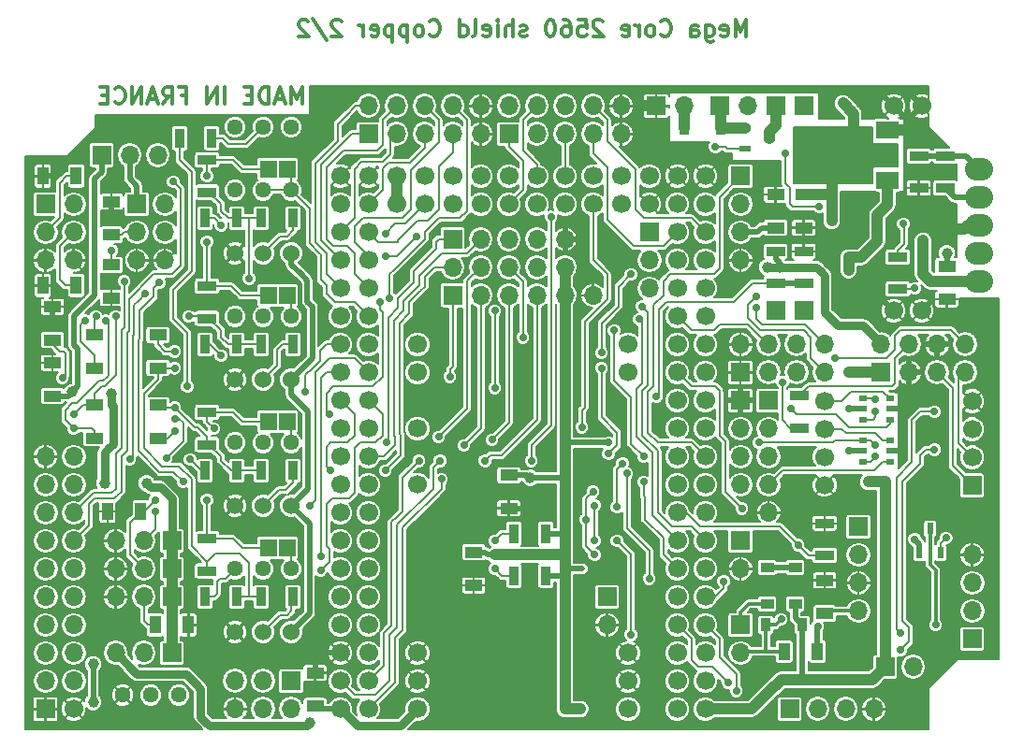
<source format=gbr>
G04 #@! TF.FileFunction,Copper,L2,Bot,Signal*
%FSLAX46Y46*%
G04 Gerber Fmt 4.6, Leading zero omitted, Abs format (unit mm)*
G04 Created by KiCad (PCBNEW 4.0.7) date 10/03/18 10:14:00*
%MOMM*%
%LPD*%
G01*
G04 APERTURE LIST*
%ADD10C,0.100000*%
%ADD11C,0.300000*%
%ADD12C,1.440000*%
%ADD13R,1.000000X0.600000*%
%ADD14R,1.700000X1.700000*%
%ADD15O,1.700000X1.700000*%
%ADD16C,1.700000*%
%ADD17O,2.540000X2.032000*%
%ADD18R,1.000000X1.600000*%
%ADD19R,1.200000X0.900000*%
%ADD20R,0.800000X0.550000*%
%ADD21R,1.700000X0.900000*%
%ADD22R,0.900000X1.700000*%
%ADD23R,0.600000X1.000000*%
%ADD24R,0.900000X1.200000*%
%ADD25R,1.600000X1.000000*%
%ADD26R,2.000000X3.800000*%
%ADD27R,2.000000X1.500000*%
%ADD28C,1.524000*%
%ADD29R,1.524000X1.524000*%
%ADD30C,0.700000*%
%ADD31C,1.000000*%
%ADD32C,0.500000*%
%ADD33C,1.000000*%
%ADD34C,0.210000*%
%ADD35C,0.750000*%
%ADD36C,0.310000*%
G04 APERTURE END LIST*
D10*
D11*
X165921663Y-64209051D02*
X165921663Y-62709051D01*
X165421663Y-63780480D01*
X164921663Y-62709051D01*
X164921663Y-64209051D01*
X164278806Y-63780480D02*
X163564520Y-63780480D01*
X164421663Y-64209051D02*
X163921663Y-62709051D01*
X163421663Y-64209051D01*
X162921663Y-64209051D02*
X162921663Y-62709051D01*
X162564520Y-62709051D01*
X162350235Y-62780480D01*
X162207377Y-62923337D01*
X162135949Y-63066194D01*
X162064520Y-63351909D01*
X162064520Y-63566194D01*
X162135949Y-63851909D01*
X162207377Y-63994766D01*
X162350235Y-64137623D01*
X162564520Y-64209051D01*
X162921663Y-64209051D01*
X161421663Y-63423337D02*
X160921663Y-63423337D01*
X160707377Y-64209051D02*
X161421663Y-64209051D01*
X161421663Y-62709051D01*
X160707377Y-62709051D01*
X158921663Y-64209051D02*
X158921663Y-62709051D01*
X158207377Y-64209051D02*
X158207377Y-62709051D01*
X157350234Y-64209051D01*
X157350234Y-62709051D01*
X154993091Y-63423337D02*
X155493091Y-63423337D01*
X155493091Y-64209051D02*
X155493091Y-62709051D01*
X154778805Y-62709051D01*
X153350234Y-64209051D02*
X153850234Y-63494766D01*
X154207377Y-64209051D02*
X154207377Y-62709051D01*
X153635949Y-62709051D01*
X153493091Y-62780480D01*
X153421663Y-62851909D01*
X153350234Y-62994766D01*
X153350234Y-63209051D01*
X153421663Y-63351909D01*
X153493091Y-63423337D01*
X153635949Y-63494766D01*
X154207377Y-63494766D01*
X152778806Y-63780480D02*
X152064520Y-63780480D01*
X152921663Y-64209051D02*
X152421663Y-62709051D01*
X151921663Y-64209051D01*
X151421663Y-64209051D02*
X151421663Y-62709051D01*
X150564520Y-64209051D01*
X150564520Y-62709051D01*
X148993091Y-64066194D02*
X149064520Y-64137623D01*
X149278806Y-64209051D01*
X149421663Y-64209051D01*
X149635948Y-64137623D01*
X149778806Y-63994766D01*
X149850234Y-63851909D01*
X149921663Y-63566194D01*
X149921663Y-63351909D01*
X149850234Y-63066194D01*
X149778806Y-62923337D01*
X149635948Y-62780480D01*
X149421663Y-62709051D01*
X149278806Y-62709051D01*
X149064520Y-62780480D01*
X148993091Y-62851909D01*
X148350234Y-63423337D02*
X147850234Y-63423337D01*
X147635948Y-64209051D02*
X148350234Y-64209051D01*
X148350234Y-62709051D01*
X147635948Y-62709051D01*
X206111804Y-58113051D02*
X206111804Y-56613051D01*
X205611804Y-57684480D01*
X205111804Y-56613051D01*
X205111804Y-58113051D01*
X203826090Y-58041623D02*
X203968947Y-58113051D01*
X204254661Y-58113051D01*
X204397518Y-58041623D01*
X204468947Y-57898766D01*
X204468947Y-57327337D01*
X204397518Y-57184480D01*
X204254661Y-57113051D01*
X203968947Y-57113051D01*
X203826090Y-57184480D01*
X203754661Y-57327337D01*
X203754661Y-57470194D01*
X204468947Y-57613051D01*
X202468947Y-57113051D02*
X202468947Y-58327337D01*
X202540376Y-58470194D01*
X202611804Y-58541623D01*
X202754661Y-58613051D01*
X202968947Y-58613051D01*
X203111804Y-58541623D01*
X202468947Y-58041623D02*
X202611804Y-58113051D01*
X202897518Y-58113051D01*
X203040376Y-58041623D01*
X203111804Y-57970194D01*
X203183233Y-57827337D01*
X203183233Y-57398766D01*
X203111804Y-57255909D01*
X203040376Y-57184480D01*
X202897518Y-57113051D01*
X202611804Y-57113051D01*
X202468947Y-57184480D01*
X201111804Y-58113051D02*
X201111804Y-57327337D01*
X201183233Y-57184480D01*
X201326090Y-57113051D01*
X201611804Y-57113051D01*
X201754661Y-57184480D01*
X201111804Y-58041623D02*
X201254661Y-58113051D01*
X201611804Y-58113051D01*
X201754661Y-58041623D01*
X201826090Y-57898766D01*
X201826090Y-57755909D01*
X201754661Y-57613051D01*
X201611804Y-57541623D01*
X201254661Y-57541623D01*
X201111804Y-57470194D01*
X198397518Y-57970194D02*
X198468947Y-58041623D01*
X198683233Y-58113051D01*
X198826090Y-58113051D01*
X199040375Y-58041623D01*
X199183233Y-57898766D01*
X199254661Y-57755909D01*
X199326090Y-57470194D01*
X199326090Y-57255909D01*
X199254661Y-56970194D01*
X199183233Y-56827337D01*
X199040375Y-56684480D01*
X198826090Y-56613051D01*
X198683233Y-56613051D01*
X198468947Y-56684480D01*
X198397518Y-56755909D01*
X197540375Y-58113051D02*
X197683233Y-58041623D01*
X197754661Y-57970194D01*
X197826090Y-57827337D01*
X197826090Y-57398766D01*
X197754661Y-57255909D01*
X197683233Y-57184480D01*
X197540375Y-57113051D01*
X197326090Y-57113051D01*
X197183233Y-57184480D01*
X197111804Y-57255909D01*
X197040375Y-57398766D01*
X197040375Y-57827337D01*
X197111804Y-57970194D01*
X197183233Y-58041623D01*
X197326090Y-58113051D01*
X197540375Y-58113051D01*
X196397518Y-58113051D02*
X196397518Y-57113051D01*
X196397518Y-57398766D02*
X196326090Y-57255909D01*
X196254661Y-57184480D01*
X196111804Y-57113051D01*
X195968947Y-57113051D01*
X194897519Y-58041623D02*
X195040376Y-58113051D01*
X195326090Y-58113051D01*
X195468947Y-58041623D01*
X195540376Y-57898766D01*
X195540376Y-57327337D01*
X195468947Y-57184480D01*
X195326090Y-57113051D01*
X195040376Y-57113051D01*
X194897519Y-57184480D01*
X194826090Y-57327337D01*
X194826090Y-57470194D01*
X195540376Y-57613051D01*
X193111805Y-56755909D02*
X193040376Y-56684480D01*
X192897519Y-56613051D01*
X192540376Y-56613051D01*
X192397519Y-56684480D01*
X192326090Y-56755909D01*
X192254662Y-56898766D01*
X192254662Y-57041623D01*
X192326090Y-57255909D01*
X193183233Y-58113051D01*
X192254662Y-58113051D01*
X190897519Y-56613051D02*
X191611805Y-56613051D01*
X191683234Y-57327337D01*
X191611805Y-57255909D01*
X191468948Y-57184480D01*
X191111805Y-57184480D01*
X190968948Y-57255909D01*
X190897519Y-57327337D01*
X190826091Y-57470194D01*
X190826091Y-57827337D01*
X190897519Y-57970194D01*
X190968948Y-58041623D01*
X191111805Y-58113051D01*
X191468948Y-58113051D01*
X191611805Y-58041623D01*
X191683234Y-57970194D01*
X189540377Y-56613051D02*
X189826091Y-56613051D01*
X189968948Y-56684480D01*
X190040377Y-56755909D01*
X190183234Y-56970194D01*
X190254663Y-57255909D01*
X190254663Y-57827337D01*
X190183234Y-57970194D01*
X190111806Y-58041623D01*
X189968948Y-58113051D01*
X189683234Y-58113051D01*
X189540377Y-58041623D01*
X189468948Y-57970194D01*
X189397520Y-57827337D01*
X189397520Y-57470194D01*
X189468948Y-57327337D01*
X189540377Y-57255909D01*
X189683234Y-57184480D01*
X189968948Y-57184480D01*
X190111806Y-57255909D01*
X190183234Y-57327337D01*
X190254663Y-57470194D01*
X188468949Y-56613051D02*
X188326092Y-56613051D01*
X188183235Y-56684480D01*
X188111806Y-56755909D01*
X188040377Y-56898766D01*
X187968949Y-57184480D01*
X187968949Y-57541623D01*
X188040377Y-57827337D01*
X188111806Y-57970194D01*
X188183235Y-58041623D01*
X188326092Y-58113051D01*
X188468949Y-58113051D01*
X188611806Y-58041623D01*
X188683235Y-57970194D01*
X188754663Y-57827337D01*
X188826092Y-57541623D01*
X188826092Y-57184480D01*
X188754663Y-56898766D01*
X188683235Y-56755909D01*
X188611806Y-56684480D01*
X188468949Y-56613051D01*
X186254664Y-58041623D02*
X186111807Y-58113051D01*
X185826092Y-58113051D01*
X185683235Y-58041623D01*
X185611807Y-57898766D01*
X185611807Y-57827337D01*
X185683235Y-57684480D01*
X185826092Y-57613051D01*
X186040378Y-57613051D01*
X186183235Y-57541623D01*
X186254664Y-57398766D01*
X186254664Y-57327337D01*
X186183235Y-57184480D01*
X186040378Y-57113051D01*
X185826092Y-57113051D01*
X185683235Y-57184480D01*
X184968949Y-58113051D02*
X184968949Y-56613051D01*
X184326092Y-58113051D02*
X184326092Y-57327337D01*
X184397521Y-57184480D01*
X184540378Y-57113051D01*
X184754663Y-57113051D01*
X184897521Y-57184480D01*
X184968949Y-57255909D01*
X183611806Y-58113051D02*
X183611806Y-57113051D01*
X183611806Y-56613051D02*
X183683235Y-56684480D01*
X183611806Y-56755909D01*
X183540378Y-56684480D01*
X183611806Y-56613051D01*
X183611806Y-56755909D01*
X182326092Y-58041623D02*
X182468949Y-58113051D01*
X182754663Y-58113051D01*
X182897520Y-58041623D01*
X182968949Y-57898766D01*
X182968949Y-57327337D01*
X182897520Y-57184480D01*
X182754663Y-57113051D01*
X182468949Y-57113051D01*
X182326092Y-57184480D01*
X182254663Y-57327337D01*
X182254663Y-57470194D01*
X182968949Y-57613051D01*
X181397520Y-58113051D02*
X181540378Y-58041623D01*
X181611806Y-57898766D01*
X181611806Y-56613051D01*
X180183235Y-58113051D02*
X180183235Y-56613051D01*
X180183235Y-58041623D02*
X180326092Y-58113051D01*
X180611806Y-58113051D01*
X180754664Y-58041623D01*
X180826092Y-57970194D01*
X180897521Y-57827337D01*
X180897521Y-57398766D01*
X180826092Y-57255909D01*
X180754664Y-57184480D01*
X180611806Y-57113051D01*
X180326092Y-57113051D01*
X180183235Y-57184480D01*
X177468949Y-57970194D02*
X177540378Y-58041623D01*
X177754664Y-58113051D01*
X177897521Y-58113051D01*
X178111806Y-58041623D01*
X178254664Y-57898766D01*
X178326092Y-57755909D01*
X178397521Y-57470194D01*
X178397521Y-57255909D01*
X178326092Y-56970194D01*
X178254664Y-56827337D01*
X178111806Y-56684480D01*
X177897521Y-56613051D01*
X177754664Y-56613051D01*
X177540378Y-56684480D01*
X177468949Y-56755909D01*
X176611806Y-58113051D02*
X176754664Y-58041623D01*
X176826092Y-57970194D01*
X176897521Y-57827337D01*
X176897521Y-57398766D01*
X176826092Y-57255909D01*
X176754664Y-57184480D01*
X176611806Y-57113051D01*
X176397521Y-57113051D01*
X176254664Y-57184480D01*
X176183235Y-57255909D01*
X176111806Y-57398766D01*
X176111806Y-57827337D01*
X176183235Y-57970194D01*
X176254664Y-58041623D01*
X176397521Y-58113051D01*
X176611806Y-58113051D01*
X175468949Y-57113051D02*
X175468949Y-58613051D01*
X175468949Y-57184480D02*
X175326092Y-57113051D01*
X175040378Y-57113051D01*
X174897521Y-57184480D01*
X174826092Y-57255909D01*
X174754663Y-57398766D01*
X174754663Y-57827337D01*
X174826092Y-57970194D01*
X174897521Y-58041623D01*
X175040378Y-58113051D01*
X175326092Y-58113051D01*
X175468949Y-58041623D01*
X174111806Y-57113051D02*
X174111806Y-58613051D01*
X174111806Y-57184480D02*
X173968949Y-57113051D01*
X173683235Y-57113051D01*
X173540378Y-57184480D01*
X173468949Y-57255909D01*
X173397520Y-57398766D01*
X173397520Y-57827337D01*
X173468949Y-57970194D01*
X173540378Y-58041623D01*
X173683235Y-58113051D01*
X173968949Y-58113051D01*
X174111806Y-58041623D01*
X172183235Y-58041623D02*
X172326092Y-58113051D01*
X172611806Y-58113051D01*
X172754663Y-58041623D01*
X172826092Y-57898766D01*
X172826092Y-57327337D01*
X172754663Y-57184480D01*
X172611806Y-57113051D01*
X172326092Y-57113051D01*
X172183235Y-57184480D01*
X172111806Y-57327337D01*
X172111806Y-57470194D01*
X172826092Y-57613051D01*
X171468949Y-58113051D02*
X171468949Y-57113051D01*
X171468949Y-57398766D02*
X171397521Y-57255909D01*
X171326092Y-57184480D01*
X171183235Y-57113051D01*
X171040378Y-57113051D01*
X169468950Y-56755909D02*
X169397521Y-56684480D01*
X169254664Y-56613051D01*
X168897521Y-56613051D01*
X168754664Y-56684480D01*
X168683235Y-56755909D01*
X168611807Y-56898766D01*
X168611807Y-57041623D01*
X168683235Y-57255909D01*
X169540378Y-58113051D01*
X168611807Y-58113051D01*
X166897522Y-56541623D02*
X168183236Y-58470194D01*
X166468950Y-56755909D02*
X166397521Y-56684480D01*
X166254664Y-56613051D01*
X165897521Y-56613051D01*
X165754664Y-56684480D01*
X165683235Y-56755909D01*
X165611807Y-56898766D01*
X165611807Y-57041623D01*
X165683235Y-57255909D01*
X166540378Y-58113051D01*
X165611807Y-58113051D01*
D12*
X149702520Y-117759480D03*
X152242520Y-117759480D03*
X154782520Y-117759480D03*
D13*
X206006520Y-66390480D03*
X208206520Y-67340480D03*
X206006520Y-68290480D03*
D14*
X208122520Y-91089480D03*
D15*
X208122520Y-93629480D03*
X208122520Y-96169480D03*
X208122520Y-98709480D03*
X208122520Y-101249480D03*
D16*
X187167520Y-73309480D03*
X189707520Y-73309480D03*
X192247520Y-73309480D03*
X194787520Y-73309480D03*
X197327520Y-73309480D03*
X184627520Y-73309480D03*
X182087520Y-73309480D03*
X179547520Y-73309480D03*
X177007520Y-73309480D03*
X174467520Y-73309480D03*
X197327520Y-70769480D03*
X194787520Y-70769480D03*
X192247520Y-70769480D03*
X189707520Y-70769480D03*
X187167520Y-70769480D03*
X184627520Y-70769480D03*
X182087520Y-70769480D03*
X179547520Y-70769480D03*
X177007520Y-70769480D03*
X174467520Y-70769480D03*
X199867520Y-70769480D03*
X199867520Y-73309480D03*
X199867520Y-75849480D03*
X199867520Y-78389480D03*
X199867520Y-80929480D03*
X199867520Y-83469480D03*
X199867520Y-86009480D03*
X199867520Y-88549480D03*
X199867520Y-91089480D03*
X199867520Y-93629480D03*
X199867520Y-96169480D03*
X199867520Y-98709480D03*
X199867520Y-101249480D03*
X199867520Y-103789480D03*
X199867520Y-106329480D03*
X199867520Y-108869480D03*
X199867520Y-111409480D03*
X199867520Y-113949480D03*
X199867520Y-116489480D03*
X199867520Y-119029480D03*
X202407520Y-70769480D03*
X202407520Y-73309480D03*
X202407520Y-75849480D03*
X202407520Y-78389480D03*
X202407520Y-80929480D03*
X202407520Y-83469480D03*
X202407520Y-86009480D03*
X202407520Y-88549480D03*
X202407520Y-91089480D03*
X202407520Y-93629480D03*
X202407520Y-96169480D03*
X202407520Y-98709480D03*
X202407520Y-101249480D03*
X202407520Y-103789480D03*
X202407520Y-106329480D03*
X202407520Y-108869480D03*
X202407520Y-111409480D03*
X202407520Y-113949480D03*
X202407520Y-116489480D03*
X202407520Y-119029480D03*
X171927520Y-70769480D03*
X171927520Y-73309480D03*
X171927520Y-75849480D03*
X171927520Y-78389480D03*
X171927520Y-80929480D03*
X171927520Y-83469480D03*
X171927520Y-86009480D03*
X171927520Y-88549480D03*
X171927520Y-91089480D03*
X171927520Y-93629480D03*
X171927520Y-96169480D03*
X171927520Y-98709480D03*
X171927520Y-101249480D03*
X171927520Y-103789480D03*
X171927520Y-106329480D03*
X171927520Y-108869480D03*
X171927520Y-111409480D03*
X171927520Y-113949480D03*
X171927520Y-116489480D03*
X171927520Y-119029480D03*
X169387520Y-119029480D03*
X169387520Y-116489480D03*
X169387520Y-113949480D03*
X169387520Y-111409480D03*
X169387520Y-108869480D03*
X169387520Y-106329480D03*
X169387520Y-103789480D03*
X169387520Y-101249480D03*
X169387520Y-98709480D03*
X169387520Y-96169480D03*
X169387520Y-93629480D03*
X169387520Y-91089480D03*
X169387520Y-88549480D03*
X169387520Y-86009480D03*
X169387520Y-83469480D03*
X169387520Y-80929480D03*
X169387520Y-78389480D03*
X169387520Y-75849480D03*
X169387520Y-73309480D03*
X169387520Y-70769480D03*
D17*
X227172520Y-70134480D03*
X227172520Y-72674480D03*
X227172520Y-75214480D03*
X227172520Y-77754480D03*
X227172520Y-80294480D03*
D14*
X208757520Y-64419480D03*
X208767520Y-82961480D03*
X211297520Y-64419480D03*
X211297520Y-82961480D03*
D16*
X219425520Y-64419480D03*
X219425520Y-82961480D03*
X221965520Y-64419480D03*
X221965520Y-82961480D03*
D14*
X197327520Y-75849480D03*
D15*
X197327520Y-78389480D03*
X197327520Y-80929480D03*
D14*
X205582520Y-70769480D03*
D15*
X205582520Y-73309480D03*
X205582520Y-75849480D03*
X205582520Y-78389480D03*
D18*
X209543520Y-113822480D03*
X212543520Y-113822480D03*
D19*
X207995520Y-109503480D03*
X207995520Y-106203480D03*
X210535520Y-106203480D03*
X210535520Y-109503480D03*
D20*
X219101520Y-94711480D03*
X219101520Y-95661480D03*
X219101520Y-96611480D03*
X216701520Y-96611480D03*
X216701520Y-95661480D03*
X216701520Y-94711480D03*
X219101520Y-90901480D03*
X219101520Y-91851480D03*
X219101520Y-92801480D03*
X216701520Y-92801480D03*
X216701520Y-91851480D03*
X216701520Y-90901480D03*
D14*
X218663520Y-115219480D03*
D15*
X221203520Y-115219480D03*
D21*
X210916520Y-90655480D03*
X210916520Y-93555480D03*
D22*
X154856520Y-67340480D03*
X157756520Y-67340480D03*
D21*
X219806520Y-80982480D03*
X219806520Y-78082480D03*
D23*
X221777520Y-104889480D03*
X222727520Y-102689480D03*
X223677520Y-104889480D03*
D24*
X211169520Y-111409480D03*
X207869520Y-111409480D03*
D25*
X213202520Y-110369480D03*
X213202520Y-107369480D03*
D21*
X213202520Y-105112480D03*
X213202520Y-102212480D03*
D25*
X224251520Y-78921480D03*
X224251520Y-81921480D03*
D21*
X224124520Y-71838480D03*
X224124520Y-68938480D03*
X221711520Y-68938480D03*
X221711520Y-71838480D03*
X211297520Y-80474480D03*
X211297520Y-77574480D03*
X208757520Y-80474480D03*
X208757520Y-77574480D03*
D25*
X211297520Y-72444480D03*
X211297520Y-75444480D03*
X208757520Y-72444480D03*
X208757520Y-75444480D03*
D26*
X212592520Y-68864480D03*
D27*
X218892520Y-68864480D03*
X218892520Y-71164480D03*
X218892520Y-66564480D03*
D24*
X203803520Y-66451480D03*
X200503520Y-66451480D03*
D14*
X179547520Y-76484480D03*
D15*
X179547520Y-79024480D03*
X182087520Y-76484480D03*
X182087520Y-79024480D03*
X184627520Y-76484480D03*
X184627520Y-79024480D03*
X187167520Y-76484480D03*
X187167520Y-79024480D03*
X189707520Y-76484480D03*
X189707520Y-79024480D03*
D16*
X195422520Y-86009480D03*
X195422520Y-88549480D03*
X176372520Y-86009480D03*
X176372520Y-88549480D03*
X176372520Y-93629480D03*
X176372520Y-98709480D03*
X176372520Y-113949480D03*
X176372520Y-116489480D03*
X176372520Y-119029480D03*
X195422520Y-119029480D03*
X195422520Y-116489480D03*
X195422520Y-113949480D03*
D25*
X184627520Y-97844480D03*
X184627520Y-100844480D03*
D22*
X185082520Y-103154480D03*
X187982520Y-103154480D03*
X185082520Y-106964480D03*
X187982520Y-106964480D03*
D25*
X181452520Y-104829480D03*
X181452520Y-107829480D03*
X167101520Y-115751480D03*
X167101520Y-118751480D03*
D21*
X157322520Y-106509480D03*
X157322520Y-103609480D03*
D18*
X152647520Y-111409480D03*
X155647520Y-111409480D03*
X151329520Y-101122480D03*
X148329520Y-101122480D03*
D22*
X162222520Y-97439480D03*
X165122520Y-97439480D03*
D21*
X157322520Y-95079480D03*
X157322520Y-92179480D03*
D25*
X152877520Y-94494480D03*
X152877520Y-91494480D03*
X147162520Y-94494480D03*
X147162520Y-91494480D03*
X147162520Y-85144480D03*
X147162520Y-88144480D03*
X152877520Y-85144480D03*
X152877520Y-88144480D03*
D22*
X162222520Y-86009480D03*
X165122520Y-86009480D03*
D21*
X157322520Y-83649480D03*
X157322520Y-80749480D03*
D22*
X157142520Y-74579480D03*
X160042520Y-74579480D03*
X162222520Y-74579480D03*
X165122520Y-74579480D03*
D18*
X145487520Y-80675480D03*
X142487520Y-80675480D03*
D25*
X143352520Y-85604480D03*
X143352520Y-82604480D03*
X148686520Y-78794480D03*
X148686520Y-81794480D03*
X148686520Y-76079480D03*
X148686520Y-73079480D03*
D21*
X157322520Y-72219480D03*
X157322520Y-69319480D03*
D18*
X145487520Y-70769480D03*
X142487520Y-70769480D03*
D22*
X157142520Y-86009480D03*
X160042520Y-86009480D03*
X157142520Y-97439480D03*
X160042520Y-97439480D03*
X162222520Y-108869480D03*
X165122520Y-108869480D03*
X157142520Y-108869480D03*
X160042520Y-108869480D03*
D14*
X226537520Y-112679480D03*
D15*
X226537520Y-110139480D03*
X226537520Y-107599480D03*
X226537520Y-105059480D03*
D14*
X210027520Y-119029480D03*
D15*
X212567520Y-119029480D03*
X215107520Y-119029480D03*
X217647520Y-119029480D03*
D14*
X205582520Y-111409480D03*
D15*
X205582520Y-113949480D03*
D14*
X216250520Y-102519480D03*
D15*
X216250520Y-105059480D03*
X216250520Y-107599480D03*
X216250520Y-110139480D03*
D14*
X205582520Y-103789480D03*
D15*
X205582520Y-106329480D03*
D14*
X205582520Y-91089480D03*
D15*
X205582520Y-93629480D03*
X205582520Y-96169480D03*
X205582520Y-98709480D03*
D16*
X226537520Y-91152980D03*
X226537520Y-93692980D03*
X226537520Y-96232980D03*
D14*
X226537520Y-98772980D03*
D16*
X213202520Y-91102180D03*
X213202520Y-93642180D03*
X213202520Y-96182180D03*
X213202520Y-98722180D03*
X213202520Y-98722180D03*
X213202520Y-96182180D03*
X213202520Y-93642180D03*
X213202520Y-91102180D03*
D14*
X203677520Y-64419480D03*
D15*
X206217520Y-64419480D03*
D14*
X197962520Y-64419480D03*
D15*
X200502520Y-64419480D03*
D14*
X179547520Y-81564480D03*
D15*
X182087520Y-81564480D03*
X184627520Y-81564480D03*
X187167520Y-81564480D03*
X189707520Y-81564480D03*
X192247520Y-81564480D03*
D14*
X193517520Y-108869480D03*
D15*
X193517520Y-111409480D03*
D14*
X147797520Y-68864480D03*
D15*
X150337520Y-68864480D03*
X152877520Y-68864480D03*
D14*
X150972520Y-73309480D03*
D15*
X153512520Y-73309480D03*
X150972520Y-75849480D03*
X153512520Y-75849480D03*
X150972520Y-78389480D03*
X153512520Y-78389480D03*
D14*
X142717520Y-73309480D03*
D15*
X145257520Y-73309480D03*
X142717520Y-75849480D03*
X145257520Y-75849480D03*
X142717520Y-78389480D03*
X145257520Y-78389480D03*
D14*
X142717520Y-119029480D03*
D15*
X145257520Y-116489480D03*
X142717520Y-116489480D03*
X145257520Y-113949480D03*
X142717520Y-113949480D03*
X145257520Y-111409480D03*
X142717520Y-111409480D03*
X145257520Y-108869480D03*
X142717520Y-108869480D03*
X145257520Y-106329480D03*
X142717520Y-106329480D03*
X145257520Y-103789480D03*
X142717520Y-103789480D03*
X145257520Y-101249480D03*
X142717520Y-101249480D03*
X145257520Y-98709480D03*
X142717520Y-98709480D03*
X145257520Y-96169480D03*
X142717520Y-96169480D03*
D16*
X145257520Y-119029480D03*
D14*
X154147520Y-103789480D03*
D15*
X151607520Y-103789480D03*
X149067520Y-103789480D03*
D14*
X154147520Y-106329480D03*
D15*
X151607520Y-106329480D03*
X149067520Y-106329480D03*
D14*
X154147520Y-108869480D03*
D15*
X151607520Y-108869480D03*
X149067520Y-108869480D03*
D14*
X154147520Y-113949480D03*
D15*
X151607520Y-113949480D03*
X149067520Y-113949480D03*
D14*
X164942520Y-116489480D03*
D15*
X164942520Y-119029480D03*
X162402520Y-116489480D03*
X162402520Y-119029480D03*
X159862520Y-116489480D03*
X159862520Y-119029480D03*
D28*
X162402520Y-112044480D03*
X164942520Y-112044480D03*
X159862520Y-112044480D03*
D12*
X159862520Y-106329480D03*
X162402520Y-106329480D03*
X164942520Y-106329480D03*
D28*
X162402520Y-100614480D03*
X164942520Y-100614480D03*
X159862520Y-100614480D03*
D12*
X159862520Y-94899480D03*
X162402520Y-94899480D03*
X164942520Y-94899480D03*
D28*
X162402520Y-89184480D03*
X164942520Y-89184480D03*
X159862520Y-89184480D03*
D12*
X159862520Y-83469480D03*
X162402520Y-83469480D03*
X164942520Y-83469480D03*
X159862520Y-72039480D03*
X162402520Y-72039480D03*
X164942520Y-72039480D03*
D28*
X162402520Y-77754480D03*
X164942520Y-77754480D03*
X159862520Y-77754480D03*
D12*
X159862520Y-66324480D03*
X162402520Y-66324480D03*
X164942520Y-66324480D03*
D14*
X205582520Y-88549480D03*
D15*
X205582520Y-86009480D03*
X208122520Y-88549480D03*
X208122520Y-86009480D03*
X210662520Y-88549480D03*
X210662520Y-86009480D03*
X213202520Y-88549480D03*
X213202520Y-86009480D03*
D14*
X171927520Y-66959480D03*
D15*
X171927520Y-64419480D03*
X174467520Y-66959480D03*
X174467520Y-64419480D03*
X177007520Y-66959480D03*
X177007520Y-64419480D03*
X179547520Y-66959480D03*
X179547520Y-64419480D03*
X182087520Y-66959480D03*
X182087520Y-64419480D03*
D14*
X184627520Y-66959480D03*
D15*
X184627520Y-64419480D03*
X187167520Y-66959480D03*
X187167520Y-64419480D03*
X189707520Y-66959480D03*
X189707520Y-64419480D03*
X192247520Y-66959480D03*
X192247520Y-64419480D03*
X194787520Y-66959480D03*
X194787520Y-64419480D03*
D29*
X164571680Y-70134480D03*
X162872420Y-70134480D03*
X164571680Y-81564480D03*
X162872420Y-81564480D03*
X164571680Y-92994480D03*
X162872420Y-92994480D03*
X164571680Y-104424480D03*
X162872420Y-104424480D03*
D14*
X218282520Y-88549480D03*
D15*
X218282520Y-86009480D03*
X220822520Y-88549480D03*
X220822520Y-86009480D03*
X223362520Y-88549480D03*
X223362520Y-86009480D03*
X225902520Y-88549480D03*
X225902520Y-86009480D03*
D25*
X143352520Y-90684480D03*
X143352520Y-87684480D03*
D30*
X209900520Y-107726480D03*
X207106520Y-72420480D03*
D31*
X220822520Y-65562480D03*
X213710520Y-78135480D03*
X154401520Y-89819480D03*
D30*
X216885520Y-113187480D03*
X220314520Y-91851480D03*
X220314520Y-95661480D03*
D31*
X164942520Y-68229480D03*
X176499520Y-84231480D03*
X215742520Y-73817480D03*
X190977520Y-95915480D03*
D30*
X222473520Y-107599480D03*
X222473520Y-110139480D03*
D31*
X188437520Y-112679480D03*
X183357520Y-112679480D03*
X186532520Y-100106480D03*
X180182520Y-101884480D03*
X197454520Y-113187480D03*
X149829520Y-100487480D03*
X148686520Y-74579480D03*
X143352520Y-84104480D03*
D30*
X221330520Y-103662480D03*
D31*
X148686520Y-90454480D03*
X148051520Y-98582480D03*
X151861520Y-98582480D03*
D30*
X218663520Y-104932480D03*
D31*
X215361520Y-88549480D03*
D30*
X215361520Y-95661480D03*
X215361520Y-91851480D03*
D31*
X217139520Y-98455480D03*
X218663520Y-98455480D03*
X215361520Y-79278480D03*
X215361520Y-78135480D03*
X224251520Y-77754480D03*
D30*
X193644520Y-94899480D03*
D31*
X189707520Y-119029480D03*
X191104520Y-119029480D03*
X183357520Y-105059480D03*
X186532520Y-98074480D03*
X145130520Y-90327480D03*
D30*
X153639520Y-96296480D03*
X154401520Y-92740480D03*
X155544520Y-89819480D03*
D31*
X209138520Y-79024480D03*
X207995520Y-79024480D03*
D30*
X194406520Y-100741480D03*
X194914520Y-96804480D03*
X144241520Y-89057480D03*
X146273520Y-83850480D03*
X161132520Y-80040480D03*
X149067520Y-83469480D03*
X155671520Y-83469480D03*
X145257520Y-92359480D03*
X154401520Y-91724480D03*
X154401520Y-88144480D03*
X158592520Y-75214480D03*
X158592520Y-87025480D03*
X155798520Y-96423480D03*
X183357520Y-106329480D03*
X183357520Y-103789480D03*
X157957520Y-93629480D03*
X153004520Y-80421480D03*
X155163520Y-98455480D03*
X157322520Y-100106480D03*
X157322520Y-70769480D03*
X157322520Y-76738480D03*
X148686520Y-77500480D03*
X150337520Y-96423480D03*
X151734520Y-81437480D03*
X173451520Y-78008480D03*
X176245520Y-76230480D03*
X168371520Y-92359480D03*
X173451520Y-75976480D03*
X172943520Y-82199480D03*
X183357520Y-82961480D03*
X183357520Y-89946480D03*
X149829520Y-80294480D03*
X154274520Y-71277480D03*
X179293520Y-88930480D03*
X180563520Y-95153480D03*
X176499520Y-96550480D03*
X182468520Y-96550480D03*
X178531520Y-98201480D03*
X178404520Y-96550480D03*
X183103520Y-94645480D03*
X167609520Y-106456480D03*
X168498520Y-97439480D03*
X152623520Y-100106480D03*
X166593520Y-100614480D03*
X152623520Y-101122480D03*
X205201520Y-117378480D03*
X204439520Y-116616480D03*
X204058520Y-107472480D03*
X147289520Y-83469480D03*
X145260060Y-93626940D03*
X148178520Y-83850480D03*
X154401520Y-93883480D03*
X166212520Y-90327480D03*
X167609520Y-105186480D03*
X154401520Y-86644480D03*
X206979520Y-82707480D03*
X188437520Y-74452480D03*
X186659520Y-96550480D03*
X173832520Y-81818480D03*
X191231520Y-93502480D03*
X214091520Y-87279480D03*
X194152520Y-84739480D03*
X196819520Y-96169480D03*
X185897520Y-85374480D03*
X192247520Y-99344480D03*
X191612520Y-101884480D03*
X192374520Y-105059480D03*
X196438520Y-83723480D03*
X196819520Y-98455480D03*
X220060520Y-112171480D03*
X223108520Y-92105480D03*
X206979520Y-81691480D03*
X193644520Y-95915480D03*
X193009520Y-88168480D03*
X197327520Y-107218480D03*
X195295520Y-97693480D03*
X192374520Y-103789480D03*
X192374520Y-100614480D03*
X196692520Y-82580480D03*
X220060520Y-113695480D03*
X223108520Y-95534480D03*
X178277520Y-94391480D03*
X173451520Y-97439480D03*
X173578520Y-94899480D03*
X197962520Y-90708480D03*
D31*
X147035520Y-114965480D03*
X147035520Y-118394480D03*
X166593520Y-120299480D03*
X215615520Y-64927480D03*
X214853520Y-64165480D03*
X213837520Y-74833480D03*
X222092520Y-76611480D03*
X222092520Y-77881480D03*
X213837520Y-72420480D03*
D30*
X195676520Y-79659480D03*
X193009520Y-86771480D03*
X210789520Y-104170480D03*
X224177520Y-103535480D03*
X221330520Y-80929480D03*
X207233520Y-94899480D03*
X217774520Y-90962480D03*
X217774520Y-95153480D03*
X217774520Y-96169480D03*
X209392520Y-89438480D03*
X205709520Y-100868480D03*
X194406520Y-103789480D03*
X195676520Y-112298480D03*
X210154520Y-91851480D03*
X217774520Y-92105480D03*
X209265520Y-110901480D03*
X212567520Y-111536480D03*
X203296520Y-68102480D03*
X220314520Y-75087480D03*
X209646520Y-68737480D03*
X212694520Y-73563480D03*
X223235520Y-111409480D03*
D32*
X220822520Y-88549480D02*
X220822520Y-89946480D01*
X220822520Y-88549480D02*
X221838520Y-88549480D01*
X220822520Y-88549480D02*
X220822520Y-87533480D01*
X223362520Y-86009480D02*
X222219520Y-86009480D01*
X223362520Y-86009480D02*
X224505520Y-86009480D01*
X223362520Y-86009480D02*
X223362520Y-87152480D01*
X205582520Y-91089480D02*
X205582520Y-90073480D01*
X205582520Y-91089480D02*
X204439520Y-91089480D01*
X205582520Y-91089480D02*
X205582520Y-92232480D01*
X205582520Y-91089480D02*
X206725520Y-91089480D01*
D33*
X218892520Y-66564480D02*
X220681520Y-66564480D01*
X220681520Y-66564480D02*
X220695520Y-66578480D01*
D32*
X221965520Y-82961480D02*
X222981520Y-81945480D01*
X219425520Y-82961480D02*
X218536520Y-82072480D01*
X221965520Y-64419480D02*
X221076520Y-65308480D01*
X219425520Y-64419480D02*
X220314520Y-65308480D01*
X219425520Y-64419480D02*
X218536520Y-63530480D01*
X221965520Y-64419480D02*
X220949520Y-63403480D01*
D34*
X221965520Y-64419480D02*
X222600520Y-63784480D01*
X222600520Y-63784480D02*
X222600520Y-63276480D01*
X221965520Y-64419480D02*
X221965520Y-64546480D01*
X221965520Y-64546480D02*
X222600520Y-65181480D01*
X222600520Y-65181480D02*
X222600520Y-65435480D01*
D32*
X219101520Y-91851480D02*
X220314520Y-91851480D01*
X219101520Y-95661480D02*
X220314520Y-95661480D01*
D33*
X227172520Y-75214480D02*
X226156520Y-75214480D01*
X226156520Y-75214480D02*
X225775520Y-75595480D01*
X225775520Y-75595480D02*
X224632520Y-75595480D01*
X197962520Y-64419480D02*
X196565520Y-64419480D01*
D32*
X182087520Y-64419480D02*
X182722520Y-64419480D01*
X189707520Y-76484480D02*
X189707520Y-77627480D01*
X189707520Y-76484480D02*
X189707520Y-75214480D01*
X189707520Y-76484480D02*
X190977520Y-76484480D01*
X184627520Y-100844480D02*
X185794520Y-100844480D01*
X185794520Y-100844480D02*
X186532520Y-100106480D01*
X167101520Y-115751480D02*
X167101520Y-114838480D01*
X167101520Y-114711480D02*
X167863520Y-113949480D01*
X167101520Y-114838480D02*
X167101520Y-114711480D01*
D34*
X153512520Y-78389480D02*
X153639520Y-78389480D01*
X153639520Y-78389480D02*
X154401520Y-77627480D01*
X142717520Y-78389480D02*
X142717520Y-78516480D01*
X142717520Y-78389480D02*
X142590520Y-78389480D01*
X145257520Y-78389480D02*
X145257520Y-78516480D01*
X145257520Y-78516480D02*
X146019520Y-79278480D01*
D32*
X142487520Y-70769480D02*
X143479520Y-70769480D01*
X143479520Y-70769480D02*
X143987520Y-70261480D01*
X148686520Y-73079480D02*
X148686520Y-74579480D01*
X143352520Y-84104480D02*
X143352520Y-82604480D01*
X167863520Y-113949480D02*
X169387520Y-113949480D01*
D33*
X217965020Y-76674980D02*
X217965020Y-74261980D01*
X217965020Y-74261980D02*
X218892520Y-73334480D01*
D32*
X221777520Y-104109480D02*
X221777520Y-104889480D01*
X221330520Y-103662480D02*
X221777520Y-104109480D01*
D35*
X169387520Y-119029480D02*
X170911520Y-120553480D01*
X174848520Y-120553480D02*
X176372520Y-119029480D01*
X170911520Y-120553480D02*
X174848520Y-120553480D01*
D33*
X218892520Y-72699480D02*
X218892520Y-73334480D01*
X218892520Y-71164480D02*
X218892520Y-72699480D01*
X216504520Y-78135480D02*
X215361520Y-78135480D01*
X217965020Y-76674980D02*
X216504520Y-78135480D01*
D35*
X152623520Y-98963480D02*
X152242520Y-98963480D01*
X152242520Y-98963480D02*
X151861520Y-98582480D01*
X148051520Y-98582480D02*
X148051520Y-95788480D01*
X148051520Y-95788480D02*
X148432520Y-95407480D01*
X153131520Y-98963480D02*
X154147520Y-99979480D01*
X148686520Y-91470480D02*
X148813520Y-91597480D01*
X148686520Y-90454480D02*
X148686520Y-91470480D01*
X148813520Y-91978480D02*
X148813520Y-95026480D01*
X148813520Y-95026480D02*
X148432520Y-95407480D01*
X148813520Y-91978480D02*
X148813520Y-91597480D01*
X152623520Y-98963480D02*
X153004520Y-98963480D01*
X154147520Y-103789480D02*
X154147520Y-100233480D01*
X153131520Y-98963480D02*
X153004520Y-98963480D01*
X154147520Y-99979480D02*
X154147520Y-100233480D01*
D33*
X218663520Y-104932480D02*
X218663520Y-101122480D01*
X218663520Y-101122480D02*
X218663520Y-98836480D01*
X218663520Y-98836480D02*
X218663520Y-98455480D01*
X218663520Y-115219480D02*
X218663520Y-104932480D01*
X215361520Y-88549480D02*
X218282520Y-88549480D01*
D32*
X215361520Y-95661480D02*
X216701520Y-95661480D01*
X215361520Y-91851480D02*
X216701520Y-91851480D01*
D33*
X217139520Y-98455480D02*
X218663520Y-98455480D01*
X215361520Y-78135480D02*
X215361520Y-79278480D01*
X218663520Y-115219480D02*
X217520520Y-116362480D01*
X217520520Y-116362480D02*
X215107520Y-116362480D01*
X204820520Y-119029480D02*
X206598520Y-119029480D01*
X204820520Y-119029480D02*
X202407520Y-119029480D01*
X206598520Y-119029480D02*
X208122520Y-117505480D01*
X174467520Y-73309480D02*
X174467520Y-70769480D01*
D32*
X224251520Y-78921480D02*
X224251520Y-77754480D01*
X191305520Y-106329480D02*
X189707520Y-106329480D01*
X189707520Y-94899480D02*
X193644520Y-94899480D01*
X166593520Y-103535480D02*
X166593520Y-102265480D01*
X166593520Y-102265480D02*
X164942520Y-100614480D01*
D33*
X154147520Y-111028480D02*
X154147520Y-113949480D01*
X154147520Y-111028480D02*
X154147520Y-108869480D01*
D32*
X189707520Y-94899480D02*
X189580520Y-94899480D01*
X189580520Y-94899480D02*
X189707520Y-94899480D01*
D33*
X191104520Y-119029480D02*
X189707520Y-119029480D01*
D32*
X208757520Y-75444480D02*
X207511520Y-75444480D01*
X207106520Y-75849480D02*
X205582520Y-75849480D01*
X207511520Y-75444480D02*
X207106520Y-75849480D01*
D33*
X189707520Y-81564480D02*
X189707520Y-79024480D01*
D32*
X166466520Y-92359480D02*
X166466520Y-92105480D01*
X166466520Y-98391980D02*
X166466520Y-92613480D01*
X166466520Y-99090480D02*
X164942520Y-100614480D01*
X166466520Y-98391980D02*
X166466520Y-99090480D01*
X164942520Y-90581480D02*
X164942520Y-89184480D01*
X166466520Y-92613480D02*
X166466520Y-92359480D01*
X166466520Y-92105480D02*
X164942520Y-90581480D01*
D33*
X189707520Y-95915480D02*
X189707520Y-94899480D01*
X189707520Y-94899480D02*
X189707520Y-93629480D01*
X189707520Y-93629480D02*
X189707520Y-81564480D01*
D32*
X154147520Y-109631480D02*
X154147520Y-108869480D01*
X145638520Y-83088480D02*
X145257520Y-83469480D01*
X145257520Y-83469480D02*
X145257520Y-83977480D01*
X147162520Y-81437480D02*
X147162520Y-81564480D01*
X147162520Y-81564480D02*
X145638520Y-83088480D01*
X147162520Y-81056480D02*
X147162520Y-81437480D01*
X181452520Y-104829480D02*
X182492520Y-104829480D01*
X182722520Y-105059480D02*
X183357520Y-105059480D01*
X182492520Y-104829480D02*
X182722520Y-105059480D01*
X187982520Y-103154480D02*
X189707520Y-103154480D01*
X187982520Y-106964480D02*
X189707520Y-106964480D01*
D33*
X189707520Y-105059480D02*
X189707520Y-106329480D01*
X189707520Y-106329480D02*
X189707520Y-106964480D01*
X189707520Y-106964480D02*
X189707520Y-115854480D01*
X189707520Y-115854480D02*
X189707520Y-119029480D01*
X189707520Y-99598480D02*
X189707520Y-103154480D01*
X189707520Y-103154480D02*
X189707520Y-105059480D01*
X189707520Y-105059480D02*
X184754520Y-105059480D01*
X184754520Y-105059480D02*
X183357520Y-105059480D01*
D32*
X189707520Y-98074480D02*
X186532520Y-98074480D01*
X186302520Y-97844480D02*
X184627520Y-97844480D01*
X186532520Y-98074480D02*
X186302520Y-97844480D01*
D33*
X189707520Y-98074480D02*
X189707520Y-98963480D01*
X189707520Y-98963480D02*
X189707520Y-99598480D01*
D32*
X176396520Y-119005480D02*
X176372520Y-119029480D01*
X167101520Y-118751480D02*
X167379520Y-119029480D01*
X167379520Y-119029480D02*
X169387520Y-119029480D01*
X176396520Y-119005480D02*
X176372520Y-119029480D01*
X147797520Y-70388480D02*
X147797520Y-68864480D01*
X147162520Y-71023480D02*
X147797520Y-70388480D01*
X147162520Y-81056480D02*
X147162520Y-71023480D01*
X145638520Y-86771480D02*
X145638520Y-86427514D01*
X145638520Y-86427514D02*
X145257520Y-86046514D01*
X145638520Y-86771480D02*
X145638520Y-88295480D01*
X145257520Y-83977480D02*
X145257520Y-86046514D01*
D33*
X154147520Y-106329480D02*
X154147520Y-103789480D01*
X154147520Y-108869480D02*
X154147520Y-106329480D01*
D32*
X166403020Y-82135980D02*
X166403020Y-80230980D01*
X166847520Y-87279480D02*
X166847520Y-82580480D01*
X164942520Y-89184480D02*
X166847520Y-87279480D01*
X166403020Y-82135980D02*
X166847520Y-82580480D01*
X164942520Y-78770480D02*
X165831520Y-79659480D01*
X164942520Y-77754480D02*
X164942520Y-78770480D01*
X166403020Y-80230980D02*
X165831520Y-79659480D01*
X166593520Y-103916480D02*
X166593520Y-103535480D01*
X164942520Y-112044480D02*
X166593520Y-110393480D01*
X166593520Y-110393480D02*
X166593520Y-103916480D01*
X145638520Y-88676480D02*
X145638520Y-89819480D01*
X145638520Y-89819480D02*
X145130520Y-90327480D01*
X143352520Y-90684480D02*
X144773520Y-90684480D01*
X144773520Y-90684480D02*
X145130520Y-90327480D01*
X145638520Y-89438480D02*
X145638520Y-88676480D01*
X145638520Y-88676480D02*
X145638520Y-88295480D01*
X145638520Y-88295480D02*
X145638520Y-89438480D01*
D34*
X164942520Y-100614480D02*
X165069520Y-100614480D01*
D33*
X189707520Y-98074480D02*
X189707520Y-95915480D01*
X209265520Y-116362480D02*
X208122520Y-117505480D01*
X215107520Y-116362480D02*
X211170520Y-116362480D01*
X211170520Y-116362480D02*
X209265520Y-116362480D01*
D32*
X211169520Y-116361480D02*
X211170520Y-116362480D01*
X210535520Y-109503480D02*
X210535520Y-110775480D01*
X210535520Y-110775480D02*
X211169520Y-111409480D01*
X211169520Y-111409480D02*
X211169520Y-116361480D01*
D34*
X154856520Y-67340480D02*
X154856520Y-69319480D01*
X154856520Y-69319480D02*
X155925520Y-70388480D01*
X155925520Y-78516480D02*
X155925520Y-71404480D01*
X155163520Y-94137480D02*
X155163520Y-94772480D01*
X155163520Y-94772480D02*
X154592020Y-95343980D01*
X154592020Y-95343980D02*
X153639520Y-96296480D01*
X155163520Y-93121480D02*
X155163520Y-94137480D01*
X154782520Y-92740480D02*
X155163520Y-93121480D01*
X154782520Y-92740480D02*
X154401520Y-92740480D01*
X154274520Y-82199480D02*
X154274520Y-81056480D01*
X154274520Y-81056480D02*
X155925520Y-79405480D01*
X155544520Y-88930480D02*
X155544520Y-89819480D01*
X155544520Y-84993480D02*
X155544520Y-88930480D01*
X154274520Y-83723480D02*
X155544520Y-84993480D01*
X154274520Y-82199480D02*
X154274520Y-83723480D01*
X155925520Y-70388480D02*
X155925520Y-71404480D01*
X155925520Y-79405480D02*
X155925520Y-78516480D01*
D35*
X218282520Y-86009480D02*
X218282520Y-85882480D01*
X218282520Y-85882480D02*
X216695020Y-84294980D01*
X214409020Y-84294980D02*
X216695020Y-84294980D01*
D32*
X208757520Y-77574480D02*
X208757520Y-78262480D01*
X208757520Y-78262480D02*
X209138520Y-78643480D01*
X209138520Y-79024480D02*
X209138520Y-78643480D01*
D35*
X209138520Y-79024480D02*
X207995520Y-79024480D01*
X214409020Y-84294980D02*
X213202520Y-83088480D01*
X213202520Y-83088480D02*
X213202520Y-79786480D01*
X212821520Y-79405480D02*
X213202520Y-79786480D01*
X211297520Y-79024480D02*
X209138520Y-79024480D01*
X211297520Y-79024480D02*
X211678520Y-79024480D01*
X211678520Y-79024480D02*
X212440520Y-79024480D01*
X212440520Y-79024480D02*
X212821520Y-79405480D01*
D33*
X208206520Y-67340480D02*
X208206520Y-66748480D01*
X208757520Y-66197480D02*
X208757520Y-64419480D01*
X208206520Y-66748480D02*
X208757520Y-66197480D01*
D32*
X224124520Y-71838480D02*
X224960520Y-72674480D01*
X224960520Y-72674480D02*
X227172520Y-72674480D01*
D34*
X194406520Y-100741480D02*
X194406520Y-97312480D01*
X194406520Y-97312480D02*
X194914520Y-96804480D01*
X144559020Y-86834980D02*
X144559020Y-88739980D01*
X144559020Y-88739980D02*
X144241520Y-89057480D01*
X144368520Y-86644480D02*
X144559020Y-86834980D01*
X143987520Y-86644480D02*
X144368520Y-86644480D01*
X143352520Y-85604480D02*
X143352520Y-86009480D01*
X143352520Y-86009480D02*
X143987520Y-86644480D01*
X145892520Y-84231480D02*
X146273520Y-83850480D01*
X145892520Y-84739480D02*
X145892520Y-84231480D01*
X161132520Y-80040480D02*
X161132520Y-79024480D01*
X161132520Y-79024480D02*
X161132520Y-74579480D01*
X145892520Y-85120480D02*
X145892520Y-84739480D01*
X147162520Y-87152480D02*
X147162520Y-88144480D01*
X147162520Y-87025480D02*
X145892520Y-85755480D01*
X147162520Y-87152480D02*
X147162520Y-87025480D01*
X145892520Y-85755480D02*
X145892520Y-85120480D01*
X162222520Y-74579480D02*
X161132520Y-74579480D01*
X157322520Y-72219480D02*
X157142520Y-72039480D01*
X157322520Y-72219480D02*
X157502520Y-72219480D01*
X157502520Y-72219480D02*
X158592520Y-73309480D01*
X158592520Y-73944480D02*
X159227520Y-74579480D01*
X158592520Y-73309480D02*
X158592520Y-73944480D01*
X159227520Y-74579480D02*
X160042520Y-74579480D01*
X161132520Y-74579480D02*
X160042520Y-74579480D01*
X148051520Y-89819480D02*
X147797520Y-89819480D01*
X147797520Y-89819480D02*
X147162520Y-90454480D01*
X148051520Y-89819480D02*
X149067520Y-88803480D01*
X149067520Y-88803480D02*
X149067520Y-88676480D01*
X149067520Y-84231480D02*
X149067520Y-88676480D01*
X157142520Y-83469480D02*
X155671520Y-83469480D01*
X149067520Y-83469480D02*
X149067520Y-84231480D01*
X147162520Y-90454480D02*
X147162520Y-91494480D01*
X147162520Y-91494480D02*
X146122520Y-91494480D01*
X146122520Y-91494480D02*
X145257520Y-92359480D01*
X157142520Y-83469480D02*
X157322520Y-83649480D01*
X157322520Y-83649480D02*
X157502520Y-83649480D01*
X157502520Y-83649480D02*
X158592520Y-84739480D01*
X158592520Y-84739480D02*
X158592520Y-85374480D01*
X158592520Y-85374480D02*
X159227520Y-86009480D01*
X159227520Y-86009480D02*
X160042520Y-86009480D01*
X160042520Y-86009480D02*
X162222520Y-86009480D01*
X158592520Y-96550480D02*
X159481520Y-97439480D01*
X159481520Y-97439480D02*
X159608520Y-97439480D01*
X159608520Y-97439480D02*
X160042520Y-97439480D01*
X158592520Y-96550480D02*
X158592520Y-96423480D01*
X157322520Y-94391480D02*
X156433520Y-93502480D01*
X155671520Y-92994480D02*
X154401520Y-91724480D01*
X155925520Y-93248480D02*
X156179520Y-93502480D01*
X156179520Y-93502480D02*
X156433520Y-93502480D01*
X155671520Y-92994480D02*
X155925520Y-93248480D01*
X153107520Y-91724480D02*
X154401520Y-91724480D01*
X157322520Y-95079480D02*
X157322520Y-94391480D01*
X157322520Y-95079480D02*
X157502520Y-95079480D01*
X157502520Y-95079480D02*
X158592520Y-96169480D01*
X158592520Y-96169480D02*
X158592520Y-96423480D01*
X153107520Y-91724480D02*
X152877520Y-91494480D01*
X162222520Y-97439480D02*
X160042520Y-97439480D01*
X155925520Y-98836480D02*
X155925520Y-98201480D01*
X154782520Y-97058480D02*
X154147520Y-97058480D01*
X155925520Y-98201480D02*
X154782520Y-97058480D01*
X153258520Y-97058480D02*
X151607520Y-95407480D01*
X154147520Y-97058480D02*
X153258520Y-97058480D01*
X155925520Y-102011480D02*
X155925520Y-98836480D01*
X155925520Y-103154480D02*
X155925520Y-102011480D01*
X151607520Y-90454480D02*
X151607520Y-94899480D01*
X151607520Y-90454480D02*
X152877520Y-89184480D01*
X152877520Y-88144480D02*
X152877520Y-89184480D01*
X151607520Y-94899480D02*
X151607520Y-95153480D01*
X151607520Y-95407480D02*
X151607520Y-95153480D01*
X157322520Y-105694480D02*
X155925520Y-104297480D01*
X155925520Y-104297480D02*
X155925520Y-103154480D01*
X157322520Y-106509480D02*
X157322520Y-105694480D01*
X161132520Y-105821480D02*
X161132520Y-108869480D01*
X160243520Y-104932480D02*
X161132520Y-105821480D01*
X158084520Y-104932480D02*
X160243520Y-104932480D01*
X157322520Y-105694480D02*
X158084520Y-104932480D01*
X152877520Y-88144480D02*
X154401520Y-88144480D01*
X162222520Y-108869480D02*
X161132520Y-108869480D01*
X161132520Y-108869480D02*
X160042520Y-108869480D01*
X163672520Y-76484480D02*
X163926520Y-76230480D01*
X163926520Y-76230480D02*
X164561520Y-76230480D01*
X165122520Y-74579480D02*
X165122520Y-75669480D01*
X165122520Y-75669480D02*
X164561520Y-76230480D01*
X163672520Y-76484480D02*
X162402520Y-77754480D01*
X165122520Y-86009480D02*
X164180520Y-86009480D01*
X163672520Y-86517480D02*
X163672520Y-87914480D01*
X164180520Y-86009480D02*
X163672520Y-86517480D01*
X163672520Y-87914480D02*
X163291520Y-88295480D01*
X163672520Y-87914480D02*
X163291520Y-88295480D01*
X163291520Y-88295480D02*
X162402520Y-89184480D01*
X165122520Y-97439480D02*
X165122520Y-98529480D01*
X165122520Y-98529480D02*
X164688520Y-98963480D01*
X163672520Y-99344480D02*
X163799520Y-99217480D01*
X163672520Y-99344480D02*
X162402520Y-100614480D01*
X163799520Y-99217480D02*
X164434520Y-99217480D01*
X164688520Y-98963480D02*
X164434520Y-99217480D01*
X163672520Y-110774480D02*
X163926520Y-110520480D01*
X163926520Y-110520480D02*
X164561520Y-110520480D01*
X165122520Y-108869480D02*
X164942520Y-109049480D01*
X164942520Y-109049480D02*
X164942520Y-110139480D01*
X164942520Y-110139480D02*
X164561520Y-110520480D01*
X163672520Y-110774480D02*
X162402520Y-112044480D01*
X157142520Y-74579480D02*
X157957520Y-74579480D01*
X157957520Y-74579480D02*
X158592520Y-75214480D01*
X158592520Y-87025480D02*
X157576520Y-86009480D01*
X157576520Y-86009480D02*
X157142520Y-86009480D01*
X155798520Y-96423480D02*
X156814520Y-97439480D01*
X156814520Y-97439480D02*
X157142520Y-97439480D01*
X158211520Y-108615480D02*
X158211520Y-107472480D01*
X158465520Y-107218480D02*
X158973520Y-107218480D01*
X158211520Y-107472480D02*
X158465520Y-107218480D01*
X158973520Y-107218480D02*
X159862520Y-106329480D01*
X157142520Y-108869480D02*
X157957520Y-108869480D01*
X157957520Y-108869480D02*
X158211520Y-108615480D01*
X215552020Y-90263980D02*
X218464020Y-90263980D01*
X218464020Y-90263980D02*
X219101520Y-90901480D01*
X214713820Y-91102180D02*
X214853520Y-90962480D01*
X213202520Y-91102180D02*
X214713820Y-91102180D01*
X215552020Y-90263980D02*
X214853520Y-90962480D01*
X219101520Y-94711480D02*
X218475520Y-94711480D01*
X214739220Y-93642180D02*
X213202520Y-93642180D01*
X215107520Y-94010480D02*
X214739220Y-93642180D01*
X217774520Y-94010480D02*
X215107520Y-94010480D01*
X218475520Y-94711480D02*
X217774520Y-94010480D01*
X183992520Y-106964480D02*
X185082520Y-106964480D01*
X183357520Y-106329480D02*
X183992520Y-106964480D01*
X185082520Y-103154480D02*
X183992520Y-103154480D01*
X183992520Y-103154480D02*
X183357520Y-103789480D01*
X157322520Y-92994480D02*
X157322520Y-92179480D01*
X157957520Y-93629480D02*
X157322520Y-92994480D01*
X145487520Y-70769480D02*
X144622520Y-70769480D01*
X143987520Y-74579480D02*
X142717520Y-75849480D01*
X143987520Y-71404480D02*
X143987520Y-74579480D01*
X144622520Y-70769480D02*
X143987520Y-71404480D01*
X157322520Y-92179480D02*
X159682520Y-92179480D01*
X159682520Y-92179480D02*
X160497520Y-92994480D01*
X160497520Y-92994480D02*
X162872420Y-92994480D01*
X153639520Y-97566480D02*
X154274520Y-97566480D01*
X153004520Y-97566480D02*
X153385520Y-97566480D01*
X151099520Y-95661480D02*
X153004520Y-97566480D01*
X151099520Y-95661480D02*
X151099520Y-85628480D01*
X151099520Y-85628480D02*
X151226520Y-85501480D01*
X151226520Y-84612480D02*
X151226520Y-85501480D01*
X153004520Y-80421480D02*
X152496520Y-80929480D01*
X152496520Y-80929480D02*
X152496520Y-81691480D01*
X152496520Y-81691480D02*
X151226520Y-82961480D01*
X151226520Y-82961480D02*
X151226520Y-84612480D01*
X153385520Y-97566480D02*
X153639520Y-97566480D01*
X154274520Y-97566480D02*
X155163520Y-98455480D01*
X157322520Y-102646480D02*
X157322520Y-100106480D01*
X157322520Y-103609480D02*
X157322520Y-102773480D01*
X157322520Y-102773480D02*
X157322520Y-102646480D01*
X145487520Y-80675480D02*
X144495520Y-80675480D01*
X143987520Y-77119480D02*
X145257520Y-75849480D01*
X143987520Y-80167480D02*
X143987520Y-77119480D01*
X144495520Y-80675480D02*
X143987520Y-80167480D01*
X157322520Y-103609480D02*
X159682520Y-103609480D01*
X160497520Y-104424480D02*
X162872420Y-104424480D01*
X159682520Y-103609480D02*
X160497520Y-104424480D01*
X148686520Y-76079480D02*
X149599520Y-76079480D01*
X149599520Y-76079480D02*
X149829520Y-75849480D01*
X157322520Y-69319480D02*
X157322520Y-70769480D01*
X149829520Y-75849480D02*
X150972520Y-75849480D01*
X162872420Y-70134480D02*
X160497520Y-70134480D01*
X159682520Y-69319480D02*
X157322520Y-69319480D01*
X160497520Y-70134480D02*
X159682520Y-69319480D01*
X161132520Y-81564480D02*
X160370520Y-81564480D01*
X160370520Y-81564480D02*
X159555520Y-80749480D01*
X157322520Y-76738480D02*
X157322520Y-78135480D01*
X148686520Y-78794480D02*
X148686520Y-77500480D01*
X157322520Y-80749480D02*
X157322520Y-78135480D01*
X157322520Y-80749480D02*
X159555520Y-80749480D01*
X161132520Y-81564480D02*
X162872420Y-81564480D01*
X150591520Y-95534480D02*
X150591520Y-96169480D01*
X150591520Y-96169480D02*
X150337520Y-96423480D01*
X150591520Y-95153480D02*
X150591520Y-95534480D01*
X150591520Y-90327480D02*
X150591520Y-85247480D01*
X150591520Y-85247480D02*
X150718520Y-85120480D01*
X150591520Y-90327480D02*
X150591520Y-95153480D01*
X151099520Y-82072480D02*
X151734520Y-81437480D01*
X150718520Y-82453480D02*
X151099520Y-82072480D01*
X150718520Y-85120480D02*
X150718520Y-82453480D01*
X176245520Y-76230480D02*
X174467520Y-78008480D01*
X174467520Y-78008480D02*
X173451520Y-78008480D01*
X172943520Y-82580480D02*
X172943520Y-82834480D01*
X172943520Y-82834480D02*
X173197520Y-83088480D01*
X173197520Y-87533480D02*
X173197520Y-88930480D01*
X173197520Y-88930480D02*
X172308520Y-89819480D01*
X168117520Y-92105480D02*
X168117520Y-91597480D01*
X168371520Y-92359480D02*
X168117520Y-92105480D01*
X170022520Y-89819480D02*
X172308520Y-89819480D01*
X170022520Y-89819480D02*
X168752520Y-89819480D01*
X168752520Y-89819480D02*
X168117520Y-90454480D01*
X168117520Y-91597480D02*
X168117520Y-90454480D01*
X175293020Y-75023980D02*
X175229520Y-75087480D01*
X174340520Y-75087480D02*
X173451520Y-75976480D01*
X175229520Y-75087480D02*
X174340520Y-75087480D01*
X177007520Y-73309480D02*
X175293020Y-75023980D01*
X172943520Y-82199480D02*
X172943520Y-82580480D01*
X173197520Y-83723480D02*
X173197520Y-87025480D01*
X173197520Y-87025480D02*
X173197520Y-87533480D01*
X173197520Y-83723480D02*
X173197520Y-83088480D01*
X173197520Y-87533480D02*
X173197520Y-87406480D01*
X173197520Y-87406480D02*
X173197520Y-87533480D01*
X183357520Y-89946480D02*
X183357520Y-82961480D01*
X149829520Y-82961480D02*
X149829520Y-81564480D01*
X149829520Y-81564480D02*
X149829520Y-80294480D01*
X147035520Y-99471480D02*
X148686520Y-99471480D01*
X148686520Y-99471480D02*
X149067520Y-99090480D01*
X149067520Y-99090480D02*
X149067520Y-98836480D01*
X149829520Y-84485480D02*
X149829520Y-83723480D01*
X149829520Y-83723480D02*
X149829520Y-82961480D01*
X149575520Y-84739480D02*
X149829520Y-84485480D01*
X149575520Y-89819480D02*
X149575520Y-84739480D01*
X149575520Y-89819480D02*
X149575520Y-94264480D01*
X149575520Y-94264480D02*
X149575520Y-94899480D01*
X149575520Y-94899480D02*
X149575520Y-95407480D01*
X149575520Y-95407480D02*
X149194520Y-95788480D01*
X149067520Y-95915480D02*
X149067520Y-97947480D01*
X149194520Y-95788480D02*
X149067520Y-95915480D01*
X149067520Y-97947480D02*
X149067520Y-98836480D01*
X147035520Y-99471480D02*
X146908520Y-99598480D01*
X146908520Y-99598480D02*
X145257520Y-101249480D01*
X154909520Y-71912480D02*
X154909520Y-72674480D01*
X154274520Y-71277480D02*
X154909520Y-71912480D01*
X154909520Y-72674480D02*
X154909520Y-78897480D01*
X154909520Y-78897480D02*
X154655520Y-79151480D01*
X153004520Y-79659480D02*
X154147520Y-79659480D01*
X154147520Y-79659480D02*
X154655520Y-79151480D01*
X152242520Y-79913480D02*
X152496520Y-79659480D01*
X152496520Y-79659480D02*
X153004520Y-79659480D01*
X151988520Y-80167480D02*
X152242520Y-79913480D01*
X151988520Y-80167480D02*
X151734520Y-80421480D01*
X150845520Y-81310480D02*
X151734520Y-80421480D01*
X150274020Y-81881980D02*
X150845520Y-81310480D01*
X147162520Y-99979480D02*
X148940520Y-99979480D01*
X148940520Y-99979480D02*
X149194520Y-99725480D01*
X149575520Y-99344480D02*
X149575520Y-98963480D01*
X149194520Y-99725480D02*
X149575520Y-99344480D01*
X146654520Y-100487480D02*
X146654520Y-100868480D01*
X147162520Y-99979480D02*
X146654520Y-100487480D01*
X146654520Y-100868480D02*
X146654520Y-102392480D01*
X146654520Y-102392480D02*
X145257520Y-103789480D01*
X150083520Y-95026480D02*
X150083520Y-95661480D01*
X150083520Y-95661480D02*
X149702520Y-96042480D01*
X150274020Y-84802980D02*
X150274020Y-81881980D01*
X150083520Y-94645480D02*
X150083520Y-95026480D01*
X150083520Y-84993480D02*
X150274020Y-84802980D01*
X150083520Y-90073480D02*
X150083520Y-84993480D01*
X150083520Y-90073480D02*
X150083520Y-94645480D01*
X149702520Y-96042480D02*
X149575520Y-96169480D01*
X149575520Y-96169480D02*
X149575520Y-98963480D01*
X179547520Y-81564480D02*
X179547520Y-85628480D01*
X179547520Y-87152480D02*
X179547520Y-88041480D01*
X179547520Y-85628480D02*
X179547520Y-87152480D01*
X179547520Y-88041480D02*
X179293520Y-88295480D01*
X179293520Y-88295480D02*
X179293520Y-88930480D01*
X176499520Y-96550480D02*
X174975520Y-98074480D01*
X174975520Y-101122480D02*
X174467520Y-101630480D01*
X174975520Y-98074480D02*
X174975520Y-101122480D01*
X182087520Y-93629480D02*
X182087520Y-92740480D01*
X180563520Y-95153480D02*
X182087520Y-93629480D01*
X182087520Y-91724480D02*
X182087520Y-90962480D01*
X182087520Y-83469480D02*
X182087520Y-86390480D01*
X182087520Y-86390480D02*
X182087520Y-90962480D01*
X182087520Y-81564480D02*
X182087520Y-83469480D01*
X182087520Y-92740480D02*
X182087520Y-91724480D01*
X173324520Y-113377980D02*
X173324520Y-112171480D01*
X173324520Y-112171480D02*
X174023020Y-111472980D01*
X173324520Y-115092480D02*
X171927520Y-116489480D01*
X173324520Y-113377980D02*
X173324520Y-115092480D01*
X174023020Y-108043980D02*
X174023020Y-111472980D01*
X174023020Y-108043980D02*
X174023020Y-102074980D01*
X174467520Y-101630480D02*
X174023020Y-102074980D01*
X187167520Y-90708480D02*
X187167520Y-92867480D01*
X178531520Y-99090480D02*
X178531520Y-98201480D01*
X187167520Y-81564480D02*
X187167520Y-84739480D01*
X187167520Y-84739480D02*
X187167520Y-89057480D01*
X187167520Y-89057480D02*
X187167520Y-90708480D01*
X182468520Y-96550480D02*
X182976520Y-96042480D01*
X187167520Y-92867480D02*
X183992520Y-96042480D01*
X183992520Y-96042480D02*
X182976520Y-96042480D01*
X174340520Y-116616480D02*
X174340520Y-112552480D01*
X174340520Y-112552480D02*
X175039020Y-111853980D01*
X175039020Y-103344980D02*
X175039020Y-102582980D01*
X175039020Y-102582980D02*
X178531520Y-99090480D01*
X175039020Y-108551980D02*
X175039020Y-103344980D01*
X175039020Y-108551980D02*
X175039020Y-111853980D01*
X171927520Y-119029480D02*
X173832520Y-117124480D01*
X174340520Y-116616480D02*
X173832520Y-117124480D01*
X184627520Y-90581480D02*
X184627520Y-93121480D01*
X178277520Y-96677480D02*
X177769520Y-97185480D01*
X178277520Y-96677480D02*
X178404520Y-96550480D01*
X184627520Y-81564480D02*
X184627520Y-83215480D01*
X184627520Y-83215480D02*
X184627520Y-84358480D01*
X184627520Y-84358480D02*
X184627520Y-88422480D01*
X184627520Y-88422480D02*
X184627520Y-90581480D01*
X183865520Y-93883480D02*
X183103520Y-94645480D01*
X184627520Y-93121480D02*
X183865520Y-93883480D01*
X173832520Y-113568480D02*
X173832520Y-112298480D01*
X173832520Y-112298480D02*
X174531020Y-111599980D01*
X173832520Y-116489480D02*
X173324520Y-116997480D01*
X173832520Y-113568480D02*
X173832520Y-116489480D01*
X174531020Y-108297980D02*
X174531020Y-102797978D01*
X177769520Y-97185480D02*
X177769520Y-99090480D01*
X174531020Y-108297980D02*
X174531020Y-111599980D01*
X174531020Y-102797978D02*
X174531020Y-102328980D01*
X174531020Y-102328980D02*
X177769520Y-99090480D01*
X170657520Y-117759480D02*
X172562520Y-117759480D01*
X170657520Y-117759480D02*
X169387520Y-116489480D01*
X172562520Y-117759480D02*
X173324520Y-116997480D01*
D32*
X150337520Y-68864480D02*
X150337520Y-71023480D01*
X150972520Y-71658480D02*
X150972520Y-73309480D01*
X150337520Y-71023480D02*
X150972520Y-71658480D01*
D33*
X200503520Y-66451480D02*
X200503520Y-64420480D01*
X200503520Y-64420480D02*
X200502520Y-64419480D01*
D34*
X226537520Y-96232980D02*
X225267520Y-94962980D01*
X225267520Y-89184480D02*
X225902520Y-88549480D01*
X225267520Y-94962980D02*
X225267520Y-89184480D01*
X226537520Y-98772980D02*
X224759520Y-96994980D01*
X224759520Y-89946480D02*
X223362520Y-88549480D01*
X224759520Y-96994980D02*
X224759520Y-89946480D01*
X152647520Y-111409480D02*
X151988520Y-111409480D01*
X151607520Y-111028480D02*
X151607520Y-108869480D01*
X151988520Y-111409480D02*
X151607520Y-111028480D01*
X168371520Y-105440480D02*
X168371520Y-105694480D01*
X168371520Y-105694480D02*
X167609520Y-106456480D01*
X170657520Y-98582480D02*
X170657520Y-99471480D01*
X168371520Y-104551480D02*
X168371520Y-105440480D01*
X168117520Y-104297480D02*
X168371520Y-104551480D01*
X168117520Y-100487480D02*
X168117520Y-104297480D01*
X168625520Y-99979480D02*
X168117520Y-100487480D01*
X170149520Y-99979480D02*
X168625520Y-99979480D01*
X170657520Y-99471480D02*
X170149520Y-99979480D01*
X172562520Y-94899480D02*
X173197520Y-94264480D01*
X173197520Y-94264480D02*
X173197520Y-94137480D01*
X170657520Y-98582480D02*
X170657520Y-95915480D01*
X171165520Y-94899480D02*
X172562520Y-94899480D01*
X170657520Y-95407480D02*
X171165520Y-94899480D01*
X170657520Y-95915480D02*
X170657520Y-95407480D01*
X173197520Y-94137480D02*
X173197520Y-92359480D01*
X171927520Y-91089480D02*
X173197520Y-92359480D01*
X168498520Y-97439480D02*
X168117520Y-97058480D01*
X170022520Y-94899480D02*
X170657520Y-94264480D01*
X168498520Y-94899480D02*
X170022520Y-94899480D01*
X168117520Y-95280480D02*
X168498520Y-94899480D01*
X168117520Y-97058480D02*
X168117520Y-95280480D01*
X169387520Y-91089480D02*
X170657520Y-92359480D01*
X170657520Y-92359480D02*
X170657520Y-94264480D01*
X150337520Y-102773480D02*
X150337520Y-102114480D01*
X150337520Y-102114480D02*
X151329520Y-101122480D01*
X152623520Y-100106480D02*
X151607520Y-101122480D01*
X151607520Y-101122480D02*
X151329520Y-101122480D01*
X150337520Y-102773480D02*
X150337520Y-103408480D01*
X150337520Y-103408480D02*
X150337520Y-105059480D01*
X150337520Y-105059480D02*
X151607520Y-106329480D01*
X167101520Y-99598480D02*
X167101520Y-100106480D01*
X167101520Y-100106480D02*
X166593520Y-100614480D01*
X167101520Y-99344480D02*
X167101520Y-99598480D01*
X167101520Y-98836480D02*
X167101520Y-99344480D01*
X167101520Y-98836480D02*
X167101520Y-91597480D01*
X167101520Y-91597480D02*
X167101520Y-91216480D01*
X168625520Y-87279480D02*
X170657520Y-87279480D01*
X170657520Y-87279480D02*
X171927520Y-88549480D01*
X167101520Y-91216480D02*
X167101520Y-90073480D01*
X167609520Y-88041480D02*
X168371520Y-87279480D01*
X168371520Y-87279480D02*
X168625520Y-87279480D01*
X167101520Y-88549480D02*
X167609520Y-88041480D01*
X167101520Y-90073480D02*
X167101520Y-88549480D01*
X152623520Y-101122480D02*
X152623520Y-102773480D01*
X152623520Y-102773480D02*
X151607520Y-103789480D01*
X205201520Y-115854480D02*
X205201520Y-117378480D01*
X203677520Y-113568480D02*
X203677520Y-114330480D01*
X203677520Y-114330480D02*
X205201520Y-115854480D01*
X203677520Y-112679480D02*
X202407520Y-111409480D01*
X203677520Y-113568480D02*
X203677520Y-112679480D01*
X201137520Y-112679480D02*
X199867520Y-111409480D01*
X201137520Y-114584480D02*
X201137520Y-112679480D01*
X201772520Y-115219480D02*
X201137520Y-114584480D01*
X203042520Y-115219480D02*
X201772520Y-115219480D01*
X204439520Y-116616480D02*
X203042520Y-115219480D01*
X202407520Y-108869480D02*
X203296520Y-108869480D01*
X204058520Y-108107480D02*
X204058520Y-107472480D01*
X203296520Y-108869480D02*
X204058520Y-108107480D01*
X167609520Y-80167480D02*
X168117520Y-80675480D01*
X168117520Y-80675480D02*
X168117520Y-81437480D01*
X167482520Y-77754480D02*
X167609520Y-77881480D01*
X168117520Y-81437480D02*
X168879520Y-82199480D01*
X167609520Y-77881480D02*
X167609520Y-80167480D01*
X162402520Y-72039480D02*
X164942520Y-72039480D01*
X166212520Y-73309480D02*
X166593520Y-73690480D01*
X166593520Y-73690480D02*
X166593520Y-76865480D01*
X147162520Y-83596480D02*
X147162520Y-85144480D01*
X147289520Y-83469480D02*
X147162520Y-83596480D01*
X167482520Y-77754480D02*
X166593520Y-76865480D01*
X170657520Y-82199480D02*
X171927520Y-83469480D01*
X168879520Y-82199480D02*
X170657520Y-82199480D01*
X164942520Y-72039480D02*
X166212520Y-73309480D01*
X147162520Y-85144480D02*
X147162520Y-84739480D01*
X164942520Y-72039480D02*
X164942520Y-70505320D01*
X164942520Y-70505320D02*
X164571680Y-70134480D01*
X144495520Y-91978480D02*
X144495520Y-92867480D01*
X145130520Y-91343480D02*
X144495520Y-91978480D01*
X145260060Y-93626940D02*
X144500600Y-92867480D01*
X144495520Y-92867480D02*
X144500600Y-92867480D01*
X147924520Y-89311480D02*
X148305520Y-88930480D01*
X148305520Y-88930480D02*
X148432520Y-88803480D01*
X145511520Y-91343480D02*
X146654520Y-90200480D01*
X145130520Y-91343480D02*
X145511520Y-91343480D01*
X147543520Y-89311480D02*
X147924520Y-89311480D01*
X146654520Y-90200480D02*
X147543520Y-89311480D01*
X146905980Y-93626940D02*
X145260060Y-93626940D01*
X148432520Y-84612480D02*
X148432520Y-84104480D01*
X148432520Y-84104480D02*
X148178520Y-83850480D01*
X148432520Y-88803480D02*
X148432520Y-88422480D01*
X148432520Y-84612480D02*
X148432520Y-88422480D01*
X147162520Y-94494480D02*
X147162520Y-93883480D01*
X147162520Y-93883480D02*
X146905980Y-93626940D01*
X164942520Y-83469480D02*
X164942520Y-81935320D01*
X164942520Y-81935320D02*
X164571680Y-81564480D01*
X152877520Y-94494480D02*
X153790520Y-94494480D01*
X153790520Y-94494480D02*
X154401520Y-93883480D01*
X166847520Y-88168480D02*
X166212520Y-88803480D01*
X166212520Y-88803480D02*
X166212520Y-90327480D01*
X166847520Y-88168480D02*
X167546020Y-87469980D01*
X167546020Y-87469980D02*
X167546020Y-86580980D01*
X168117520Y-86009480D02*
X169387520Y-86009480D01*
X167546020Y-86580980D02*
X168117520Y-86009480D01*
X164942520Y-94899480D02*
X164942520Y-93365320D01*
X164942520Y-93365320D02*
X164571680Y-92994480D01*
X167609520Y-105186480D02*
X167609520Y-99471480D01*
X167609520Y-99471480D02*
X167609520Y-99598480D01*
X167609520Y-99598480D02*
X167609520Y-99471480D01*
X167609520Y-90327480D02*
X167609520Y-89057480D01*
X167609520Y-99217480D02*
X167609520Y-90327480D01*
X167609520Y-99217480D02*
X167609520Y-99471480D01*
X167609520Y-89057480D02*
X168117520Y-88549480D01*
X168117520Y-88549480D02*
X169387520Y-88549480D01*
X167609520Y-99471480D02*
X167609520Y-99471480D01*
X154401520Y-86644480D02*
X153512520Y-86644480D01*
X153512520Y-86644480D02*
X152877520Y-86009480D01*
X152877520Y-86009480D02*
X152877520Y-85144480D01*
X164571680Y-104424480D02*
X164942520Y-104795320D01*
X164942520Y-104795320D02*
X164942520Y-106329480D01*
X185897520Y-69753480D02*
X185897520Y-69372480D01*
X185897520Y-69372480D02*
X184627520Y-68102480D01*
X184627520Y-66959480D02*
X184627520Y-68102480D01*
X185897520Y-70134480D02*
X185897520Y-69753480D01*
X184627520Y-73309480D02*
X185897520Y-72039480D01*
X185897520Y-72039480D02*
X185897520Y-70134480D01*
X189707520Y-70769480D02*
X189707520Y-66959480D01*
X185897520Y-68102480D02*
X185897520Y-68483480D01*
X185897520Y-68483480D02*
X187167520Y-69753480D01*
X187167520Y-70769480D02*
X187167520Y-69753480D01*
X185897520Y-65689480D02*
X187167520Y-64419480D01*
X185897520Y-68102480D02*
X185897520Y-65689480D01*
X198724520Y-76992480D02*
X198597520Y-77119480D01*
X195930520Y-77119480D02*
X195676520Y-76865480D01*
X198597520Y-77119480D02*
X195930520Y-77119480D01*
X199867520Y-75849480D02*
X198724520Y-76992480D01*
X195676520Y-76865480D02*
X194660520Y-75849480D01*
X192247520Y-66959480D02*
X192247520Y-68737480D01*
X192247520Y-68737480D02*
X193517520Y-70007480D01*
X193517520Y-74706480D02*
X193517520Y-70007480D01*
X194660520Y-75849480D02*
X193517520Y-74706480D01*
X209011520Y-84231480D02*
X211424520Y-84231480D01*
X211424520Y-84231480D02*
X211932520Y-84739480D01*
X206979520Y-82707480D02*
X206979520Y-83723480D01*
X213202520Y-86009480D02*
X211932520Y-84739480D01*
X209011520Y-84231480D02*
X207487520Y-84231480D01*
X207487520Y-84231480D02*
X206979520Y-83723480D01*
X205074520Y-84231480D02*
X203677520Y-84231480D01*
X203677520Y-84231480D02*
X203169520Y-84739480D01*
X201137520Y-84739480D02*
X199867520Y-83469480D01*
X203169520Y-84739480D02*
X201137520Y-84739480D01*
X205963520Y-84231480D02*
X206217520Y-84231480D01*
X206217520Y-84231480D02*
X207995520Y-86009480D01*
X207995520Y-86009480D02*
X208122520Y-86009480D01*
X205582520Y-84231480D02*
X205963520Y-84231480D01*
X205074520Y-84231480D02*
X205582520Y-84231480D01*
X196057520Y-73817480D02*
X196819520Y-74579480D01*
X201137520Y-74579480D02*
X202407520Y-75849480D01*
X201010520Y-74579480D02*
X201137520Y-74579480D01*
X196819520Y-74579480D02*
X201010520Y-74579480D01*
X195930520Y-70007480D02*
X196057520Y-70134480D01*
X196057520Y-70134480D02*
X196057520Y-71150480D01*
X196057520Y-71277480D02*
X196057520Y-71150480D01*
X196057520Y-73817480D02*
X196057520Y-71277480D01*
X193517520Y-65689480D02*
X192247520Y-64419480D01*
X193517520Y-67594480D02*
X193517520Y-65689480D01*
X195930520Y-70007480D02*
X193517520Y-67594480D01*
X173769020Y-69562980D02*
X175674020Y-69562980D01*
X177007520Y-68229480D02*
X177007520Y-66959480D01*
X175674020Y-69562980D02*
X177007520Y-68229480D01*
X173324520Y-70007480D02*
X173769020Y-69562980D01*
X173197520Y-70134480D02*
X173197520Y-72039480D01*
X173197520Y-70134480D02*
X173324520Y-70007480D01*
X173197520Y-72039480D02*
X171927520Y-73309480D01*
X178277520Y-72547480D02*
X178277520Y-69880480D01*
X172816520Y-76738480D02*
X174086520Y-76738480D01*
X174086520Y-76738480D02*
X174594520Y-76738480D01*
X174594520Y-76738480D02*
X174594520Y-76611480D01*
X174594520Y-76611480D02*
X176372520Y-74833480D01*
X176372520Y-74833480D02*
X177261520Y-74833480D01*
X177261520Y-74833480D02*
X178277520Y-73817480D01*
X178277520Y-73817480D02*
X178277520Y-72547480D01*
X171927520Y-75849480D02*
X172816520Y-76738480D01*
X179547520Y-68610480D02*
X179547520Y-66959480D01*
X178277520Y-69880480D02*
X179547520Y-68610480D01*
X175737520Y-72547480D02*
X175737520Y-70261480D01*
X175737520Y-70261480D02*
X178277520Y-67721480D01*
X172435520Y-74579480D02*
X174975520Y-74579480D01*
X170657520Y-76738480D02*
X170657520Y-75341480D01*
X170657520Y-75341480D02*
X171419520Y-74579480D01*
X171419520Y-74579480D02*
X172435520Y-74579480D01*
X171927520Y-78008480D02*
X170657520Y-76738480D01*
X175737520Y-73817480D02*
X175737520Y-72547480D01*
X174975520Y-74579480D02*
X175737520Y-73817480D01*
X171927520Y-78389480D02*
X171927520Y-78008480D01*
X178277520Y-67721480D02*
X178277520Y-65689480D01*
X178277520Y-65689480D02*
X177007520Y-64419480D01*
X170403520Y-68483480D02*
X172689520Y-68483480D01*
X170657520Y-79659480D02*
X170657520Y-77754480D01*
X170657520Y-77754480D02*
X170022520Y-77119480D01*
X170022520Y-77119480D02*
X168752520Y-77119480D01*
X168752520Y-77119480D02*
X168117520Y-76484480D01*
X168117520Y-76484480D02*
X168117520Y-70134480D01*
X171927520Y-80929480D02*
X170657520Y-79659480D01*
X168117520Y-70007480D02*
X169641520Y-68483480D01*
X168117520Y-70134480D02*
X168117520Y-70007480D01*
X170403520Y-68483480D02*
X169641520Y-68483480D01*
X173197520Y-65689480D02*
X174467520Y-64419480D01*
X173197520Y-67975480D02*
X173197520Y-65689480D01*
X172689520Y-68483480D02*
X173197520Y-67975480D01*
X188437520Y-74452480D02*
X188437520Y-80929480D01*
X188437520Y-91089480D02*
X188437520Y-93375480D01*
X188437520Y-93375480D02*
X186659520Y-95153480D01*
X186659520Y-96550480D02*
X186659520Y-95153480D01*
X188437520Y-80929480D02*
X188437520Y-85120480D01*
X188437520Y-85120480D02*
X188437520Y-89692480D01*
X188437520Y-89692480D02*
X188437520Y-91089480D01*
X180817520Y-66705480D02*
X180817520Y-65689480D01*
X180817520Y-65689480D02*
X179547520Y-64419480D01*
X177007520Y-75849480D02*
X177007520Y-76484480D01*
X178277520Y-74579480D02*
X177007520Y-75849480D01*
X177007520Y-76484480D02*
X174213520Y-79278480D01*
X179166520Y-74579480D02*
X178912520Y-74579480D01*
X179166520Y-74579480D02*
X180182520Y-74579480D01*
X180817520Y-73944480D02*
X180182520Y-74579480D01*
X180817520Y-70261480D02*
X180817520Y-72801480D01*
X180817520Y-72801480D02*
X180817520Y-73944480D01*
X178912520Y-74579480D02*
X178277520Y-74579480D01*
X173832520Y-79659480D02*
X174213520Y-79278480D01*
X173832520Y-81818480D02*
X173832520Y-79659480D01*
X180817520Y-70261480D02*
X180817520Y-66705480D01*
X179420520Y-64292480D02*
X179547520Y-64419480D01*
X169895520Y-65308480D02*
X170784520Y-64419480D01*
X167863520Y-77500480D02*
X168117520Y-77754480D01*
X168117520Y-77754480D02*
X168117520Y-79659480D01*
X169387520Y-80929480D02*
X168117520Y-79659480D01*
X169133520Y-67594480D02*
X169133520Y-66070480D01*
X167101520Y-69626480D02*
X167101520Y-76484480D01*
X168562020Y-68165980D02*
X167101520Y-69626480D01*
X168562020Y-68165980D02*
X169133520Y-67594480D01*
X167101520Y-76738480D02*
X167101520Y-76484480D01*
X167863520Y-77500480D02*
X167101520Y-76738480D01*
X169895520Y-65308480D02*
X169133520Y-66070480D01*
X170784520Y-64419480D02*
X171927520Y-64419480D01*
X170149520Y-67213480D02*
X170403520Y-66959480D01*
X167609520Y-70007480D02*
X167609520Y-76611480D01*
X169387520Y-78389480D02*
X167609520Y-76611480D01*
X167609520Y-69753480D02*
X169641520Y-67721480D01*
X167609520Y-70007480D02*
X167609520Y-69753480D01*
X169641520Y-67721480D02*
X170149520Y-67213480D01*
X170403520Y-66959480D02*
X171927520Y-66959480D01*
X173896020Y-68800980D02*
X173896020Y-67530980D01*
X173896020Y-67530980D02*
X174467520Y-66959480D01*
X170657520Y-74579480D02*
X169387520Y-75849480D01*
X170657520Y-70134480D02*
X171292520Y-69499480D01*
X171292520Y-69499480D02*
X173197520Y-69499480D01*
X173197520Y-69499480D02*
X173896020Y-68800980D01*
X170657520Y-74579480D02*
X170657520Y-70134480D01*
X192247520Y-73309480D02*
X192247520Y-78389480D01*
X192247520Y-78389480D02*
X193517520Y-79659480D01*
X191231520Y-93502480D02*
X191231520Y-91978480D01*
X191231520Y-91978480D02*
X191485520Y-91724480D01*
X191485520Y-90200480D02*
X191485520Y-83977480D01*
X191485520Y-90200480D02*
X191485520Y-91724480D01*
X193517520Y-81945480D02*
X191485520Y-83977480D01*
X193517520Y-79659480D02*
X193517520Y-81945480D01*
X220060520Y-84739480D02*
X224632520Y-84739480D01*
X218790520Y-87279480D02*
X219552520Y-86517480D01*
X219552520Y-86517480D02*
X219552520Y-85247480D01*
X219552520Y-85247480D02*
X220060520Y-84739480D01*
X214091520Y-87279480D02*
X218790520Y-87279480D01*
X224632520Y-84739480D02*
X225902520Y-86009480D01*
X196819520Y-96169480D02*
X195676520Y-95026480D01*
X194152520Y-89311480D02*
X194152520Y-84739480D01*
X195676520Y-90835480D02*
X194152520Y-89311480D01*
X195676520Y-95026480D02*
X195676520Y-90835480D01*
X185516520Y-79913480D02*
X184627520Y-79024480D01*
X185897520Y-81564480D02*
X185897520Y-80294480D01*
X185897520Y-80294480D02*
X185516520Y-79913480D01*
X185897520Y-85374480D02*
X185897520Y-81564480D01*
X191612520Y-100360480D02*
X191612520Y-99979480D01*
X191612520Y-99979480D02*
X192247520Y-99344480D01*
X191612520Y-103535480D02*
X191612520Y-104297480D01*
X191612520Y-104297480D02*
X192374520Y-105059480D01*
X191612520Y-103281480D02*
X191612520Y-103535480D01*
X191612520Y-101884480D02*
X191612520Y-100360480D01*
X191612520Y-103281480D02*
X191612520Y-101884480D01*
X196184520Y-90454480D02*
X196184520Y-90073480D01*
X196184520Y-90073480D02*
X196692520Y-89565480D01*
X196692520Y-83977480D02*
X196692520Y-84866480D01*
X196438520Y-83723480D02*
X196692520Y-83977480D01*
X196692520Y-89438480D02*
X196692520Y-89565480D01*
X196692520Y-89438480D02*
X196692520Y-84866480D01*
X196184520Y-94391480D02*
X197581520Y-95788480D01*
X196184520Y-90454480D02*
X196184520Y-94391480D01*
X197581520Y-95788480D02*
X197581520Y-100614480D01*
X197581520Y-101503480D02*
X199867520Y-103789480D01*
X197581520Y-100614480D02*
X197581520Y-101503480D01*
X196819520Y-98455480D02*
X196819520Y-99725480D01*
X196819520Y-99725480D02*
X196946520Y-99852480D01*
X198597520Y-105059480D02*
X198597520Y-103535480D01*
X199867520Y-106329480D02*
X198597520Y-105059480D01*
X198597520Y-103535480D02*
X196946520Y-101884480D01*
X196946520Y-101884480D02*
X196946520Y-99852480D01*
X221076520Y-94137480D02*
X221076520Y-92867480D01*
X221076520Y-94137480D02*
X221076520Y-96677480D01*
X221076520Y-96677480D02*
X219679520Y-98074480D01*
X219679520Y-98074480D02*
X219679520Y-111790480D01*
X219679520Y-111790480D02*
X220060520Y-112171480D01*
X221076520Y-92867480D02*
X221838520Y-92105480D01*
X221838520Y-92105480D02*
X223108520Y-92105480D01*
X208757520Y-84739480D02*
X211297520Y-84739480D01*
X211297520Y-84739480D02*
X211932520Y-85374480D01*
X211932520Y-85374480D02*
X211932520Y-87279480D01*
X206217520Y-82834480D02*
X206217520Y-82453480D01*
X206217520Y-82453480D02*
X206979520Y-81691480D01*
X208757520Y-84739480D02*
X207360520Y-84739480D01*
X207360520Y-84739480D02*
X206852520Y-84231480D01*
X213202520Y-88549480D02*
X211932520Y-87279480D01*
X206217520Y-83596480D02*
X206217520Y-82834480D01*
X206852520Y-84231480D02*
X206217520Y-83596480D01*
X194406520Y-94645480D02*
X194406520Y-95153480D01*
X194406520Y-95153480D02*
X193644520Y-95915480D01*
X194406520Y-94010480D02*
X193009520Y-92613480D01*
X194406520Y-94645480D02*
X194406520Y-94010480D01*
X193009520Y-92613480D02*
X193009520Y-92486480D01*
X193009520Y-91343480D02*
X193009520Y-92486480D01*
X193009520Y-88168480D02*
X193009520Y-91343480D01*
X195295520Y-97693480D02*
X195295520Y-102646480D01*
X197327520Y-104678480D02*
X195930520Y-103281480D01*
X197327520Y-106710480D02*
X197327520Y-107218480D01*
X197327520Y-106710480D02*
X197327520Y-104678480D01*
X195295520Y-102646480D02*
X195930520Y-103281480D01*
X192374520Y-103789480D02*
X192374520Y-100614480D01*
X196692520Y-90708480D02*
X196692520Y-90200480D01*
X196692520Y-90200480D02*
X197200520Y-89692480D01*
X197200520Y-83977480D02*
X197200520Y-83088480D01*
X197200520Y-83088480D02*
X196692520Y-82580480D01*
X196692520Y-94264480D02*
X198089520Y-95661480D01*
X196692520Y-90708480D02*
X196692520Y-94264480D01*
X197200520Y-89692480D02*
X197200520Y-83977480D01*
X198089520Y-95661480D02*
X198089520Y-101249480D01*
X199359520Y-102519480D02*
X201137520Y-102519480D01*
X201137520Y-102519480D02*
X202407520Y-103789480D01*
X198089520Y-101249480D02*
X199359520Y-102519480D01*
X222346520Y-95534480D02*
X223108520Y-95534480D01*
X221838520Y-96042480D02*
X222346520Y-95534480D01*
X221838520Y-96804480D02*
X221838520Y-96042480D01*
X220187520Y-98455480D02*
X221838520Y-96804480D01*
X220187520Y-111028480D02*
X220187520Y-98455480D01*
X220822520Y-111663480D02*
X220187520Y-111028480D01*
X220822520Y-112933480D02*
X220822520Y-111663480D01*
X220822520Y-112933480D02*
X220060520Y-113695480D01*
X174213520Y-85628480D02*
X174213520Y-83850480D01*
X174340520Y-95153480D02*
X174340520Y-94391480D01*
X173324520Y-96169480D02*
X174340520Y-95153480D01*
X174213520Y-85628480D02*
X174213520Y-94010480D01*
X174213520Y-94264480D02*
X174340520Y-94391480D01*
X174213520Y-94010480D02*
X174213520Y-94264480D01*
X171927520Y-96169480D02*
X173324520Y-96169480D01*
X174213520Y-83850480D02*
X175102520Y-82961480D01*
X178658520Y-77754480D02*
X178531520Y-77754480D01*
X178531520Y-77754480D02*
X176499520Y-79786480D01*
X176499520Y-79786480D02*
X176499520Y-80675480D01*
X175102520Y-82072480D02*
X175102520Y-82961480D01*
X175102520Y-82072480D02*
X176499520Y-80675480D01*
X180817520Y-77754480D02*
X182087520Y-76484480D01*
X178658520Y-77754480D02*
X180817520Y-77754480D01*
X180881020Y-80230980D02*
X180881020Y-91787980D01*
X180881020Y-91787980D02*
X178277520Y-94391480D01*
X180881020Y-80230980D02*
X182087520Y-79024480D01*
X174848520Y-94264480D02*
X174848520Y-96042480D01*
X174721520Y-94137480D02*
X174848520Y-94264480D01*
X174848520Y-96042480D02*
X173451520Y-97439480D01*
X174721520Y-93502480D02*
X174721520Y-94137480D01*
X179547520Y-79024480D02*
X177896520Y-79024480D01*
X177007520Y-80802480D02*
X176626520Y-81183480D01*
X177007520Y-79913480D02*
X177007520Y-80802480D01*
X177896520Y-79024480D02*
X177007520Y-79913480D01*
X174721520Y-85882480D02*
X174721520Y-84104480D01*
X174721520Y-84104480D02*
X175610520Y-83215480D01*
X175610520Y-83215480D02*
X175610520Y-82199480D01*
X175610520Y-82199480D02*
X176626520Y-81183480D01*
X174721520Y-86009480D02*
X174721520Y-85882480D01*
X174721520Y-86009480D02*
X174721520Y-93502480D01*
X178912520Y-79024480D02*
X179547520Y-79024480D01*
X173705520Y-85374480D02*
X173705520Y-83596480D01*
X173705520Y-83596480D02*
X174594520Y-82707480D01*
X174594520Y-81818480D02*
X174594520Y-82707480D01*
X173705520Y-85374480D02*
X173705520Y-94772480D01*
X173705520Y-94772480D02*
X173578520Y-94899480D01*
X175991520Y-80421480D02*
X174594520Y-81818480D01*
X175991520Y-79405480D02*
X178023520Y-77373480D01*
X178023520Y-77373480D02*
X178023520Y-76738480D01*
X178023520Y-76738480D02*
X178023520Y-76865480D01*
X178023520Y-76865480D02*
X178023520Y-76738480D01*
X175991520Y-79405480D02*
X175991520Y-80421480D01*
X178023520Y-76738480D02*
X178277520Y-76484480D01*
X178277520Y-76484480D02*
X179547520Y-76484480D01*
X198216520Y-89565480D02*
X198216520Y-90454480D01*
X198216520Y-90454480D02*
X197962520Y-90708480D01*
X200629520Y-82199480D02*
X204947520Y-82199480D01*
X204947520Y-82199480D02*
X206672520Y-80474480D01*
X199740520Y-82199480D02*
X200629520Y-82199480D01*
X206672520Y-80474480D02*
X207180520Y-80474480D01*
X199740520Y-82199480D02*
X198851520Y-82199480D01*
X207614520Y-80474480D02*
X207180520Y-80474480D01*
X208757520Y-80474480D02*
X207614520Y-80474480D01*
X198851520Y-82199480D02*
X198216520Y-82834480D01*
X198216520Y-82834480D02*
X198216520Y-89565480D01*
D32*
X211297520Y-80474480D02*
X208757520Y-80474480D01*
X147035520Y-115346480D02*
X147035520Y-118394480D01*
X147035520Y-115346480D02*
X147035520Y-114965480D01*
D33*
X223616520Y-80294480D02*
X222727520Y-80294480D01*
X222092520Y-79659480D02*
X222092520Y-77881480D01*
X222727520Y-80294480D02*
X222092520Y-79659480D01*
D35*
X157259020Y-120235980D02*
X157576520Y-120553480D01*
X166339520Y-120553480D02*
X166593520Y-120299480D01*
X157576520Y-120553480D02*
X166339520Y-120553480D01*
X156751020Y-119727980D02*
X156751020Y-117187980D01*
X156751020Y-119727980D02*
X157259020Y-120235980D01*
X156306520Y-116743480D02*
X155417520Y-115854480D01*
X155417520Y-115854480D02*
X150972520Y-115854480D01*
X150972520Y-115854480D02*
X149067520Y-113949480D01*
X156751020Y-117187980D02*
X156306520Y-116743480D01*
D33*
X224251520Y-80294480D02*
X223616520Y-80294480D01*
X225775520Y-80294480D02*
X224251520Y-80294480D01*
X225775520Y-80294480D02*
X227172520Y-80294480D01*
D35*
X215615520Y-64927480D02*
X215742520Y-65054480D01*
D33*
X215806020Y-65117980D02*
X215742520Y-65054480D01*
X215806020Y-65117980D02*
X215806020Y-68800980D01*
X213837520Y-74833480D02*
X213837520Y-72420480D01*
X222092520Y-77881480D02*
X222092520Y-76611480D01*
X211297520Y-72444480D02*
X213432520Y-72444480D01*
X213432520Y-72444480D02*
X213837520Y-72420480D01*
X213837520Y-72420480D02*
X213837520Y-70769480D01*
X215806020Y-68800980D02*
X212656020Y-68800980D01*
X212656020Y-68800980D02*
X212592520Y-68864480D01*
X215742520Y-65054480D02*
X214853520Y-64165480D01*
X215869520Y-68864480D02*
X218892520Y-68864480D01*
X215806020Y-68800980D02*
X215869520Y-68864480D01*
D34*
X199232520Y-79659480D02*
X203169520Y-79659480D01*
X203169520Y-79659480D02*
X203550520Y-79278480D01*
X197200520Y-90835480D02*
X197200520Y-90327480D01*
X197200520Y-90327480D02*
X197708520Y-89819480D01*
X203677520Y-77500480D02*
X203677520Y-72674480D01*
X203677520Y-72674480D02*
X205582520Y-70769480D01*
X198597520Y-80675480D02*
X198597520Y-80294480D01*
X203677520Y-79151480D02*
X203677520Y-77500480D01*
X203550520Y-79278480D02*
X203677520Y-79151480D01*
X198597520Y-80294480D02*
X199232520Y-79659480D01*
X199105520Y-94899480D02*
X198089520Y-94899480D01*
X197200520Y-94010480D02*
X197200520Y-90835480D01*
X198089520Y-94899480D02*
X197200520Y-94010480D01*
X197708520Y-82453480D02*
X198597520Y-81564480D01*
X197708520Y-89819480D02*
X197708520Y-82453480D01*
X199105520Y-94899480D02*
X201137520Y-94899480D01*
X198597520Y-80675480D02*
X198597520Y-81564480D01*
X201137520Y-94899480D02*
X202407520Y-96169480D01*
X193009520Y-84358480D02*
X193009520Y-84104480D01*
X193009520Y-84104480D02*
X194533520Y-82580480D01*
X194533520Y-80802480D02*
X194533520Y-81437480D01*
X195676520Y-79659480D02*
X194533520Y-80802480D01*
X194533520Y-82072480D02*
X194533520Y-81437480D01*
X193009520Y-84358480D02*
X193009520Y-86771480D01*
X194533520Y-82580480D02*
X194533520Y-82072480D01*
X208884520Y-102519480D02*
X209138520Y-102519480D01*
X209138520Y-102519480D02*
X210789520Y-104170480D01*
X208884520Y-102519480D02*
X208249520Y-102519480D01*
X213202520Y-105112480D02*
X211731520Y-105112480D01*
X211731520Y-105112480D02*
X210789520Y-104170480D01*
X206979520Y-102519480D02*
X208249520Y-102519480D01*
X200629520Y-101249480D02*
X201899520Y-102519480D01*
X201899520Y-102519480D02*
X206979520Y-102519480D01*
X199867520Y-101249480D02*
X200629520Y-101249480D01*
X223677520Y-104889480D02*
X223677520Y-104035480D01*
X223677520Y-104035480D02*
X224177520Y-103535480D01*
X219806520Y-80982480D02*
X221277520Y-80982480D01*
X221277520Y-80982480D02*
X221330520Y-80929480D01*
X214152520Y-94711480D02*
X213964520Y-94899480D01*
X213964520Y-94899480D02*
X207233520Y-94899480D01*
X216701520Y-94711480D02*
X214152520Y-94711480D01*
X216701520Y-90901480D02*
X217713520Y-90901480D01*
X217713520Y-90901480D02*
X217774520Y-90962480D01*
X216701520Y-94711480D02*
X217332520Y-94711480D01*
X217332520Y-94711480D02*
X217774520Y-95153480D01*
X157756520Y-67340480D02*
X158719520Y-67340480D01*
X160878520Y-67848480D02*
X162402520Y-66324480D01*
X159227520Y-67848480D02*
X160878520Y-67848480D01*
X158719520Y-67340480D02*
X159227520Y-67848480D01*
X216701520Y-96611480D02*
X217332520Y-96611480D01*
X217332520Y-96611480D02*
X217774520Y-96169480D01*
X210916520Y-93555480D02*
X210080520Y-93555480D01*
X210080520Y-93555480D02*
X209392520Y-92867480D01*
X209392520Y-92867480D02*
X209392520Y-91216480D01*
X209392520Y-89438480D02*
X209392520Y-91216480D01*
X203296520Y-89819480D02*
X201137520Y-89819480D01*
X203677520Y-93883480D02*
X203677520Y-90327480D01*
X204185520Y-97693480D02*
X204185520Y-95280480D01*
X204185520Y-99344480D02*
X205709520Y-100868480D01*
X204185520Y-97693480D02*
X204185520Y-99344480D01*
X204185520Y-95280480D02*
X204185520Y-94772480D01*
X203677520Y-94264480D02*
X204185520Y-94772480D01*
X203677520Y-93883480D02*
X203677520Y-94264480D01*
X203677520Y-90200480D02*
X203296520Y-89819480D01*
X203677520Y-90327480D02*
X203677520Y-90200480D01*
X201137520Y-89819480D02*
X199867520Y-88549480D01*
X213710520Y-89819480D02*
X219044520Y-89819480D01*
X219552520Y-89565480D02*
X219552520Y-87279480D01*
X219298520Y-89819480D02*
X219552520Y-89565480D01*
X219044520Y-89819480D02*
X219298520Y-89819480D01*
X213329520Y-89819480D02*
X213710520Y-89819480D01*
X219552520Y-87279480D02*
X220822520Y-86009480D01*
X210916520Y-90655480D02*
X211752520Y-89819480D01*
X211752520Y-89819480D02*
X213329520Y-89819480D01*
X195676520Y-105059480D02*
X194406520Y-103789480D01*
X195676520Y-105059480D02*
X195676520Y-111409480D01*
X195676520Y-111409480D02*
X195676520Y-112298480D01*
X216123520Y-97439480D02*
X209392520Y-97439480D01*
X209392520Y-97439480D02*
X208122520Y-98709480D01*
X219101520Y-96611480D02*
X218475520Y-96611480D01*
X217647520Y-97439480D02*
X216123520Y-97439480D01*
X218475520Y-96611480D02*
X217647520Y-97439480D01*
X211551520Y-92359480D02*
X210662520Y-92359480D01*
X210662520Y-92359480D02*
X210154520Y-91851480D01*
X212059520Y-92359480D02*
X211551520Y-92359480D01*
X219101520Y-92801480D02*
X219101520Y-93191480D01*
X214218520Y-92359480D02*
X212059520Y-92359480D01*
X215361520Y-93502480D02*
X214218520Y-92359480D01*
X218790520Y-93502480D02*
X215361520Y-93502480D01*
X219101520Y-93191480D02*
X218790520Y-93502480D01*
X216701520Y-92801480D02*
X217586520Y-92801480D01*
X217774520Y-92613480D02*
X217774520Y-92105480D01*
X217586520Y-92801480D02*
X217774520Y-92613480D01*
D36*
X207869520Y-111409480D02*
X207869520Y-113822480D01*
X207869520Y-113822480D02*
X207868520Y-113822480D01*
X208757520Y-111409480D02*
X207869520Y-111409480D01*
X209265520Y-110901480D02*
X208757520Y-111409480D01*
X209543520Y-113822480D02*
X207868520Y-113822480D01*
X207868520Y-113822480D02*
X205709520Y-113822480D01*
X205709520Y-113822480D02*
X205582520Y-113949480D01*
D32*
X212543520Y-113822480D02*
X212543520Y-111560480D01*
X212543520Y-111560480D02*
X212567520Y-111536480D01*
D36*
X205582520Y-110266480D02*
X205582520Y-111409480D01*
X206345520Y-109503480D02*
X205582520Y-110266480D01*
X207995520Y-109503480D02*
X206345520Y-109503480D01*
D34*
X197327520Y-80802480D02*
X197327520Y-80929480D01*
D33*
X206006520Y-66390480D02*
X203864520Y-66390480D01*
X203864520Y-66390480D02*
X203803520Y-66451480D01*
X203803520Y-66451480D02*
X203803520Y-64545480D01*
X203803520Y-64545480D02*
X203677520Y-64419480D01*
D34*
X206006520Y-68290480D02*
X204373520Y-68290480D01*
X204373520Y-68290480D02*
X204185520Y-68102480D01*
X204185520Y-68102480D02*
X203296520Y-68102480D01*
D32*
X224124520Y-68938480D02*
X225976520Y-68938480D01*
X225976520Y-68938480D02*
X227172520Y-70134480D01*
X221711520Y-68938480D02*
X224124520Y-68938480D01*
D34*
X220378020Y-76928980D02*
X220378020Y-75785980D01*
X219806520Y-77500480D02*
X220378020Y-76928980D01*
X219806520Y-78082480D02*
X219806520Y-77500480D01*
X220378020Y-75785980D02*
X220314520Y-75087480D01*
X209900520Y-71658480D02*
X210027520Y-71785480D01*
X210027520Y-71785480D02*
X210027520Y-73309480D01*
X210027520Y-73309480D02*
X210281520Y-73563480D01*
X209646520Y-71404480D02*
X209646520Y-68737480D01*
X209900520Y-71658480D02*
X209646520Y-71404480D01*
X212694520Y-73563480D02*
X210281520Y-73563480D01*
D36*
X216250520Y-110139480D02*
X213432520Y-110139480D01*
X213432520Y-110139480D02*
X213202520Y-110369480D01*
X222727520Y-102689480D02*
X222727520Y-105948480D01*
X222727520Y-105948480D02*
X223235520Y-106456480D01*
X223235520Y-106456480D02*
X223235520Y-111409480D01*
D34*
X222727520Y-105948480D02*
X223235520Y-106456480D01*
X223235520Y-106456480D02*
X223235520Y-110647480D01*
X223235520Y-110647480D02*
X223235520Y-111409480D01*
D32*
X210535520Y-106203480D02*
X207995520Y-106203480D01*
D34*
G36*
X222622520Y-63435914D02*
X222223325Y-63259971D01*
X221759976Y-63249575D01*
X221327919Y-63417288D01*
X221283614Y-63446891D01*
X221195556Y-63621231D01*
X221965520Y-64391196D01*
X221979662Y-64377053D01*
X222007947Y-64405338D01*
X221993804Y-64419480D01*
X222007947Y-64433622D01*
X221979662Y-64461907D01*
X221965520Y-64447764D01*
X221195556Y-65217729D01*
X221283614Y-65392069D01*
X221707715Y-65578989D01*
X222171064Y-65589385D01*
X222603121Y-65421672D01*
X222622520Y-65408710D01*
X222622520Y-66324480D01*
X222630793Y-66365331D01*
X222653274Y-66398726D01*
X224421857Y-68167309D01*
X223274520Y-68167309D01*
X223157788Y-68189274D01*
X223050577Y-68258262D01*
X222978653Y-68363526D01*
X222976637Y-68373480D01*
X222861052Y-68373480D01*
X222860726Y-68371748D01*
X222791738Y-68264537D01*
X222686474Y-68192613D01*
X222561520Y-68167309D01*
X220861520Y-68167309D01*
X220744788Y-68189274D01*
X220637577Y-68258262D01*
X220565653Y-68363526D01*
X220540349Y-68488480D01*
X220540349Y-69388480D01*
X220562314Y-69505212D01*
X220631302Y-69612423D01*
X220736566Y-69684347D01*
X220861520Y-69709651D01*
X222561520Y-69709651D01*
X222678252Y-69687686D01*
X222785463Y-69618698D01*
X222857387Y-69513434D01*
X222859403Y-69503480D01*
X222974988Y-69503480D01*
X222975314Y-69505212D01*
X223044302Y-69612423D01*
X223149566Y-69684347D01*
X223274520Y-69709651D01*
X224974520Y-69709651D01*
X225091252Y-69687686D01*
X225162520Y-69641827D01*
X225162520Y-71135691D01*
X225099474Y-71092613D01*
X224974520Y-71067309D01*
X223274520Y-71067309D01*
X223157788Y-71089274D01*
X223050577Y-71158262D01*
X222978653Y-71263526D01*
X222953349Y-71388480D01*
X222953349Y-72288480D01*
X222975314Y-72405212D01*
X223044302Y-72512423D01*
X223149566Y-72584347D01*
X223274520Y-72609651D01*
X224096661Y-72609651D01*
X224561005Y-73073996D01*
X224744304Y-73196472D01*
X224960520Y-73239480D01*
X225162520Y-73239480D01*
X225162520Y-78122787D01*
X225051520Y-78100309D01*
X224990388Y-78100309D01*
X225066378Y-77917305D01*
X225066661Y-77593078D01*
X224942846Y-77293423D01*
X224713783Y-77063959D01*
X224414345Y-76939622D01*
X224090118Y-76939339D01*
X223790463Y-77063154D01*
X223560999Y-77292217D01*
X223436662Y-77591655D01*
X223436379Y-77915882D01*
X223512583Y-78100309D01*
X223451520Y-78100309D01*
X223334788Y-78122274D01*
X223227577Y-78191262D01*
X223155653Y-78296526D01*
X223130349Y-78421480D01*
X223130349Y-79421480D01*
X223141263Y-79479480D01*
X223065104Y-79479480D01*
X222907520Y-79321896D01*
X222907520Y-77881480D01*
X222907661Y-77720078D01*
X222907520Y-77719737D01*
X222907520Y-76611480D01*
X222907661Y-76450078D01*
X222783846Y-76150423D01*
X222554783Y-75920959D01*
X222255345Y-75796622D01*
X221931118Y-75796339D01*
X221631463Y-75920154D01*
X221401999Y-76149217D01*
X221277662Y-76448655D01*
X221277379Y-76772882D01*
X221277520Y-76773223D01*
X221277520Y-77881341D01*
X221277379Y-78042882D01*
X221277520Y-78043223D01*
X221277520Y-79659480D01*
X221339558Y-79971367D01*
X221516228Y-80235772D01*
X221603048Y-80322592D01*
X221463377Y-80264596D01*
X221198824Y-80264365D01*
X220954320Y-80365392D01*
X220935446Y-80384233D01*
X220886738Y-80308537D01*
X220781474Y-80236613D01*
X220656520Y-80211309D01*
X218956520Y-80211309D01*
X218839788Y-80233274D01*
X218732577Y-80302262D01*
X218660653Y-80407526D01*
X218635349Y-80532480D01*
X218635349Y-81432480D01*
X218657314Y-81549212D01*
X218726302Y-81656423D01*
X218831566Y-81728347D01*
X218956520Y-81753651D01*
X220656520Y-81753651D01*
X220773252Y-81731686D01*
X220880463Y-81662698D01*
X220952387Y-81557434D01*
X220964513Y-81497552D01*
X221197663Y-81594364D01*
X221462216Y-81594595D01*
X221706720Y-81493568D01*
X221893951Y-81306664D01*
X221995404Y-81062337D01*
X221995635Y-80797784D01*
X221937470Y-80657014D01*
X222151228Y-80870772D01*
X222415633Y-81047442D01*
X222727520Y-81109480D01*
X223381619Y-81109480D01*
X223273087Y-81154436D01*
X223184476Y-81243047D01*
X223136520Y-81358823D01*
X223136520Y-81822730D01*
X223215270Y-81901480D01*
X224231520Y-81901480D01*
X224231520Y-81881480D01*
X224271520Y-81881480D01*
X224271520Y-81901480D01*
X225287770Y-81901480D01*
X225366520Y-81822730D01*
X225366520Y-81796480D01*
X228972520Y-81796480D01*
X228972520Y-114479480D01*
X225267520Y-114479480D01*
X225226669Y-114487753D01*
X225193274Y-114510234D01*
X222653274Y-117050234D01*
X222630237Y-117084969D01*
X222622520Y-117124480D01*
X222622520Y-120829480D01*
X175548328Y-120829480D01*
X176183491Y-120194316D01*
X176603236Y-120194682D01*
X177031578Y-120017695D01*
X177359583Y-119690261D01*
X177537318Y-119262230D01*
X177537722Y-118798764D01*
X177360735Y-118370422D01*
X177033301Y-118042417D01*
X176605270Y-117864682D01*
X176141804Y-117864278D01*
X175713462Y-118041265D01*
X175385457Y-118368699D01*
X175207722Y-118796730D01*
X175207354Y-119218839D01*
X174562712Y-119863480D01*
X172741062Y-119863480D01*
X172914583Y-119690261D01*
X173092318Y-119262230D01*
X173092722Y-118798764D01*
X172993161Y-118557809D01*
X174263241Y-117287729D01*
X175602556Y-117287729D01*
X175690614Y-117462069D01*
X176114715Y-117648989D01*
X176578064Y-117659385D01*
X177010121Y-117491672D01*
X177054426Y-117462069D01*
X177142484Y-117287729D01*
X176372520Y-116517764D01*
X175602556Y-117287729D01*
X174263241Y-117287729D01*
X174637505Y-116913465D01*
X174728549Y-116777207D01*
X174744896Y-116695024D01*
X175202615Y-116695024D01*
X175370328Y-117127081D01*
X175399931Y-117171386D01*
X175574271Y-117259444D01*
X176344236Y-116489480D01*
X176400804Y-116489480D01*
X177170769Y-117259444D01*
X177345109Y-117171386D01*
X177532029Y-116747285D01*
X177542425Y-116283936D01*
X177374712Y-115851879D01*
X177345109Y-115807574D01*
X177170769Y-115719516D01*
X176400804Y-116489480D01*
X176344236Y-116489480D01*
X175574271Y-115719516D01*
X175399931Y-115807574D01*
X175213011Y-116231675D01*
X175202615Y-116695024D01*
X174744896Y-116695024D01*
X174760520Y-116616480D01*
X174760520Y-115691231D01*
X175602556Y-115691231D01*
X176372520Y-116461196D01*
X177142484Y-115691231D01*
X177054426Y-115516891D01*
X176630325Y-115329971D01*
X176166976Y-115319575D01*
X175734919Y-115487288D01*
X175690614Y-115516891D01*
X175602556Y-115691231D01*
X174760520Y-115691231D01*
X174760520Y-114747729D01*
X175602556Y-114747729D01*
X175690614Y-114922069D01*
X176114715Y-115108989D01*
X176578064Y-115119385D01*
X177010121Y-114951672D01*
X177054426Y-114922069D01*
X177142484Y-114747729D01*
X176372520Y-113977764D01*
X175602556Y-114747729D01*
X174760520Y-114747729D01*
X174760520Y-114155024D01*
X175202615Y-114155024D01*
X175370328Y-114587081D01*
X175399931Y-114631386D01*
X175574271Y-114719444D01*
X176344236Y-113949480D01*
X176400804Y-113949480D01*
X177170769Y-114719444D01*
X177345109Y-114631386D01*
X177532029Y-114207285D01*
X177542425Y-113743936D01*
X177374712Y-113311879D01*
X177345109Y-113267574D01*
X177170769Y-113179516D01*
X176400804Y-113949480D01*
X176344236Y-113949480D01*
X175574271Y-113179516D01*
X175399931Y-113267574D01*
X175213011Y-113691675D01*
X175202615Y-114155024D01*
X174760520Y-114155024D01*
X174760520Y-113151231D01*
X175602556Y-113151231D01*
X176372520Y-113921196D01*
X177142484Y-113151231D01*
X177054426Y-112976891D01*
X176630325Y-112789971D01*
X176166976Y-112779575D01*
X175734919Y-112947288D01*
X175690614Y-112976891D01*
X175602556Y-113151231D01*
X174760520Y-113151231D01*
X174760520Y-112726450D01*
X175336005Y-112150965D01*
X175427049Y-112014707D01*
X175459020Y-111853980D01*
X175459020Y-107928230D01*
X180337520Y-107928230D01*
X180337520Y-108392137D01*
X180385476Y-108507913D01*
X180474087Y-108596524D01*
X180589862Y-108644480D01*
X181353770Y-108644480D01*
X181432520Y-108565730D01*
X181432520Y-107849480D01*
X181472520Y-107849480D01*
X181472520Y-108565730D01*
X181551270Y-108644480D01*
X182315178Y-108644480D01*
X182430953Y-108596524D01*
X182519564Y-108507913D01*
X182567520Y-108392137D01*
X182567520Y-107928230D01*
X182488770Y-107849480D01*
X181472520Y-107849480D01*
X181432520Y-107849480D01*
X180416270Y-107849480D01*
X180337520Y-107928230D01*
X175459020Y-107928230D01*
X175459020Y-107266823D01*
X180337520Y-107266823D01*
X180337520Y-107730730D01*
X180416270Y-107809480D01*
X181432520Y-107809480D01*
X181432520Y-107093230D01*
X181472520Y-107093230D01*
X181472520Y-107809480D01*
X182488770Y-107809480D01*
X182567520Y-107730730D01*
X182567520Y-107266823D01*
X182519564Y-107151047D01*
X182430953Y-107062436D01*
X182315178Y-107014480D01*
X181551270Y-107014480D01*
X181472520Y-107093230D01*
X181432520Y-107093230D01*
X181353770Y-107014480D01*
X180589862Y-107014480D01*
X180474087Y-107062436D01*
X180385476Y-107151047D01*
X180337520Y-107266823D01*
X175459020Y-107266823D01*
X175459020Y-104329480D01*
X180331349Y-104329480D01*
X180331349Y-105329480D01*
X180353314Y-105446212D01*
X180422302Y-105553423D01*
X180527566Y-105625347D01*
X180652520Y-105650651D01*
X182252520Y-105650651D01*
X182369252Y-105628686D01*
X182475064Y-105560598D01*
X182506304Y-105581472D01*
X182722520Y-105624480D01*
X182769955Y-105624480D01*
X182895257Y-105750001D01*
X182966926Y-105779761D01*
X182794089Y-105952296D01*
X182692636Y-106196623D01*
X182692405Y-106461176D01*
X182793432Y-106705680D01*
X182980336Y-106892911D01*
X183224663Y-106994364D01*
X183428612Y-106994542D01*
X183695535Y-107261465D01*
X183831793Y-107352509D01*
X183992520Y-107384480D01*
X184311349Y-107384480D01*
X184311349Y-107814480D01*
X184333314Y-107931212D01*
X184402302Y-108038423D01*
X184507566Y-108110347D01*
X184632520Y-108135651D01*
X185532520Y-108135651D01*
X185649252Y-108113686D01*
X185756463Y-108044698D01*
X185828387Y-107939434D01*
X185853691Y-107814480D01*
X185853691Y-106114480D01*
X185831726Y-105997748D01*
X185762738Y-105890537D01*
X185739238Y-105874480D01*
X187323779Y-105874480D01*
X187308577Y-105884262D01*
X187236653Y-105989526D01*
X187211349Y-106114480D01*
X187211349Y-107814480D01*
X187233314Y-107931212D01*
X187302302Y-108038423D01*
X187407566Y-108110347D01*
X187532520Y-108135651D01*
X188432520Y-108135651D01*
X188549252Y-108113686D01*
X188656463Y-108044698D01*
X188728387Y-107939434D01*
X188753691Y-107814480D01*
X188753691Y-107529480D01*
X188892520Y-107529480D01*
X188892520Y-119029341D01*
X188892379Y-119190882D01*
X189016194Y-119490537D01*
X189245257Y-119720001D01*
X189544695Y-119844338D01*
X189868922Y-119844621D01*
X189869263Y-119844480D01*
X191104381Y-119844480D01*
X191265922Y-119844621D01*
X191565577Y-119720806D01*
X191795041Y-119491743D01*
X191891187Y-119260196D01*
X194257318Y-119260196D01*
X194434305Y-119688538D01*
X194761739Y-120016543D01*
X195189770Y-120194278D01*
X195653236Y-120194682D01*
X196081578Y-120017695D01*
X196409583Y-119690261D01*
X196587318Y-119262230D01*
X196587319Y-119260196D01*
X198702318Y-119260196D01*
X198879305Y-119688538D01*
X199206739Y-120016543D01*
X199634770Y-120194278D01*
X200098236Y-120194682D01*
X200526578Y-120017695D01*
X200854583Y-119690261D01*
X201032318Y-119262230D01*
X201032722Y-118798764D01*
X200855735Y-118370422D01*
X200528301Y-118042417D01*
X200100270Y-117864682D01*
X199636804Y-117864278D01*
X199208462Y-118041265D01*
X198880457Y-118368699D01*
X198702722Y-118796730D01*
X198702318Y-119260196D01*
X196587319Y-119260196D01*
X196587722Y-118798764D01*
X196410735Y-118370422D01*
X196083301Y-118042417D01*
X195655270Y-117864682D01*
X195191804Y-117864278D01*
X194763462Y-118041265D01*
X194435457Y-118368699D01*
X194257722Y-118796730D01*
X194257318Y-119260196D01*
X191891187Y-119260196D01*
X191919378Y-119192305D01*
X191919661Y-118868078D01*
X191795846Y-118568423D01*
X191566783Y-118338959D01*
X191267345Y-118214622D01*
X190943118Y-118214339D01*
X190942777Y-118214480D01*
X190522520Y-118214480D01*
X190522520Y-117287729D01*
X194652556Y-117287729D01*
X194740614Y-117462069D01*
X195164715Y-117648989D01*
X195628064Y-117659385D01*
X196060121Y-117491672D01*
X196104426Y-117462069D01*
X196192484Y-117287729D01*
X195422520Y-116517764D01*
X194652556Y-117287729D01*
X190522520Y-117287729D01*
X190522520Y-116695024D01*
X194252615Y-116695024D01*
X194420328Y-117127081D01*
X194449931Y-117171386D01*
X194624271Y-117259444D01*
X195394236Y-116489480D01*
X195450804Y-116489480D01*
X196220769Y-117259444D01*
X196395109Y-117171386D01*
X196582029Y-116747285D01*
X196582636Y-116720196D01*
X198702318Y-116720196D01*
X198879305Y-117148538D01*
X199206739Y-117476543D01*
X199634770Y-117654278D01*
X200098236Y-117654682D01*
X200526578Y-117477695D01*
X200854583Y-117150261D01*
X201032318Y-116722230D01*
X201032722Y-116258764D01*
X200855735Y-115830422D01*
X200528301Y-115502417D01*
X200100270Y-115324682D01*
X199636804Y-115324278D01*
X199208462Y-115501265D01*
X198880457Y-115828699D01*
X198702722Y-116256730D01*
X198702318Y-116720196D01*
X196582636Y-116720196D01*
X196592425Y-116283936D01*
X196424712Y-115851879D01*
X196395109Y-115807574D01*
X196220769Y-115719516D01*
X195450804Y-116489480D01*
X195394236Y-116489480D01*
X194624271Y-115719516D01*
X194449931Y-115807574D01*
X194263011Y-116231675D01*
X194252615Y-116695024D01*
X190522520Y-116695024D01*
X190522520Y-115691231D01*
X194652556Y-115691231D01*
X195422520Y-116461196D01*
X196192484Y-115691231D01*
X196104426Y-115516891D01*
X195680325Y-115329971D01*
X195216976Y-115319575D01*
X194784919Y-115487288D01*
X194740614Y-115516891D01*
X194652556Y-115691231D01*
X190522520Y-115691231D01*
X190522520Y-114747729D01*
X194652556Y-114747729D01*
X194740614Y-114922069D01*
X195164715Y-115108989D01*
X195628064Y-115119385D01*
X196060121Y-114951672D01*
X196104426Y-114922069D01*
X196192484Y-114747729D01*
X195422520Y-113977764D01*
X194652556Y-114747729D01*
X190522520Y-114747729D01*
X190522520Y-114155024D01*
X194252615Y-114155024D01*
X194420328Y-114587081D01*
X194449931Y-114631386D01*
X194624271Y-114719444D01*
X195394236Y-113949480D01*
X195450804Y-113949480D01*
X196220769Y-114719444D01*
X196395109Y-114631386D01*
X196582029Y-114207285D01*
X196592425Y-113743936D01*
X196424712Y-113311879D01*
X196395109Y-113267574D01*
X196220769Y-113179516D01*
X195450804Y-113949480D01*
X195394236Y-113949480D01*
X194624271Y-113179516D01*
X194449931Y-113267574D01*
X194263011Y-113691675D01*
X194252615Y-114155024D01*
X190522520Y-114155024D01*
X190522520Y-111611453D01*
X192370162Y-111611453D01*
X192380206Y-111661958D01*
X192563398Y-112077970D01*
X192891846Y-112392211D01*
X193315547Y-112556840D01*
X193497520Y-112495560D01*
X193497520Y-111429480D01*
X193537520Y-111429480D01*
X193537520Y-112495560D01*
X193719493Y-112556840D01*
X194143194Y-112392211D01*
X194471642Y-112077970D01*
X194654834Y-111661958D01*
X194664878Y-111611453D01*
X194603586Y-111429480D01*
X193537520Y-111429480D01*
X193497520Y-111429480D01*
X192431454Y-111429480D01*
X192370162Y-111611453D01*
X190522520Y-111611453D01*
X190522520Y-111207507D01*
X192370162Y-111207507D01*
X192431454Y-111389480D01*
X193497520Y-111389480D01*
X193497520Y-110323400D01*
X193537520Y-110323400D01*
X193537520Y-111389480D01*
X194603586Y-111389480D01*
X194664878Y-111207507D01*
X194654834Y-111157002D01*
X194471642Y-110740990D01*
X194143194Y-110426749D01*
X193719493Y-110262120D01*
X193537520Y-110323400D01*
X193497520Y-110323400D01*
X193315547Y-110262120D01*
X192891846Y-110426749D01*
X192563398Y-110740990D01*
X192380206Y-111157002D01*
X192370162Y-111207507D01*
X190522520Y-111207507D01*
X190522520Y-108019480D01*
X192346349Y-108019480D01*
X192346349Y-109719480D01*
X192368314Y-109836212D01*
X192437302Y-109943423D01*
X192542566Y-110015347D01*
X192667520Y-110040651D01*
X194367520Y-110040651D01*
X194484252Y-110018686D01*
X194591463Y-109949698D01*
X194663387Y-109844434D01*
X194688691Y-109719480D01*
X194688691Y-108019480D01*
X194666726Y-107902748D01*
X194597738Y-107795537D01*
X194492474Y-107723613D01*
X194367520Y-107698309D01*
X192667520Y-107698309D01*
X192550788Y-107720274D01*
X192443577Y-107789262D01*
X192371653Y-107894526D01*
X192346349Y-108019480D01*
X190522520Y-108019480D01*
X190522520Y-106894480D01*
X191305520Y-106894480D01*
X191521736Y-106851472D01*
X191705035Y-106728995D01*
X191827512Y-106545696D01*
X191870520Y-106329480D01*
X191827512Y-106113264D01*
X191705035Y-105929965D01*
X191521736Y-105807488D01*
X191305520Y-105764480D01*
X190522520Y-105764480D01*
X190522520Y-102016176D01*
X190947405Y-102016176D01*
X191048432Y-102260680D01*
X191192520Y-102405020D01*
X191192520Y-104297480D01*
X191224491Y-104458207D01*
X191315535Y-104594465D01*
X191709582Y-104988512D01*
X191709405Y-105191176D01*
X191810432Y-105435680D01*
X191997336Y-105622911D01*
X192241663Y-105724364D01*
X192506216Y-105724595D01*
X192750720Y-105623568D01*
X192937951Y-105436664D01*
X193039404Y-105192337D01*
X193039635Y-104927784D01*
X192938608Y-104683280D01*
X192751704Y-104496049D01*
X192579223Y-104424429D01*
X192750720Y-104353568D01*
X192937951Y-104166664D01*
X193039404Y-103922337D01*
X193039405Y-103921176D01*
X193741405Y-103921176D01*
X193842432Y-104165680D01*
X194029336Y-104352911D01*
X194273663Y-104454364D01*
X194477612Y-104454542D01*
X195256520Y-105233450D01*
X195256520Y-111778116D01*
X195113089Y-111921296D01*
X195011636Y-112165623D01*
X195011405Y-112430176D01*
X195112432Y-112674680D01*
X195217148Y-112779579D01*
X195216976Y-112779575D01*
X194784919Y-112947288D01*
X194740614Y-112976891D01*
X194652556Y-113151231D01*
X195422520Y-113921196D01*
X196192484Y-113151231D01*
X196104426Y-112976891D01*
X195945529Y-112906858D01*
X196052720Y-112862568D01*
X196239951Y-112675664D01*
X196341404Y-112431337D01*
X196341635Y-112166784D01*
X196240608Y-111922280D01*
X196096520Y-111777940D01*
X196096520Y-111640196D01*
X198702318Y-111640196D01*
X198879305Y-112068538D01*
X199206739Y-112396543D01*
X199634770Y-112574278D01*
X200098236Y-112574682D01*
X200339191Y-112475121D01*
X200717520Y-112853450D01*
X200717520Y-113151966D01*
X200528301Y-112962417D01*
X200100270Y-112784682D01*
X199636804Y-112784278D01*
X199208462Y-112961265D01*
X198880457Y-113288699D01*
X198702722Y-113716730D01*
X198702318Y-114180196D01*
X198879305Y-114608538D01*
X199206739Y-114936543D01*
X199634770Y-115114278D01*
X200098236Y-115114682D01*
X200526578Y-114937695D01*
X200744506Y-114720146D01*
X200749491Y-114745207D01*
X200840535Y-114881465D01*
X201475535Y-115516465D01*
X201611793Y-115607509D01*
X201637008Y-115612525D01*
X201420457Y-115828699D01*
X201242722Y-116256730D01*
X201242318Y-116720196D01*
X201419305Y-117148538D01*
X201746739Y-117476543D01*
X202174770Y-117654278D01*
X202638236Y-117654682D01*
X203066578Y-117477695D01*
X203394583Y-117150261D01*
X203572318Y-116722230D01*
X203572648Y-116343578D01*
X203774582Y-116545512D01*
X203774405Y-116748176D01*
X203875432Y-116992680D01*
X204062336Y-117179911D01*
X204306663Y-117281364D01*
X204536605Y-117281565D01*
X204536405Y-117510176D01*
X204637432Y-117754680D01*
X204824336Y-117941911D01*
X205068663Y-118043364D01*
X205333216Y-118043595D01*
X205577720Y-117942568D01*
X205764951Y-117755664D01*
X205866404Y-117511337D01*
X205866635Y-117246784D01*
X205765608Y-117002280D01*
X205621520Y-116857940D01*
X205621520Y-115854480D01*
X205589549Y-115693753D01*
X205498505Y-115557495D01*
X204097520Y-114156510D01*
X204097520Y-113949480D01*
X204394696Y-113949480D01*
X204483376Y-114395306D01*
X204735917Y-114773259D01*
X205113870Y-115025800D01*
X205559696Y-115114480D01*
X205605344Y-115114480D01*
X206051170Y-115025800D01*
X206429123Y-114773259D01*
X206681664Y-114395306D01*
X206702117Y-114292480D01*
X208722349Y-114292480D01*
X208722349Y-114622480D01*
X208744314Y-114739212D01*
X208813302Y-114846423D01*
X208918566Y-114918347D01*
X209043520Y-114943651D01*
X210043520Y-114943651D01*
X210160252Y-114921686D01*
X210267463Y-114852698D01*
X210339387Y-114747434D01*
X210364691Y-114622480D01*
X210364691Y-113022480D01*
X210342726Y-112905748D01*
X210273738Y-112798537D01*
X210168474Y-112726613D01*
X210043520Y-112701309D01*
X209043520Y-112701309D01*
X208926788Y-112723274D01*
X208819577Y-112792262D01*
X208747653Y-112897526D01*
X208722349Y-113022480D01*
X208722349Y-113352480D01*
X208339520Y-113352480D01*
X208339520Y-112326888D01*
X208436252Y-112308686D01*
X208543463Y-112239698D01*
X208615387Y-112134434D01*
X208640691Y-112009480D01*
X208640691Y-111879480D01*
X208757520Y-111879480D01*
X208937381Y-111843703D01*
X209089860Y-111741820D01*
X209265201Y-111566480D01*
X209397216Y-111566595D01*
X209641720Y-111465568D01*
X209828951Y-111278664D01*
X209930404Y-111034337D01*
X209930635Y-110769784D01*
X209829608Y-110525280D01*
X209642704Y-110338049D01*
X209398377Y-110236596D01*
X209133824Y-110236365D01*
X208889320Y-110337392D01*
X208702089Y-110524296D01*
X208622910Y-110714982D01*
X208618726Y-110692748D01*
X208549738Y-110585537D01*
X208444474Y-110513613D01*
X208319520Y-110488309D01*
X207419520Y-110488309D01*
X207302788Y-110510274D01*
X207195577Y-110579262D01*
X207123653Y-110684526D01*
X207098349Y-110809480D01*
X207098349Y-112009480D01*
X207120314Y-112126212D01*
X207189302Y-112233423D01*
X207294566Y-112305347D01*
X207399520Y-112326601D01*
X207399520Y-113352480D01*
X206580652Y-113352480D01*
X206429123Y-113125701D01*
X206051170Y-112873160D01*
X205605344Y-112784480D01*
X205559696Y-112784480D01*
X205113870Y-112873160D01*
X204735917Y-113125701D01*
X204483376Y-113503654D01*
X204394696Y-113949480D01*
X204097520Y-113949480D01*
X204097520Y-112679480D01*
X204065549Y-112518753D01*
X203974505Y-112382495D01*
X203473124Y-111881114D01*
X203572318Y-111642230D01*
X203572722Y-111178764D01*
X203395735Y-110750422D01*
X203205126Y-110559480D01*
X204411349Y-110559480D01*
X204411349Y-112259480D01*
X204433314Y-112376212D01*
X204502302Y-112483423D01*
X204607566Y-112555347D01*
X204732520Y-112580651D01*
X206432520Y-112580651D01*
X206549252Y-112558686D01*
X206656463Y-112489698D01*
X206728387Y-112384434D01*
X206753691Y-112259480D01*
X206753691Y-110559480D01*
X206731726Y-110442748D01*
X206662738Y-110335537D01*
X206557474Y-110263613D01*
X206432520Y-110238309D01*
X206275371Y-110238309D01*
X206540200Y-109973480D01*
X207078112Y-109973480D01*
X207096314Y-110070212D01*
X207165302Y-110177423D01*
X207270566Y-110249347D01*
X207395520Y-110274651D01*
X208595520Y-110274651D01*
X208712252Y-110252686D01*
X208819463Y-110183698D01*
X208891387Y-110078434D01*
X208916691Y-109953480D01*
X208916691Y-109053480D01*
X208894726Y-108936748D01*
X208825738Y-108829537D01*
X208720474Y-108757613D01*
X208595520Y-108732309D01*
X207395520Y-108732309D01*
X207278788Y-108754274D01*
X207171577Y-108823262D01*
X207099653Y-108928526D01*
X207078399Y-109033480D01*
X206345520Y-109033480D01*
X206165659Y-109069257D01*
X206013180Y-109171140D01*
X205250180Y-109934140D01*
X205148297Y-110086619D01*
X205118124Y-110238309D01*
X204732520Y-110238309D01*
X204615788Y-110260274D01*
X204508577Y-110329262D01*
X204436653Y-110434526D01*
X204411349Y-110559480D01*
X203205126Y-110559480D01*
X203068301Y-110422417D01*
X202640270Y-110244682D01*
X202176804Y-110244278D01*
X201748462Y-110421265D01*
X201420457Y-110748699D01*
X201242722Y-111176730D01*
X201242318Y-111640196D01*
X201419305Y-112068538D01*
X201746739Y-112396543D01*
X202174770Y-112574278D01*
X202638236Y-112574682D01*
X202879191Y-112475121D01*
X203257520Y-112853450D01*
X203257520Y-113151966D01*
X203068301Y-112962417D01*
X202640270Y-112784682D01*
X202176804Y-112784278D01*
X201748462Y-112961265D01*
X201557520Y-113151875D01*
X201557520Y-112679480D01*
X201525549Y-112518753D01*
X201434505Y-112382495D01*
X200933124Y-111881114D01*
X201032318Y-111642230D01*
X201032722Y-111178764D01*
X200855735Y-110750422D01*
X200528301Y-110422417D01*
X200100270Y-110244682D01*
X199636804Y-110244278D01*
X199208462Y-110421265D01*
X198880457Y-110748699D01*
X198702722Y-111176730D01*
X198702318Y-111640196D01*
X196096520Y-111640196D01*
X196096520Y-109100196D01*
X198702318Y-109100196D01*
X198879305Y-109528538D01*
X199206739Y-109856543D01*
X199634770Y-110034278D01*
X200098236Y-110034682D01*
X200526578Y-109857695D01*
X200854583Y-109530261D01*
X201032318Y-109102230D01*
X201032319Y-109100196D01*
X201242318Y-109100196D01*
X201419305Y-109528538D01*
X201746739Y-109856543D01*
X202174770Y-110034278D01*
X202638236Y-110034682D01*
X203066578Y-109857695D01*
X203394583Y-109530261D01*
X203527267Y-109210723D01*
X203593505Y-109166465D01*
X204355505Y-108404465D01*
X204446549Y-108268207D01*
X204478520Y-108107480D01*
X204478520Y-107992844D01*
X204621951Y-107849664D01*
X204723404Y-107605337D01*
X204723635Y-107340784D01*
X204622608Y-107096280D01*
X204435704Y-106909049D01*
X204191377Y-106807596D01*
X203926824Y-106807365D01*
X203682320Y-106908392D01*
X203495089Y-107095296D01*
X203393636Y-107339623D01*
X203393405Y-107604176D01*
X203494432Y-107848680D01*
X203608791Y-107963239D01*
X203378686Y-108193344D01*
X203068301Y-107882417D01*
X202640270Y-107704682D01*
X202176804Y-107704278D01*
X201748462Y-107881265D01*
X201420457Y-108208699D01*
X201242722Y-108636730D01*
X201242318Y-109100196D01*
X201032319Y-109100196D01*
X201032722Y-108638764D01*
X200855735Y-108210422D01*
X200528301Y-107882417D01*
X200100270Y-107704682D01*
X199636804Y-107704278D01*
X199208462Y-107881265D01*
X198880457Y-108208699D01*
X198702722Y-108636730D01*
X198702318Y-109100196D01*
X196096520Y-109100196D01*
X196096520Y-105059480D01*
X196064549Y-104898753D01*
X195973505Y-104762495D01*
X195071458Y-103860448D01*
X195071635Y-103657784D01*
X194970608Y-103413280D01*
X194783704Y-103226049D01*
X194539377Y-103124596D01*
X194274824Y-103124365D01*
X194030320Y-103225392D01*
X193843089Y-103412296D01*
X193741636Y-103656623D01*
X193741405Y-103921176D01*
X193039405Y-103921176D01*
X193039635Y-103657784D01*
X192938608Y-103413280D01*
X192794520Y-103268940D01*
X192794520Y-101134844D01*
X192937951Y-100991664D01*
X192987151Y-100873176D01*
X193741405Y-100873176D01*
X193842432Y-101117680D01*
X194029336Y-101304911D01*
X194273663Y-101406364D01*
X194538216Y-101406595D01*
X194782720Y-101305568D01*
X194875520Y-101212930D01*
X194875520Y-102646480D01*
X194907491Y-102807207D01*
X194998535Y-102943465D01*
X196907520Y-104852450D01*
X196907520Y-106698116D01*
X196764089Y-106841296D01*
X196662636Y-107085623D01*
X196662405Y-107350176D01*
X196763432Y-107594680D01*
X196950336Y-107781911D01*
X197194663Y-107883364D01*
X197459216Y-107883595D01*
X197703720Y-107782568D01*
X197890951Y-107595664D01*
X197992404Y-107351337D01*
X197992635Y-107086784D01*
X197891608Y-106842280D01*
X197747520Y-106697940D01*
X197747520Y-104678480D01*
X197715549Y-104517753D01*
X197624505Y-104381495D01*
X195715520Y-102472510D01*
X195715520Y-98213844D01*
X195858951Y-98070664D01*
X195960404Y-97826337D01*
X195960635Y-97561784D01*
X195859608Y-97317280D01*
X195672704Y-97130049D01*
X195524872Y-97068664D01*
X195579404Y-96937337D01*
X195579635Y-96672784D01*
X195478608Y-96428280D01*
X195291704Y-96241049D01*
X195047377Y-96139596D01*
X194782824Y-96139365D01*
X194538320Y-96240392D01*
X194351089Y-96427296D01*
X194249636Y-96671623D01*
X194249458Y-96875572D01*
X194109535Y-97015495D01*
X194018491Y-97151753D01*
X193986520Y-97312480D01*
X193986520Y-100221116D01*
X193843089Y-100364296D01*
X193741636Y-100608623D01*
X193741405Y-100873176D01*
X192987151Y-100873176D01*
X193039404Y-100747337D01*
X193039635Y-100482784D01*
X192938608Y-100238280D01*
X192751704Y-100051049D01*
X192515880Y-99953127D01*
X192623720Y-99908568D01*
X192810951Y-99721664D01*
X192912404Y-99477337D01*
X192912635Y-99212784D01*
X192811608Y-98968280D01*
X192624704Y-98781049D01*
X192380377Y-98679596D01*
X192115824Y-98679365D01*
X191871320Y-98780392D01*
X191684089Y-98967296D01*
X191582636Y-99211623D01*
X191582458Y-99415572D01*
X191315535Y-99682495D01*
X191224491Y-99818753D01*
X191192520Y-99979480D01*
X191192520Y-101364116D01*
X191049089Y-101507296D01*
X190947636Y-101751623D01*
X190947405Y-102016176D01*
X190522520Y-102016176D01*
X190522520Y-95464480D01*
X193155034Y-95464480D01*
X193081089Y-95538296D01*
X192979636Y-95782623D01*
X192979405Y-96047176D01*
X193080432Y-96291680D01*
X193267336Y-96478911D01*
X193511663Y-96580364D01*
X193776216Y-96580595D01*
X194020720Y-96479568D01*
X194207951Y-96292664D01*
X194309404Y-96048337D01*
X194309582Y-95844388D01*
X194703505Y-95450465D01*
X194794549Y-95314207D01*
X194826520Y-95153480D01*
X194826520Y-94010480D01*
X194794549Y-93849753D01*
X194703505Y-93713495D01*
X193429520Y-92439510D01*
X193429520Y-88688844D01*
X193572951Y-88545664D01*
X193674404Y-88301337D01*
X193674635Y-88036784D01*
X193573608Y-87792280D01*
X193386704Y-87605049D01*
X193142377Y-87503596D01*
X192877824Y-87503365D01*
X192633320Y-87604392D01*
X192446089Y-87791296D01*
X192344636Y-88035623D01*
X192344405Y-88300176D01*
X192445432Y-88544680D01*
X192589520Y-88689020D01*
X192589520Y-92613480D01*
X192621491Y-92774207D01*
X192712535Y-92910465D01*
X193986520Y-94184450D01*
X193986520Y-94321439D01*
X193777377Y-94234596D01*
X193512824Y-94234365D01*
X193270527Y-94334480D01*
X190522520Y-94334480D01*
X190522520Y-93634176D01*
X190566405Y-93634176D01*
X190667432Y-93878680D01*
X190854336Y-94065911D01*
X191098663Y-94167364D01*
X191363216Y-94167595D01*
X191607720Y-94066568D01*
X191794951Y-93879664D01*
X191896404Y-93635337D01*
X191896635Y-93370784D01*
X191795608Y-93126280D01*
X191651520Y-92981940D01*
X191651520Y-92152450D01*
X191782505Y-92021465D01*
X191873549Y-91885207D01*
X191905520Y-91724480D01*
X191905520Y-86903176D01*
X192344405Y-86903176D01*
X192445432Y-87147680D01*
X192632336Y-87334911D01*
X192876663Y-87436364D01*
X193141216Y-87436595D01*
X193385720Y-87335568D01*
X193572951Y-87148664D01*
X193674404Y-86904337D01*
X193674635Y-86639784D01*
X193573608Y-86395280D01*
X193429520Y-86250940D01*
X193429520Y-84278450D01*
X194830505Y-82877465D01*
X194921549Y-82741207D01*
X194953520Y-82580480D01*
X194953520Y-80976450D01*
X195605552Y-80324418D01*
X195808216Y-80324595D01*
X196052720Y-80223568D01*
X196239951Y-80036664D01*
X196341404Y-79792337D01*
X196341635Y-79527784D01*
X196240608Y-79283280D01*
X196053704Y-79096049D01*
X195809377Y-78994596D01*
X195544824Y-78994365D01*
X195300320Y-79095392D01*
X195113089Y-79282296D01*
X195011636Y-79526623D01*
X195011458Y-79730572D01*
X194236535Y-80505495D01*
X194145491Y-80641753D01*
X194113520Y-80802480D01*
X194113520Y-82406510D01*
X192712535Y-83807495D01*
X192621491Y-83943753D01*
X192589520Y-84104480D01*
X192589520Y-86251116D01*
X192446089Y-86394296D01*
X192344636Y-86638623D01*
X192344405Y-86903176D01*
X191905520Y-86903176D01*
X191905520Y-84151450D01*
X193814505Y-82242465D01*
X193905549Y-82106207D01*
X193937520Y-81945480D01*
X193937520Y-79659480D01*
X193905549Y-79498753D01*
X193814505Y-79362495D01*
X192667520Y-78215510D01*
X192667520Y-74396472D01*
X192906578Y-74297695D01*
X193097520Y-74107085D01*
X193097520Y-74706480D01*
X193129491Y-74867207D01*
X193220535Y-75003465D01*
X195633535Y-77416465D01*
X195769793Y-77507509D01*
X195930520Y-77539480D01*
X196520159Y-77539480D01*
X196480917Y-77565701D01*
X196228376Y-77943654D01*
X196139696Y-78389480D01*
X196228376Y-78835306D01*
X196480917Y-79213259D01*
X196858870Y-79465800D01*
X197304696Y-79554480D01*
X197350344Y-79554480D01*
X197796170Y-79465800D01*
X198174123Y-79213259D01*
X198426664Y-78835306D01*
X198515344Y-78389480D01*
X198426664Y-77943654D01*
X198174123Y-77565701D01*
X198134881Y-77539480D01*
X198597520Y-77539480D01*
X198758247Y-77507509D01*
X198894505Y-77416465D01*
X199395886Y-76915084D01*
X199634770Y-77014278D01*
X200098236Y-77014682D01*
X200526578Y-76837695D01*
X200854583Y-76510261D01*
X201032318Y-76082230D01*
X201032722Y-75618764D01*
X200855735Y-75190422D01*
X200665125Y-74999480D01*
X200963550Y-74999480D01*
X201341916Y-75377846D01*
X201242722Y-75616730D01*
X201242318Y-76080196D01*
X201419305Y-76508538D01*
X201746739Y-76836543D01*
X202174770Y-77014278D01*
X202638236Y-77014682D01*
X203066578Y-76837695D01*
X203257520Y-76647085D01*
X203257520Y-77591966D01*
X203068301Y-77402417D01*
X202640270Y-77224682D01*
X202176804Y-77224278D01*
X201748462Y-77401265D01*
X201420457Y-77728699D01*
X201242722Y-78156730D01*
X201242318Y-78620196D01*
X201419305Y-79048538D01*
X201609915Y-79239480D01*
X200665034Y-79239480D01*
X200854583Y-79050261D01*
X201032318Y-78622230D01*
X201032722Y-78158764D01*
X200855735Y-77730422D01*
X200528301Y-77402417D01*
X200100270Y-77224682D01*
X199636804Y-77224278D01*
X199208462Y-77401265D01*
X198880457Y-77728699D01*
X198702722Y-78156730D01*
X198702318Y-78620196D01*
X198879305Y-79048538D01*
X199096854Y-79266466D01*
X199071793Y-79271451D01*
X198935535Y-79362495D01*
X198300535Y-79997495D01*
X198209491Y-80133753D01*
X198205677Y-80152925D01*
X198174123Y-80105701D01*
X197796170Y-79853160D01*
X197350344Y-79764480D01*
X197304696Y-79764480D01*
X196858870Y-79853160D01*
X196480917Y-80105701D01*
X196228376Y-80483654D01*
X196139696Y-80929480D01*
X196228376Y-81375306D01*
X196480917Y-81753259D01*
X196723738Y-81915507D01*
X196560824Y-81915365D01*
X196316320Y-82016392D01*
X196129089Y-82203296D01*
X196027636Y-82447623D01*
X196027405Y-82712176D01*
X196128432Y-82956680D01*
X196252391Y-83080856D01*
X196062320Y-83159392D01*
X195875089Y-83346296D01*
X195773636Y-83590623D01*
X195773405Y-83855176D01*
X195874432Y-84099680D01*
X196061336Y-84286911D01*
X196272520Y-84374602D01*
X196272520Y-85211966D01*
X196083301Y-85022417D01*
X195655270Y-84844682D01*
X195191804Y-84844278D01*
X194763462Y-85021265D01*
X194749972Y-85034731D01*
X194817404Y-84872337D01*
X194817635Y-84607784D01*
X194716608Y-84363280D01*
X194529704Y-84176049D01*
X194285377Y-84074596D01*
X194020824Y-84074365D01*
X193776320Y-84175392D01*
X193589089Y-84362296D01*
X193487636Y-84606623D01*
X193487405Y-84871176D01*
X193588432Y-85115680D01*
X193732520Y-85260020D01*
X193732520Y-89311480D01*
X193764491Y-89472207D01*
X193855535Y-89608465D01*
X195256520Y-91009450D01*
X195256520Y-95026480D01*
X195288491Y-95187207D01*
X195379535Y-95323465D01*
X196154582Y-96098512D01*
X196154405Y-96301176D01*
X196255432Y-96545680D01*
X196442336Y-96732911D01*
X196686663Y-96834364D01*
X196951216Y-96834595D01*
X197161520Y-96747699D01*
X197161520Y-97877439D01*
X196952377Y-97790596D01*
X196687824Y-97790365D01*
X196443320Y-97891392D01*
X196256089Y-98078296D01*
X196154636Y-98322623D01*
X196154405Y-98587176D01*
X196255432Y-98831680D01*
X196399520Y-98976020D01*
X196399520Y-99725480D01*
X196431491Y-99886207D01*
X196522535Y-100022465D01*
X196526520Y-100026450D01*
X196526520Y-101884480D01*
X196558491Y-102045207D01*
X196649535Y-102181465D01*
X198177520Y-103709450D01*
X198177520Y-105059480D01*
X198209491Y-105220207D01*
X198300535Y-105356465D01*
X198801916Y-105857846D01*
X198702722Y-106096730D01*
X198702318Y-106560196D01*
X198879305Y-106988538D01*
X199206739Y-107316543D01*
X199634770Y-107494278D01*
X200098236Y-107494682D01*
X200526578Y-107317695D01*
X200854583Y-106990261D01*
X201032318Y-106562230D01*
X201032319Y-106560196D01*
X201242318Y-106560196D01*
X201419305Y-106988538D01*
X201746739Y-107316543D01*
X202174770Y-107494278D01*
X202638236Y-107494682D01*
X203066578Y-107317695D01*
X203394583Y-106990261D01*
X203572318Y-106562230D01*
X203572344Y-106531453D01*
X204435162Y-106531453D01*
X204445206Y-106581958D01*
X204628398Y-106997970D01*
X204956846Y-107312211D01*
X205380547Y-107476840D01*
X205562520Y-107415560D01*
X205562520Y-106349480D01*
X205602520Y-106349480D01*
X205602520Y-107415560D01*
X205784493Y-107476840D01*
X205806652Y-107468230D01*
X212087520Y-107468230D01*
X212087520Y-107932137D01*
X212135476Y-108047913D01*
X212224087Y-108136524D01*
X212339862Y-108184480D01*
X213103770Y-108184480D01*
X213182520Y-108105730D01*
X213182520Y-107389480D01*
X213222520Y-107389480D01*
X213222520Y-108105730D01*
X213301270Y-108184480D01*
X214065178Y-108184480D01*
X214180953Y-108136524D01*
X214269564Y-108047913D01*
X214317520Y-107932137D01*
X214317520Y-107801453D01*
X215103162Y-107801453D01*
X215113206Y-107851958D01*
X215296398Y-108267970D01*
X215624846Y-108582211D01*
X216048547Y-108746840D01*
X216230520Y-108685560D01*
X216230520Y-107619480D01*
X216270520Y-107619480D01*
X216270520Y-108685560D01*
X216452493Y-108746840D01*
X216876194Y-108582211D01*
X217204642Y-108267970D01*
X217387834Y-107851958D01*
X217397878Y-107801453D01*
X217336586Y-107619480D01*
X216270520Y-107619480D01*
X216230520Y-107619480D01*
X215164454Y-107619480D01*
X215103162Y-107801453D01*
X214317520Y-107801453D01*
X214317520Y-107468230D01*
X214246797Y-107397507D01*
X215103162Y-107397507D01*
X215164454Y-107579480D01*
X216230520Y-107579480D01*
X216230520Y-106513400D01*
X216270520Y-106513400D01*
X216270520Y-107579480D01*
X217336586Y-107579480D01*
X217397878Y-107397507D01*
X217387834Y-107347002D01*
X217204642Y-106930990D01*
X216876194Y-106616749D01*
X216452493Y-106452120D01*
X216270520Y-106513400D01*
X216230520Y-106513400D01*
X216048547Y-106452120D01*
X215624846Y-106616749D01*
X215296398Y-106930990D01*
X215113206Y-107347002D01*
X215103162Y-107397507D01*
X214246797Y-107397507D01*
X214238770Y-107389480D01*
X213222520Y-107389480D01*
X213182520Y-107389480D01*
X212166270Y-107389480D01*
X212087520Y-107468230D01*
X205806652Y-107468230D01*
X206208194Y-107312211D01*
X206536642Y-106997970D01*
X206719834Y-106581958D01*
X206729878Y-106531453D01*
X206668586Y-106349480D01*
X205602520Y-106349480D01*
X205562520Y-106349480D01*
X204496454Y-106349480D01*
X204435162Y-106531453D01*
X203572344Y-106531453D01*
X203572696Y-106127507D01*
X204435162Y-106127507D01*
X204496454Y-106309480D01*
X205562520Y-106309480D01*
X205562520Y-105243400D01*
X205602520Y-105243400D01*
X205602520Y-106309480D01*
X206668586Y-106309480D01*
X206729878Y-106127507D01*
X206719834Y-106077002D01*
X206577371Y-105753480D01*
X207074349Y-105753480D01*
X207074349Y-106653480D01*
X207096314Y-106770212D01*
X207165302Y-106877423D01*
X207270566Y-106949347D01*
X207395520Y-106974651D01*
X208595520Y-106974651D01*
X208712252Y-106952686D01*
X208819463Y-106883698D01*
X208891387Y-106778434D01*
X208893403Y-106768480D01*
X209635988Y-106768480D01*
X209636314Y-106770212D01*
X209705302Y-106877423D01*
X209810566Y-106949347D01*
X209935520Y-106974651D01*
X211135520Y-106974651D01*
X211252252Y-106952686D01*
X211359463Y-106883698D01*
X211411989Y-106806823D01*
X212087520Y-106806823D01*
X212087520Y-107270730D01*
X212166270Y-107349480D01*
X213182520Y-107349480D01*
X213182520Y-106633230D01*
X213222520Y-106633230D01*
X213222520Y-107349480D01*
X214238770Y-107349480D01*
X214317520Y-107270730D01*
X214317520Y-106806823D01*
X214269564Y-106691047D01*
X214180953Y-106602436D01*
X214065178Y-106554480D01*
X213301270Y-106554480D01*
X213222520Y-106633230D01*
X213182520Y-106633230D01*
X213103770Y-106554480D01*
X212339862Y-106554480D01*
X212224087Y-106602436D01*
X212135476Y-106691047D01*
X212087520Y-106806823D01*
X211411989Y-106806823D01*
X211431387Y-106778434D01*
X211456691Y-106653480D01*
X211456691Y-105753480D01*
X211434726Y-105636748D01*
X211365738Y-105529537D01*
X211260474Y-105457613D01*
X211135520Y-105432309D01*
X209935520Y-105432309D01*
X209818788Y-105454274D01*
X209711577Y-105523262D01*
X209639653Y-105628526D01*
X209637637Y-105638480D01*
X208895052Y-105638480D01*
X208894726Y-105636748D01*
X208825738Y-105529537D01*
X208720474Y-105457613D01*
X208595520Y-105432309D01*
X207395520Y-105432309D01*
X207278788Y-105454274D01*
X207171577Y-105523262D01*
X207099653Y-105628526D01*
X207074349Y-105753480D01*
X206577371Y-105753480D01*
X206536642Y-105660990D01*
X206208194Y-105346749D01*
X205784493Y-105182120D01*
X205602520Y-105243400D01*
X205562520Y-105243400D01*
X205380547Y-105182120D01*
X204956846Y-105346749D01*
X204628398Y-105660990D01*
X204445206Y-106077002D01*
X204435162Y-106127507D01*
X203572696Y-106127507D01*
X203572722Y-106098764D01*
X203395735Y-105670422D01*
X203068301Y-105342417D01*
X202640270Y-105164682D01*
X202176804Y-105164278D01*
X201748462Y-105341265D01*
X201420457Y-105668699D01*
X201242722Y-106096730D01*
X201242318Y-106560196D01*
X201032319Y-106560196D01*
X201032722Y-106098764D01*
X200855735Y-105670422D01*
X200528301Y-105342417D01*
X200100270Y-105164682D01*
X199636804Y-105164278D01*
X199395849Y-105263839D01*
X199017520Y-104885510D01*
X199017520Y-104586994D01*
X199206739Y-104776543D01*
X199634770Y-104954278D01*
X200098236Y-104954682D01*
X200526578Y-104777695D01*
X200854583Y-104450261D01*
X201032318Y-104022230D01*
X201032722Y-103558764D01*
X200855735Y-103130422D01*
X200665125Y-102939480D01*
X200963550Y-102939480D01*
X201341916Y-103317846D01*
X201242722Y-103556730D01*
X201242318Y-104020196D01*
X201419305Y-104448538D01*
X201746739Y-104776543D01*
X202174770Y-104954278D01*
X202638236Y-104954682D01*
X203066578Y-104777695D01*
X203394583Y-104450261D01*
X203572318Y-104022230D01*
X203572722Y-103558764D01*
X203395735Y-103130422D01*
X203205125Y-102939480D01*
X204411349Y-102939480D01*
X204411349Y-104639480D01*
X204433314Y-104756212D01*
X204502302Y-104863423D01*
X204607566Y-104935347D01*
X204732520Y-104960651D01*
X206432520Y-104960651D01*
X206549252Y-104938686D01*
X206656463Y-104869698D01*
X206728387Y-104764434D01*
X206753691Y-104639480D01*
X206753691Y-102939480D01*
X208964550Y-102939480D01*
X210124582Y-104099512D01*
X210124405Y-104302176D01*
X210225432Y-104546680D01*
X210412336Y-104733911D01*
X210656663Y-104835364D01*
X210860612Y-104835542D01*
X211434535Y-105409465D01*
X211570793Y-105500509D01*
X211731520Y-105532480D01*
X212031349Y-105532480D01*
X212031349Y-105562480D01*
X212053314Y-105679212D01*
X212122302Y-105786423D01*
X212227566Y-105858347D01*
X212352520Y-105883651D01*
X214052520Y-105883651D01*
X214169252Y-105861686D01*
X214276463Y-105792698D01*
X214348387Y-105687434D01*
X214373691Y-105562480D01*
X214373691Y-105059480D01*
X215062696Y-105059480D01*
X215151376Y-105505306D01*
X215403917Y-105883259D01*
X215781870Y-106135800D01*
X216227696Y-106224480D01*
X216273344Y-106224480D01*
X216719170Y-106135800D01*
X217097123Y-105883259D01*
X217349664Y-105505306D01*
X217438344Y-105059480D01*
X217349664Y-104613654D01*
X217097123Y-104235701D01*
X216719170Y-103983160D01*
X216273344Y-103894480D01*
X216227696Y-103894480D01*
X215781870Y-103983160D01*
X215403917Y-104235701D01*
X215151376Y-104613654D01*
X215062696Y-105059480D01*
X214373691Y-105059480D01*
X214373691Y-104662480D01*
X214351726Y-104545748D01*
X214282738Y-104438537D01*
X214177474Y-104366613D01*
X214052520Y-104341309D01*
X212352520Y-104341309D01*
X212235788Y-104363274D01*
X212128577Y-104432262D01*
X212056653Y-104537526D01*
X212031349Y-104662480D01*
X212031349Y-104692480D01*
X211905490Y-104692480D01*
X211454458Y-104241448D01*
X211454635Y-104038784D01*
X211353608Y-103794280D01*
X211166704Y-103607049D01*
X210922377Y-103505596D01*
X210718428Y-103505418D01*
X209524240Y-102311230D01*
X212037520Y-102311230D01*
X212037520Y-102725137D01*
X212085476Y-102840913D01*
X212174087Y-102929524D01*
X212289862Y-102977480D01*
X213103770Y-102977480D01*
X213182520Y-102898730D01*
X213182520Y-102232480D01*
X213222520Y-102232480D01*
X213222520Y-102898730D01*
X213301270Y-102977480D01*
X214115178Y-102977480D01*
X214230953Y-102929524D01*
X214319564Y-102840913D01*
X214367520Y-102725137D01*
X214367520Y-102311230D01*
X214288770Y-102232480D01*
X213222520Y-102232480D01*
X213182520Y-102232480D01*
X212116270Y-102232480D01*
X212037520Y-102311230D01*
X209524240Y-102311230D01*
X209435505Y-102222495D01*
X209299247Y-102131451D01*
X209138520Y-102099480D01*
X208886926Y-102099480D01*
X209076642Y-101917970D01*
X209172703Y-101699823D01*
X212037520Y-101699823D01*
X212037520Y-102113730D01*
X212116270Y-102192480D01*
X213182520Y-102192480D01*
X213182520Y-101526230D01*
X213222520Y-101526230D01*
X213222520Y-102192480D01*
X214288770Y-102192480D01*
X214367520Y-102113730D01*
X214367520Y-101699823D01*
X214354952Y-101669480D01*
X215079349Y-101669480D01*
X215079349Y-103369480D01*
X215101314Y-103486212D01*
X215170302Y-103593423D01*
X215275566Y-103665347D01*
X215400520Y-103690651D01*
X217100520Y-103690651D01*
X217217252Y-103668686D01*
X217324463Y-103599698D01*
X217396387Y-103494434D01*
X217421691Y-103369480D01*
X217421691Y-101669480D01*
X217399726Y-101552748D01*
X217330738Y-101445537D01*
X217225474Y-101373613D01*
X217100520Y-101348309D01*
X215400520Y-101348309D01*
X215283788Y-101370274D01*
X215176577Y-101439262D01*
X215104653Y-101544526D01*
X215079349Y-101669480D01*
X214354952Y-101669480D01*
X214319564Y-101584047D01*
X214230953Y-101495436D01*
X214115178Y-101447480D01*
X213301270Y-101447480D01*
X213222520Y-101526230D01*
X213182520Y-101526230D01*
X213103770Y-101447480D01*
X212289862Y-101447480D01*
X212174087Y-101495436D01*
X212085476Y-101584047D01*
X212037520Y-101699823D01*
X209172703Y-101699823D01*
X209259834Y-101501958D01*
X209269878Y-101451453D01*
X209208586Y-101269480D01*
X208142520Y-101269480D01*
X208142520Y-101289480D01*
X208102520Y-101289480D01*
X208102520Y-101269480D01*
X207036454Y-101269480D01*
X206975162Y-101451453D01*
X206985206Y-101501958D01*
X207168398Y-101917970D01*
X207358114Y-102099480D01*
X203205034Y-102099480D01*
X203394583Y-101910261D01*
X203572318Y-101482230D01*
X203572722Y-101018764D01*
X203395735Y-100590422D01*
X203068301Y-100262417D01*
X202640270Y-100084682D01*
X202176804Y-100084278D01*
X201748462Y-100261265D01*
X201420457Y-100588699D01*
X201242722Y-101016730D01*
X201242503Y-101268493D01*
X201032687Y-101058677D01*
X201032722Y-101018764D01*
X200855735Y-100590422D01*
X200528301Y-100262417D01*
X200100270Y-100084682D01*
X199636804Y-100084278D01*
X199208462Y-100261265D01*
X198880457Y-100588699D01*
X198702722Y-101016730D01*
X198702503Y-101268493D01*
X198509520Y-101075510D01*
X198509520Y-98940196D01*
X198702318Y-98940196D01*
X198879305Y-99368538D01*
X199206739Y-99696543D01*
X199634770Y-99874278D01*
X200098236Y-99874682D01*
X200526578Y-99697695D01*
X200854583Y-99370261D01*
X201032318Y-98942230D01*
X201032319Y-98940196D01*
X201242318Y-98940196D01*
X201419305Y-99368538D01*
X201746739Y-99696543D01*
X202174770Y-99874278D01*
X202638236Y-99874682D01*
X203066578Y-99697695D01*
X203394583Y-99370261D01*
X203572318Y-98942230D01*
X203572722Y-98478764D01*
X203395735Y-98050422D01*
X203068301Y-97722417D01*
X202640270Y-97544682D01*
X202176804Y-97544278D01*
X201748462Y-97721265D01*
X201420457Y-98048699D01*
X201242722Y-98476730D01*
X201242318Y-98940196D01*
X201032319Y-98940196D01*
X201032722Y-98478764D01*
X200855735Y-98050422D01*
X200528301Y-97722417D01*
X200100270Y-97544682D01*
X199636804Y-97544278D01*
X199208462Y-97721265D01*
X198880457Y-98048699D01*
X198702722Y-98476730D01*
X198702318Y-98940196D01*
X198509520Y-98940196D01*
X198509520Y-95661480D01*
X198477549Y-95500753D01*
X198386505Y-95364495D01*
X198341490Y-95319480D01*
X199070006Y-95319480D01*
X198880457Y-95508699D01*
X198702722Y-95936730D01*
X198702318Y-96400196D01*
X198879305Y-96828538D01*
X199206739Y-97156543D01*
X199634770Y-97334278D01*
X200098236Y-97334682D01*
X200526578Y-97157695D01*
X200854583Y-96830261D01*
X201032318Y-96402230D01*
X201032722Y-95938764D01*
X200855735Y-95510422D01*
X200665125Y-95319480D01*
X200963550Y-95319480D01*
X201341916Y-95697846D01*
X201242722Y-95936730D01*
X201242318Y-96400196D01*
X201419305Y-96828538D01*
X201746739Y-97156543D01*
X202174770Y-97334278D01*
X202638236Y-97334682D01*
X203066578Y-97157695D01*
X203394583Y-96830261D01*
X203572318Y-96402230D01*
X203572722Y-95938764D01*
X203395735Y-95510422D01*
X203068301Y-95182417D01*
X202640270Y-95004682D01*
X202176804Y-95004278D01*
X201935849Y-95103839D01*
X201434505Y-94602495D01*
X201298247Y-94511451D01*
X201137520Y-94479480D01*
X200665034Y-94479480D01*
X200854583Y-94290261D01*
X201032318Y-93862230D01*
X201032722Y-93398764D01*
X200855735Y-92970422D01*
X200528301Y-92642417D01*
X200100270Y-92464682D01*
X199636804Y-92464278D01*
X199208462Y-92641265D01*
X198880457Y-92968699D01*
X198702722Y-93396730D01*
X198702318Y-93860196D01*
X198879305Y-94288538D01*
X199069915Y-94479480D01*
X198263490Y-94479480D01*
X197620520Y-93836510D01*
X197620520Y-91286521D01*
X197829663Y-91373364D01*
X198094216Y-91373595D01*
X198223451Y-91320196D01*
X198702318Y-91320196D01*
X198879305Y-91748538D01*
X199206739Y-92076543D01*
X199634770Y-92254278D01*
X200098236Y-92254682D01*
X200526578Y-92077695D01*
X200854583Y-91750261D01*
X201032318Y-91322230D01*
X201032722Y-90858764D01*
X200855735Y-90430422D01*
X200528301Y-90102417D01*
X200100270Y-89924682D01*
X199636804Y-89924278D01*
X199208462Y-90101265D01*
X198880457Y-90428699D01*
X198702722Y-90856730D01*
X198702318Y-91320196D01*
X198223451Y-91320196D01*
X198338720Y-91272568D01*
X198525951Y-91085664D01*
X198627404Y-90841337D01*
X198627635Y-90576784D01*
X198617210Y-90551555D01*
X198636520Y-90454480D01*
X198636520Y-88780196D01*
X198702318Y-88780196D01*
X198879305Y-89208538D01*
X199206739Y-89536543D01*
X199634770Y-89714278D01*
X200098236Y-89714682D01*
X200339191Y-89615121D01*
X200840535Y-90116465D01*
X200976793Y-90207509D01*
X201137520Y-90239480D01*
X201610006Y-90239480D01*
X201420457Y-90428699D01*
X201242722Y-90856730D01*
X201242318Y-91320196D01*
X201419305Y-91748538D01*
X201746739Y-92076543D01*
X202174770Y-92254278D01*
X202638236Y-92254682D01*
X203066578Y-92077695D01*
X203257520Y-91887085D01*
X203257520Y-92831966D01*
X203068301Y-92642417D01*
X202640270Y-92464682D01*
X202176804Y-92464278D01*
X201748462Y-92641265D01*
X201420457Y-92968699D01*
X201242722Y-93396730D01*
X201242318Y-93860196D01*
X201419305Y-94288538D01*
X201746739Y-94616543D01*
X202174770Y-94794278D01*
X202638236Y-94794682D01*
X203066578Y-94617695D01*
X203284506Y-94400146D01*
X203289491Y-94425207D01*
X203380535Y-94561465D01*
X203765520Y-94946450D01*
X203765520Y-99344480D01*
X203797491Y-99505207D01*
X203888535Y-99641465D01*
X205044582Y-100797512D01*
X205044405Y-101000176D01*
X205145432Y-101244680D01*
X205332336Y-101431911D01*
X205576663Y-101533364D01*
X205841216Y-101533595D01*
X206085720Y-101432568D01*
X206272951Y-101245664D01*
X206355232Y-101047507D01*
X206975162Y-101047507D01*
X207036454Y-101229480D01*
X208102520Y-101229480D01*
X208102520Y-100163400D01*
X208142520Y-100163400D01*
X208142520Y-101229480D01*
X209208586Y-101229480D01*
X209269878Y-101047507D01*
X209259834Y-100997002D01*
X209076642Y-100580990D01*
X208748194Y-100266749D01*
X208324493Y-100102120D01*
X208142520Y-100163400D01*
X208102520Y-100163400D01*
X207920547Y-100102120D01*
X207496846Y-100266749D01*
X207168398Y-100580990D01*
X206985206Y-100997002D01*
X206975162Y-101047507D01*
X206355232Y-101047507D01*
X206374404Y-101001337D01*
X206374635Y-100736784D01*
X206273608Y-100492280D01*
X206086704Y-100305049D01*
X205842377Y-100203596D01*
X205638428Y-100203418D01*
X205247363Y-99812353D01*
X205559696Y-99874480D01*
X205605344Y-99874480D01*
X206051170Y-99785800D01*
X206429123Y-99533259D01*
X206681664Y-99155306D01*
X206770344Y-98709480D01*
X206681664Y-98263654D01*
X206429123Y-97885701D01*
X206051170Y-97633160D01*
X205605344Y-97544480D01*
X205559696Y-97544480D01*
X205113870Y-97633160D01*
X204735917Y-97885701D01*
X204605520Y-98080853D01*
X204605520Y-96798107D01*
X204735917Y-96993259D01*
X205113870Y-97245800D01*
X205559696Y-97334480D01*
X205605344Y-97334480D01*
X206051170Y-97245800D01*
X206429123Y-96993259D01*
X206681664Y-96615306D01*
X206770344Y-96169480D01*
X206681664Y-95723654D01*
X206429123Y-95345701D01*
X206051170Y-95093160D01*
X205605344Y-95004480D01*
X205559696Y-95004480D01*
X205113870Y-95093160D01*
X204735917Y-95345701D01*
X204605520Y-95540853D01*
X204605520Y-94772480D01*
X204573549Y-94611753D01*
X204482505Y-94475495D01*
X204097520Y-94090510D01*
X204097520Y-93629480D01*
X204394696Y-93629480D01*
X204483376Y-94075306D01*
X204735917Y-94453259D01*
X205113870Y-94705800D01*
X205559696Y-94794480D01*
X205605344Y-94794480D01*
X206051170Y-94705800D01*
X206429123Y-94453259D01*
X206681664Y-94075306D01*
X206770344Y-93629480D01*
X206681664Y-93183654D01*
X206429123Y-92805701D01*
X206051170Y-92553160D01*
X205605344Y-92464480D01*
X205559696Y-92464480D01*
X205113870Y-92553160D01*
X204735917Y-92805701D01*
X204483376Y-93183654D01*
X204394696Y-93629480D01*
X204097520Y-93629480D01*
X204097520Y-91188230D01*
X204417520Y-91188230D01*
X204417520Y-92002138D01*
X204465476Y-92117913D01*
X204554087Y-92206524D01*
X204669863Y-92254480D01*
X205483770Y-92254480D01*
X205562520Y-92175730D01*
X205562520Y-91109480D01*
X205602520Y-91109480D01*
X205602520Y-92175730D01*
X205681270Y-92254480D01*
X206495177Y-92254480D01*
X206610953Y-92206524D01*
X206699564Y-92117913D01*
X206747520Y-92002138D01*
X206747520Y-91188230D01*
X206668770Y-91109480D01*
X205602520Y-91109480D01*
X205562520Y-91109480D01*
X204496270Y-91109480D01*
X204417520Y-91188230D01*
X204097520Y-91188230D01*
X204097520Y-90200480D01*
X204092815Y-90176822D01*
X204417520Y-90176822D01*
X204417520Y-90990730D01*
X204496270Y-91069480D01*
X205562520Y-91069480D01*
X205562520Y-90003230D01*
X205602520Y-90003230D01*
X205602520Y-91069480D01*
X206668770Y-91069480D01*
X206747520Y-90990730D01*
X206747520Y-90176822D01*
X206699564Y-90061047D01*
X206610953Y-89972436D01*
X206495177Y-89924480D01*
X205681270Y-89924480D01*
X205602520Y-90003230D01*
X205562520Y-90003230D01*
X205483770Y-89924480D01*
X204669863Y-89924480D01*
X204554087Y-89972436D01*
X204465476Y-90061047D01*
X204417520Y-90176822D01*
X204092815Y-90176822D01*
X204065549Y-90039753D01*
X203974505Y-89903495D01*
X203593505Y-89522495D01*
X203457247Y-89431451D01*
X203296520Y-89399480D01*
X203205034Y-89399480D01*
X203394583Y-89210261D01*
X203572318Y-88782230D01*
X203572434Y-88648230D01*
X204417520Y-88648230D01*
X204417520Y-89462137D01*
X204465476Y-89577913D01*
X204554087Y-89666524D01*
X204669862Y-89714480D01*
X205483770Y-89714480D01*
X205562520Y-89635730D01*
X205562520Y-88569480D01*
X205602520Y-88569480D01*
X205602520Y-89635730D01*
X205681270Y-89714480D01*
X206495178Y-89714480D01*
X206610953Y-89666524D01*
X206699564Y-89577913D01*
X206747520Y-89462137D01*
X206747520Y-88648230D01*
X206668770Y-88569480D01*
X205602520Y-88569480D01*
X205562520Y-88569480D01*
X204496270Y-88569480D01*
X204417520Y-88648230D01*
X203572434Y-88648230D01*
X203572722Y-88318764D01*
X203395735Y-87890422D01*
X203142578Y-87636823D01*
X204417520Y-87636823D01*
X204417520Y-88450730D01*
X204496270Y-88529480D01*
X205562520Y-88529480D01*
X205562520Y-87463230D01*
X205602520Y-87463230D01*
X205602520Y-88529480D01*
X206668770Y-88529480D01*
X206747520Y-88450730D01*
X206747520Y-87636823D01*
X206699564Y-87521047D01*
X206610953Y-87432436D01*
X206495178Y-87384480D01*
X205681270Y-87384480D01*
X205602520Y-87463230D01*
X205562520Y-87463230D01*
X205483770Y-87384480D01*
X204669862Y-87384480D01*
X204554087Y-87432436D01*
X204465476Y-87521047D01*
X204417520Y-87636823D01*
X203142578Y-87636823D01*
X203068301Y-87562417D01*
X202640270Y-87384682D01*
X202176804Y-87384278D01*
X201748462Y-87561265D01*
X201420457Y-87888699D01*
X201242722Y-88316730D01*
X201242318Y-88780196D01*
X201419305Y-89208538D01*
X201609915Y-89399480D01*
X201311490Y-89399480D01*
X200933124Y-89021114D01*
X201032318Y-88782230D01*
X201032722Y-88318764D01*
X200855735Y-87890422D01*
X200528301Y-87562417D01*
X200100270Y-87384682D01*
X199636804Y-87384278D01*
X199208462Y-87561265D01*
X198880457Y-87888699D01*
X198702722Y-88316730D01*
X198702318Y-88780196D01*
X198636520Y-88780196D01*
X198636520Y-86240196D01*
X198702318Y-86240196D01*
X198879305Y-86668538D01*
X199206739Y-86996543D01*
X199634770Y-87174278D01*
X200098236Y-87174682D01*
X200526578Y-86997695D01*
X200854583Y-86670261D01*
X201032318Y-86242230D01*
X201032722Y-85778764D01*
X200855735Y-85350422D01*
X200528301Y-85022417D01*
X200100270Y-84844682D01*
X199636804Y-84844278D01*
X199208462Y-85021265D01*
X198880457Y-85348699D01*
X198702722Y-85776730D01*
X198702318Y-86240196D01*
X198636520Y-86240196D01*
X198636520Y-83008450D01*
X199025490Y-82619480D01*
X199070006Y-82619480D01*
X198880457Y-82808699D01*
X198702722Y-83236730D01*
X198702318Y-83700196D01*
X198879305Y-84128538D01*
X199206739Y-84456543D01*
X199634770Y-84634278D01*
X200098236Y-84634682D01*
X200339191Y-84535121D01*
X200840535Y-85036465D01*
X200976793Y-85127509D01*
X201137520Y-85159480D01*
X201610006Y-85159480D01*
X201420457Y-85348699D01*
X201242722Y-85776730D01*
X201242318Y-86240196D01*
X201419305Y-86668538D01*
X201746739Y-86996543D01*
X202174770Y-87174278D01*
X202638236Y-87174682D01*
X203066578Y-86997695D01*
X203394583Y-86670261D01*
X203572318Y-86242230D01*
X203572344Y-86211453D01*
X204435160Y-86211453D01*
X204599789Y-86635154D01*
X204914030Y-86963602D01*
X205330042Y-87146794D01*
X205380547Y-87156838D01*
X205562520Y-87095546D01*
X205562520Y-86029480D01*
X205602520Y-86029480D01*
X205602520Y-87095546D01*
X205784493Y-87156838D01*
X205834998Y-87146794D01*
X206251010Y-86963602D01*
X206565251Y-86635154D01*
X206729880Y-86211453D01*
X206668600Y-86029480D01*
X205602520Y-86029480D01*
X205562520Y-86029480D01*
X204496440Y-86029480D01*
X204435160Y-86211453D01*
X203572344Y-86211453D01*
X203572696Y-85807507D01*
X204435160Y-85807507D01*
X204496440Y-85989480D01*
X205562520Y-85989480D01*
X205562520Y-84923414D01*
X205602520Y-84923414D01*
X205602520Y-85989480D01*
X206668600Y-85989480D01*
X206729880Y-85807507D01*
X206565251Y-85383806D01*
X206251010Y-85055358D01*
X205834998Y-84872166D01*
X205784493Y-84862122D01*
X205602520Y-84923414D01*
X205562520Y-84923414D01*
X205380547Y-84862122D01*
X205330042Y-84872166D01*
X204914030Y-85055358D01*
X204599789Y-85383806D01*
X204435160Y-85807507D01*
X203572696Y-85807507D01*
X203572722Y-85778764D01*
X203395735Y-85350422D01*
X203199227Y-85153571D01*
X203330247Y-85127509D01*
X203466505Y-85036465D01*
X203851490Y-84651480D01*
X206043550Y-84651480D01*
X207027402Y-85635332D01*
X206957520Y-85986656D01*
X206957520Y-86032304D01*
X207046200Y-86478130D01*
X207298741Y-86856083D01*
X207676694Y-87108624D01*
X208122520Y-87197304D01*
X208568346Y-87108624D01*
X208946299Y-86856083D01*
X209198840Y-86478130D01*
X209287520Y-86032304D01*
X209287520Y-85986656D01*
X209198840Y-85540830D01*
X208946299Y-85162877D01*
X208941215Y-85159480D01*
X209843825Y-85159480D01*
X209838741Y-85162877D01*
X209586200Y-85540830D01*
X209497520Y-85986656D01*
X209497520Y-86032304D01*
X209586200Y-86478130D01*
X209838741Y-86856083D01*
X210216694Y-87108624D01*
X210662520Y-87197304D01*
X211108346Y-87108624D01*
X211486299Y-86856083D01*
X211512520Y-86816841D01*
X211512520Y-87279480D01*
X211544491Y-87440207D01*
X211635535Y-87576465D01*
X212131687Y-88072617D01*
X212126200Y-88080830D01*
X212037520Y-88526656D01*
X212037520Y-88572304D01*
X212126200Y-89018130D01*
X212378741Y-89396083D01*
X212383825Y-89399480D01*
X211752525Y-89399480D01*
X211752520Y-89399479D01*
X211618460Y-89426146D01*
X211591793Y-89431451D01*
X211497331Y-89494568D01*
X211455535Y-89522495D01*
X211093721Y-89884309D01*
X210066520Y-89884309D01*
X209949788Y-89906274D01*
X209842577Y-89975262D01*
X209812520Y-90019252D01*
X209812520Y-89958844D01*
X209955951Y-89815664D01*
X210057404Y-89571337D01*
X210057429Y-89542206D01*
X210216694Y-89648624D01*
X210662520Y-89737304D01*
X211108346Y-89648624D01*
X211486299Y-89396083D01*
X211738840Y-89018130D01*
X211827520Y-88572304D01*
X211827520Y-88526656D01*
X211738840Y-88080830D01*
X211486299Y-87702877D01*
X211108346Y-87450336D01*
X210662520Y-87361656D01*
X210216694Y-87450336D01*
X209838741Y-87702877D01*
X209586200Y-88080830D01*
X209497520Y-88526656D01*
X209497520Y-88572304D01*
X209538656Y-88779110D01*
X209525377Y-88773596D01*
X209260824Y-88773365D01*
X209246336Y-88779351D01*
X209287520Y-88572304D01*
X209287520Y-88526656D01*
X209198840Y-88080830D01*
X208946299Y-87702877D01*
X208568346Y-87450336D01*
X208122520Y-87361656D01*
X207676694Y-87450336D01*
X207298741Y-87702877D01*
X207046200Y-88080830D01*
X206957520Y-88526656D01*
X206957520Y-88572304D01*
X207046200Y-89018130D01*
X207298741Y-89396083D01*
X207676694Y-89648624D01*
X208122520Y-89737304D01*
X208568346Y-89648624D01*
X208727429Y-89542328D01*
X208727405Y-89570176D01*
X208828432Y-89814680D01*
X208931880Y-89918309D01*
X207272520Y-89918309D01*
X207155788Y-89940274D01*
X207048577Y-90009262D01*
X206976653Y-90114526D01*
X206951349Y-90239480D01*
X206951349Y-91939480D01*
X206973314Y-92056212D01*
X207042302Y-92163423D01*
X207147566Y-92235347D01*
X207272520Y-92260651D01*
X208972520Y-92260651D01*
X208972520Y-92810785D01*
X208969123Y-92805701D01*
X208591170Y-92553160D01*
X208145344Y-92464480D01*
X208099696Y-92464480D01*
X207653870Y-92553160D01*
X207275917Y-92805701D01*
X207023376Y-93183654D01*
X206934696Y-93629480D01*
X207023376Y-94075306D01*
X207129672Y-94234389D01*
X207101824Y-94234365D01*
X206857320Y-94335392D01*
X206670089Y-94522296D01*
X206568636Y-94766623D01*
X206568405Y-95031176D01*
X206669432Y-95275680D01*
X206856336Y-95462911D01*
X207100663Y-95564364D01*
X207129794Y-95564389D01*
X207023376Y-95723654D01*
X206934696Y-96169480D01*
X207023376Y-96615306D01*
X207275917Y-96993259D01*
X207653870Y-97245800D01*
X208099696Y-97334480D01*
X208145344Y-97334480D01*
X208591170Y-97245800D01*
X208969123Y-96993259D01*
X209221664Y-96615306D01*
X209310344Y-96169480D01*
X209221664Y-95723654D01*
X208969123Y-95345701D01*
X208929881Y-95319480D01*
X212417728Y-95319480D01*
X212215457Y-95521399D01*
X212037722Y-95949430D01*
X212037318Y-96412896D01*
X212214305Y-96841238D01*
X212392237Y-97019480D01*
X209392520Y-97019480D01*
X209231793Y-97051451D01*
X209095535Y-97142495D01*
X208599383Y-97638647D01*
X208591170Y-97633160D01*
X208145344Y-97544480D01*
X208099696Y-97544480D01*
X207653870Y-97633160D01*
X207275917Y-97885701D01*
X207023376Y-98263654D01*
X206934696Y-98709480D01*
X207023376Y-99155306D01*
X207275917Y-99533259D01*
X207653870Y-99785800D01*
X208099696Y-99874480D01*
X208145344Y-99874480D01*
X208591170Y-99785800D01*
X208969123Y-99533259D01*
X208977695Y-99520429D01*
X212432556Y-99520429D01*
X212520614Y-99694769D01*
X212944715Y-99881689D01*
X213408064Y-99892085D01*
X213840121Y-99724372D01*
X213884426Y-99694769D01*
X213972484Y-99520429D01*
X213202520Y-98750464D01*
X212432556Y-99520429D01*
X208977695Y-99520429D01*
X209221664Y-99155306D01*
X209266932Y-98927724D01*
X212032615Y-98927724D01*
X212200328Y-99359781D01*
X212229931Y-99404086D01*
X212404271Y-99492144D01*
X213174236Y-98722180D01*
X213230804Y-98722180D01*
X214000769Y-99492144D01*
X214175109Y-99404086D01*
X214362029Y-98979985D01*
X214372425Y-98516636D01*
X214204712Y-98084579D01*
X214175109Y-98040274D01*
X214000769Y-97952216D01*
X213230804Y-98722180D01*
X213174236Y-98722180D01*
X212404271Y-97952216D01*
X212229931Y-98040274D01*
X212043011Y-98464375D01*
X212032615Y-98927724D01*
X209266932Y-98927724D01*
X209310344Y-98709480D01*
X209221664Y-98263654D01*
X209197892Y-98228078D01*
X209566490Y-97859480D01*
X212465110Y-97859480D01*
X212432556Y-97923931D01*
X213202520Y-98693896D01*
X213972484Y-97923931D01*
X213939930Y-97859480D01*
X216582970Y-97859480D01*
X216448999Y-97993217D01*
X216324662Y-98292655D01*
X216324379Y-98616882D01*
X216448194Y-98916537D01*
X216677257Y-99146001D01*
X216976695Y-99270338D01*
X217300922Y-99270621D01*
X217301263Y-99270480D01*
X217848520Y-99270480D01*
X217848520Y-114048309D01*
X217813520Y-114048309D01*
X217696788Y-114070274D01*
X217589577Y-114139262D01*
X217517653Y-114244526D01*
X217492349Y-114369480D01*
X217492349Y-115238067D01*
X217182936Y-115547480D01*
X211734520Y-115547480D01*
X211734520Y-114687162D01*
X211744314Y-114739212D01*
X211813302Y-114846423D01*
X211918566Y-114918347D01*
X212043520Y-114943651D01*
X213043520Y-114943651D01*
X213160252Y-114921686D01*
X213267463Y-114852698D01*
X213339387Y-114747434D01*
X213364691Y-114622480D01*
X213364691Y-113022480D01*
X213342726Y-112905748D01*
X213273738Y-112798537D01*
X213168474Y-112726613D01*
X213108520Y-112714472D01*
X213108520Y-111936056D01*
X213130951Y-111913664D01*
X213232404Y-111669337D01*
X213232635Y-111404784D01*
X213144157Y-111190651D01*
X214002520Y-111190651D01*
X214119252Y-111168686D01*
X214226463Y-111099698D01*
X214298387Y-110994434D01*
X214323691Y-110869480D01*
X214323691Y-110609480D01*
X215167529Y-110609480D01*
X215403917Y-110963259D01*
X215781870Y-111215800D01*
X216227696Y-111304480D01*
X216273344Y-111304480D01*
X216719170Y-111215800D01*
X217097123Y-110963259D01*
X217349664Y-110585306D01*
X217438344Y-110139480D01*
X217349664Y-109693654D01*
X217097123Y-109315701D01*
X216719170Y-109063160D01*
X216273344Y-108974480D01*
X216227696Y-108974480D01*
X215781870Y-109063160D01*
X215403917Y-109315701D01*
X215167529Y-109669480D01*
X214248145Y-109669480D01*
X214232738Y-109645537D01*
X214127474Y-109573613D01*
X214002520Y-109548309D01*
X212402520Y-109548309D01*
X212285788Y-109570274D01*
X212178577Y-109639262D01*
X212106653Y-109744526D01*
X212081349Y-109869480D01*
X212081349Y-110869480D01*
X212103314Y-110986212D01*
X212132320Y-111031289D01*
X212004089Y-111159296D01*
X211940691Y-111311976D01*
X211940691Y-110809480D01*
X211918726Y-110692748D01*
X211849738Y-110585537D01*
X211744474Y-110513613D01*
X211619520Y-110488309D01*
X211100520Y-110488309D01*
X211100520Y-110274651D01*
X211135520Y-110274651D01*
X211252252Y-110252686D01*
X211359463Y-110183698D01*
X211431387Y-110078434D01*
X211456691Y-109953480D01*
X211456691Y-109053480D01*
X211434726Y-108936748D01*
X211365738Y-108829537D01*
X211260474Y-108757613D01*
X211135520Y-108732309D01*
X209935520Y-108732309D01*
X209818788Y-108754274D01*
X209711577Y-108823262D01*
X209639653Y-108928526D01*
X209614349Y-109053480D01*
X209614349Y-109953480D01*
X209636314Y-110070212D01*
X209705302Y-110177423D01*
X209810566Y-110249347D01*
X209935520Y-110274651D01*
X209970520Y-110274651D01*
X209970520Y-110775480D01*
X210013528Y-110991696D01*
X210136005Y-111174995D01*
X210398349Y-111437339D01*
X210398349Y-112009480D01*
X210420314Y-112126212D01*
X210489302Y-112233423D01*
X210594566Y-112305347D01*
X210604520Y-112307363D01*
X210604520Y-115547480D01*
X209265520Y-115547480D01*
X208953633Y-115609518D01*
X208689228Y-115786188D01*
X206260936Y-118214480D01*
X203240064Y-118214480D01*
X203068301Y-118042417D01*
X202640270Y-117864682D01*
X202176804Y-117864278D01*
X201748462Y-118041265D01*
X201420457Y-118368699D01*
X201242722Y-118796730D01*
X201242318Y-119260196D01*
X201419305Y-119688538D01*
X201746739Y-120016543D01*
X202174770Y-120194278D01*
X202638236Y-120194682D01*
X203066578Y-120017695D01*
X203240095Y-119844480D01*
X206598520Y-119844480D01*
X206910407Y-119782442D01*
X207174812Y-119605772D01*
X208601104Y-118179480D01*
X208856349Y-118179480D01*
X208856349Y-119879480D01*
X208878314Y-119996212D01*
X208947302Y-120103423D01*
X209052566Y-120175347D01*
X209177520Y-120200651D01*
X210877520Y-120200651D01*
X210994252Y-120178686D01*
X211101463Y-120109698D01*
X211173387Y-120004434D01*
X211198691Y-119879480D01*
X211198691Y-119006656D01*
X211402520Y-119006656D01*
X211402520Y-119052304D01*
X211491200Y-119498130D01*
X211743741Y-119876083D01*
X212121694Y-120128624D01*
X212567520Y-120217304D01*
X213013346Y-120128624D01*
X213391299Y-119876083D01*
X213643840Y-119498130D01*
X213732520Y-119052304D01*
X213732520Y-119006656D01*
X213942520Y-119006656D01*
X213942520Y-119052304D01*
X214031200Y-119498130D01*
X214283741Y-119876083D01*
X214661694Y-120128624D01*
X215107520Y-120217304D01*
X215553346Y-120128624D01*
X215931299Y-119876083D01*
X216183840Y-119498130D01*
X216236885Y-119231453D01*
X216500160Y-119231453D01*
X216664789Y-119655154D01*
X216979030Y-119983602D01*
X217395042Y-120166794D01*
X217445547Y-120176838D01*
X217627520Y-120115546D01*
X217627520Y-119049480D01*
X217667520Y-119049480D01*
X217667520Y-120115546D01*
X217849493Y-120176838D01*
X217899998Y-120166794D01*
X218316010Y-119983602D01*
X218630251Y-119655154D01*
X218794880Y-119231453D01*
X218733600Y-119049480D01*
X217667520Y-119049480D01*
X217627520Y-119049480D01*
X216561440Y-119049480D01*
X216500160Y-119231453D01*
X216236885Y-119231453D01*
X216272520Y-119052304D01*
X216272520Y-119006656D01*
X216236886Y-118827507D01*
X216500160Y-118827507D01*
X216561440Y-119009480D01*
X217627520Y-119009480D01*
X217627520Y-117943414D01*
X217667520Y-117943414D01*
X217667520Y-119009480D01*
X218733600Y-119009480D01*
X218794880Y-118827507D01*
X218630251Y-118403806D01*
X218316010Y-118075358D01*
X217899998Y-117892166D01*
X217849493Y-117882122D01*
X217667520Y-117943414D01*
X217627520Y-117943414D01*
X217445547Y-117882122D01*
X217395042Y-117892166D01*
X216979030Y-118075358D01*
X216664789Y-118403806D01*
X216500160Y-118827507D01*
X216236886Y-118827507D01*
X216183840Y-118560830D01*
X215931299Y-118182877D01*
X215553346Y-117930336D01*
X215107520Y-117841656D01*
X214661694Y-117930336D01*
X214283741Y-118182877D01*
X214031200Y-118560830D01*
X213942520Y-119006656D01*
X213732520Y-119006656D01*
X213643840Y-118560830D01*
X213391299Y-118182877D01*
X213013346Y-117930336D01*
X212567520Y-117841656D01*
X212121694Y-117930336D01*
X211743741Y-118182877D01*
X211491200Y-118560830D01*
X211402520Y-119006656D01*
X211198691Y-119006656D01*
X211198691Y-118179480D01*
X211176726Y-118062748D01*
X211107738Y-117955537D01*
X211002474Y-117883613D01*
X210877520Y-117858309D01*
X209177520Y-117858309D01*
X209060788Y-117880274D01*
X208953577Y-117949262D01*
X208881653Y-118054526D01*
X208856349Y-118179480D01*
X208601104Y-118179480D01*
X209603104Y-117177480D01*
X217520520Y-117177480D01*
X217832407Y-117115442D01*
X218096812Y-116938772D01*
X218644933Y-116390651D01*
X219513520Y-116390651D01*
X219630252Y-116368686D01*
X219737463Y-116299698D01*
X219809387Y-116194434D01*
X219834691Y-116069480D01*
X219834691Y-115196656D01*
X220038520Y-115196656D01*
X220038520Y-115242304D01*
X220127200Y-115688130D01*
X220379741Y-116066083D01*
X220757694Y-116318624D01*
X221203520Y-116407304D01*
X221649346Y-116318624D01*
X222027299Y-116066083D01*
X222279840Y-115688130D01*
X222368520Y-115242304D01*
X222368520Y-115196656D01*
X222279840Y-114750830D01*
X222027299Y-114372877D01*
X221649346Y-114120336D01*
X221203520Y-114031656D01*
X220757694Y-114120336D01*
X220379741Y-114372877D01*
X220127200Y-114750830D01*
X220038520Y-115196656D01*
X219834691Y-115196656D01*
X219834691Y-114369480D01*
X219824950Y-114317714D01*
X219927663Y-114360364D01*
X220192216Y-114360595D01*
X220436720Y-114259568D01*
X220623951Y-114072664D01*
X220725404Y-113828337D01*
X220725582Y-113624388D01*
X221119505Y-113230465D01*
X221210549Y-113094207D01*
X221242520Y-112933480D01*
X221242520Y-111663480D01*
X221210549Y-111502753D01*
X221119505Y-111366495D01*
X220607520Y-110854510D01*
X220607520Y-103794176D01*
X220665405Y-103794176D01*
X220766432Y-104038680D01*
X220953336Y-104225911D01*
X221171157Y-104316358D01*
X221156349Y-104389480D01*
X221156349Y-105389480D01*
X221178314Y-105506212D01*
X221247302Y-105613423D01*
X221352566Y-105685347D01*
X221477520Y-105710651D01*
X222077520Y-105710651D01*
X222194252Y-105688686D01*
X222257520Y-105647974D01*
X222257520Y-105948480D01*
X222293297Y-106128341D01*
X222395180Y-106280820D01*
X222765520Y-106651161D01*
X222765520Y-110939028D01*
X222672089Y-111032296D01*
X222570636Y-111276623D01*
X222570405Y-111541176D01*
X222671432Y-111785680D01*
X222858336Y-111972911D01*
X223102663Y-112074364D01*
X223367216Y-112074595D01*
X223611720Y-111973568D01*
X223756060Y-111829480D01*
X225366349Y-111829480D01*
X225366349Y-113529480D01*
X225388314Y-113646212D01*
X225457302Y-113753423D01*
X225562566Y-113825347D01*
X225687520Y-113850651D01*
X227387520Y-113850651D01*
X227504252Y-113828686D01*
X227611463Y-113759698D01*
X227683387Y-113654434D01*
X227708691Y-113529480D01*
X227708691Y-111829480D01*
X227686726Y-111712748D01*
X227617738Y-111605537D01*
X227512474Y-111533613D01*
X227387520Y-111508309D01*
X225687520Y-111508309D01*
X225570788Y-111530274D01*
X225463577Y-111599262D01*
X225391653Y-111704526D01*
X225366349Y-111829480D01*
X223756060Y-111829480D01*
X223798951Y-111786664D01*
X223900404Y-111542337D01*
X223900635Y-111277784D01*
X223799608Y-111033280D01*
X223705520Y-110939027D01*
X223705520Y-110139480D01*
X225349696Y-110139480D01*
X225438376Y-110585306D01*
X225690917Y-110963259D01*
X226068870Y-111215800D01*
X226514696Y-111304480D01*
X226560344Y-111304480D01*
X227006170Y-111215800D01*
X227384123Y-110963259D01*
X227636664Y-110585306D01*
X227725344Y-110139480D01*
X227636664Y-109693654D01*
X227384123Y-109315701D01*
X227006170Y-109063160D01*
X226560344Y-108974480D01*
X226514696Y-108974480D01*
X226068870Y-109063160D01*
X225690917Y-109315701D01*
X225438376Y-109693654D01*
X225349696Y-110139480D01*
X223705520Y-110139480D01*
X223705520Y-107599480D01*
X225349696Y-107599480D01*
X225438376Y-108045306D01*
X225690917Y-108423259D01*
X226068870Y-108675800D01*
X226514696Y-108764480D01*
X226560344Y-108764480D01*
X227006170Y-108675800D01*
X227384123Y-108423259D01*
X227636664Y-108045306D01*
X227725344Y-107599480D01*
X227636664Y-107153654D01*
X227384123Y-106775701D01*
X227006170Y-106523160D01*
X226560344Y-106434480D01*
X226514696Y-106434480D01*
X226068870Y-106523160D01*
X225690917Y-106775701D01*
X225438376Y-107153654D01*
X225349696Y-107599480D01*
X223705520Y-107599480D01*
X223705520Y-106456480D01*
X223669743Y-106276619D01*
X223624902Y-106209509D01*
X223567860Y-106124139D01*
X223197520Y-105753800D01*
X223197520Y-105647736D01*
X223252566Y-105685347D01*
X223377520Y-105710651D01*
X223977520Y-105710651D01*
X224094252Y-105688686D01*
X224201463Y-105619698D01*
X224273387Y-105514434D01*
X224298691Y-105389480D01*
X224298691Y-105261453D01*
X225390162Y-105261453D01*
X225400206Y-105311958D01*
X225583398Y-105727970D01*
X225911846Y-106042211D01*
X226335547Y-106206840D01*
X226517520Y-106145560D01*
X226517520Y-105079480D01*
X226557520Y-105079480D01*
X226557520Y-106145560D01*
X226739493Y-106206840D01*
X227163194Y-106042211D01*
X227491642Y-105727970D01*
X227674834Y-105311958D01*
X227684878Y-105261453D01*
X227623586Y-105079480D01*
X226557520Y-105079480D01*
X226517520Y-105079480D01*
X225451454Y-105079480D01*
X225390162Y-105261453D01*
X224298691Y-105261453D01*
X224298691Y-104857507D01*
X225390162Y-104857507D01*
X225451454Y-105039480D01*
X226517520Y-105039480D01*
X226517520Y-103973400D01*
X226557520Y-103973400D01*
X226557520Y-105039480D01*
X227623586Y-105039480D01*
X227684878Y-104857507D01*
X227674834Y-104807002D01*
X227491642Y-104390990D01*
X227163194Y-104076749D01*
X226739493Y-103912120D01*
X226557520Y-103973400D01*
X226517520Y-103973400D01*
X226335547Y-103912120D01*
X225911846Y-104076749D01*
X225583398Y-104390990D01*
X225400206Y-104807002D01*
X225390162Y-104857507D01*
X224298691Y-104857507D01*
X224298691Y-104389480D01*
X224276726Y-104272748D01*
X224230253Y-104200526D01*
X224309216Y-104200595D01*
X224553720Y-104099568D01*
X224740951Y-103912664D01*
X224842404Y-103668337D01*
X224842635Y-103403784D01*
X224741608Y-103159280D01*
X224554704Y-102972049D01*
X224310377Y-102870596D01*
X224045824Y-102870365D01*
X223801320Y-102971392D01*
X223614089Y-103158296D01*
X223512636Y-103402623D01*
X223512458Y-103606572D01*
X223380535Y-103738495D01*
X223289491Y-103874753D01*
X223257520Y-104035480D01*
X223257520Y-104092377D01*
X223197520Y-104130986D01*
X223197520Y-103454409D01*
X223251463Y-103419698D01*
X223323387Y-103314434D01*
X223348691Y-103189480D01*
X223348691Y-102189480D01*
X223326726Y-102072748D01*
X223257738Y-101965537D01*
X223152474Y-101893613D01*
X223027520Y-101868309D01*
X222427520Y-101868309D01*
X222310788Y-101890274D01*
X222203577Y-101959262D01*
X222131653Y-102064526D01*
X222106349Y-102189480D01*
X222106349Y-103189480D01*
X222128314Y-103306212D01*
X222197302Y-103413423D01*
X222257520Y-103454568D01*
X222257520Y-103830418D01*
X222177035Y-103709964D01*
X221994072Y-103527002D01*
X221894608Y-103286280D01*
X221707704Y-103099049D01*
X221463377Y-102997596D01*
X221198824Y-102997365D01*
X220954320Y-103098392D01*
X220767089Y-103285296D01*
X220665636Y-103529623D01*
X220665405Y-103794176D01*
X220607520Y-103794176D01*
X220607520Y-98629450D01*
X222135505Y-97101465D01*
X222186762Y-97024753D01*
X222226549Y-96965207D01*
X222237836Y-96908465D01*
X222258521Y-96804480D01*
X222258520Y-96804475D01*
X222258520Y-96216450D01*
X222520490Y-95954480D01*
X222588156Y-95954480D01*
X222731336Y-96097911D01*
X222975663Y-96199364D01*
X223240216Y-96199595D01*
X223484720Y-96098568D01*
X223671951Y-95911664D01*
X223773404Y-95667337D01*
X223773635Y-95402784D01*
X223672608Y-95158280D01*
X223485704Y-94971049D01*
X223241377Y-94869596D01*
X222976824Y-94869365D01*
X222732320Y-94970392D01*
X222587980Y-95114480D01*
X222346520Y-95114480D01*
X222185793Y-95146451D01*
X222049535Y-95237495D01*
X221541535Y-95745495D01*
X221496520Y-95812865D01*
X221496520Y-93041450D01*
X222012490Y-92525480D01*
X222588156Y-92525480D01*
X222731336Y-92668911D01*
X222975663Y-92770364D01*
X223240216Y-92770595D01*
X223484720Y-92669568D01*
X223671951Y-92482664D01*
X223773404Y-92238337D01*
X223773635Y-91973784D01*
X223672608Y-91729280D01*
X223485704Y-91542049D01*
X223241377Y-91440596D01*
X222976824Y-91440365D01*
X222732320Y-91541392D01*
X222587980Y-91685480D01*
X221838520Y-91685480D01*
X221677793Y-91717451D01*
X221541535Y-91808495D01*
X220779535Y-92570495D01*
X220688491Y-92706753D01*
X220656520Y-92867480D01*
X220656520Y-96503510D01*
X219911520Y-97248510D01*
X219911520Y-90454480D01*
X219904339Y-90416317D01*
X219881785Y-90381267D01*
X219847371Y-90357753D01*
X219806520Y-90349480D01*
X219654087Y-90349480D01*
X219626474Y-90330613D01*
X219501520Y-90305309D01*
X219099319Y-90305309D01*
X219033490Y-90239480D01*
X219298520Y-90239480D01*
X219459247Y-90207509D01*
X219595505Y-90116465D01*
X219849505Y-89862465D01*
X219940549Y-89726207D01*
X219972520Y-89565480D01*
X219972520Y-89313886D01*
X220154030Y-89503602D01*
X220570042Y-89686794D01*
X220620547Y-89696838D01*
X220802520Y-89635546D01*
X220802520Y-88569480D01*
X220842520Y-88569480D01*
X220842520Y-89635546D01*
X221024493Y-89696838D01*
X221074998Y-89686794D01*
X221491010Y-89503602D01*
X221805251Y-89175154D01*
X221969880Y-88751453D01*
X221908600Y-88569480D01*
X220842520Y-88569480D01*
X220802520Y-88569480D01*
X220782520Y-88569480D01*
X220782520Y-88529480D01*
X220802520Y-88529480D01*
X220802520Y-87463414D01*
X220842520Y-87463414D01*
X220842520Y-88529480D01*
X221908600Y-88529480D01*
X221909550Y-88526656D01*
X222197520Y-88526656D01*
X222197520Y-88572304D01*
X222286200Y-89018130D01*
X222538741Y-89396083D01*
X222916694Y-89648624D01*
X223362520Y-89737304D01*
X223808346Y-89648624D01*
X223843922Y-89624852D01*
X224339520Y-90120450D01*
X224339520Y-96994980D01*
X224371491Y-97155707D01*
X224462535Y-97291965D01*
X225366349Y-98195779D01*
X225366349Y-99622980D01*
X225388314Y-99739712D01*
X225457302Y-99846923D01*
X225562566Y-99918847D01*
X225687520Y-99944151D01*
X227387520Y-99944151D01*
X227504252Y-99922186D01*
X227611463Y-99853198D01*
X227683387Y-99747934D01*
X227708691Y-99622980D01*
X227708691Y-97922980D01*
X227686726Y-97806248D01*
X227617738Y-97699037D01*
X227512474Y-97627113D01*
X227387520Y-97601809D01*
X225960319Y-97601809D01*
X225179520Y-96821010D01*
X225179520Y-95468950D01*
X225471916Y-95761346D01*
X225372722Y-96000230D01*
X225372318Y-96463696D01*
X225549305Y-96892038D01*
X225876739Y-97220043D01*
X226304770Y-97397778D01*
X226768236Y-97398182D01*
X227196578Y-97221195D01*
X227524583Y-96893761D01*
X227702318Y-96465730D01*
X227702722Y-96002264D01*
X227525735Y-95573922D01*
X227198301Y-95245917D01*
X226770270Y-95068182D01*
X226306804Y-95067778D01*
X226065849Y-95167339D01*
X225687520Y-94789010D01*
X225687520Y-94490494D01*
X225876739Y-94680043D01*
X226304770Y-94857778D01*
X226768236Y-94858182D01*
X227196578Y-94681195D01*
X227524583Y-94353761D01*
X227702318Y-93925730D01*
X227702722Y-93462264D01*
X227525735Y-93033922D01*
X227198301Y-92705917D01*
X226770270Y-92528182D01*
X226306804Y-92527778D01*
X225878462Y-92704765D01*
X225687520Y-92895375D01*
X225687520Y-91951229D01*
X225767556Y-91951229D01*
X225855614Y-92125569D01*
X226279715Y-92312489D01*
X226743064Y-92322885D01*
X227175121Y-92155172D01*
X227219426Y-92125569D01*
X227307484Y-91951229D01*
X226537520Y-91181264D01*
X225767556Y-91951229D01*
X225687520Y-91951229D01*
X225687520Y-91896805D01*
X225739271Y-91922944D01*
X226509236Y-91152980D01*
X226565804Y-91152980D01*
X227335769Y-91922944D01*
X227510109Y-91834886D01*
X227697029Y-91410785D01*
X227707425Y-90947436D01*
X227539712Y-90515379D01*
X227510109Y-90471074D01*
X227335769Y-90383016D01*
X226565804Y-91152980D01*
X226509236Y-91152980D01*
X225739271Y-90383016D01*
X225687520Y-90409155D01*
X225687520Y-90354731D01*
X225767556Y-90354731D01*
X226537520Y-91124696D01*
X227307484Y-90354731D01*
X227219426Y-90180391D01*
X226795325Y-89993471D01*
X226331976Y-89983075D01*
X225899919Y-90150788D01*
X225855614Y-90180391D01*
X225767556Y-90354731D01*
X225687520Y-90354731D01*
X225687520Y-89694538D01*
X225902520Y-89737304D01*
X226348346Y-89648624D01*
X226726299Y-89396083D01*
X226978840Y-89018130D01*
X227067520Y-88572304D01*
X227067520Y-88526656D01*
X226978840Y-88080830D01*
X226726299Y-87702877D01*
X226348346Y-87450336D01*
X225902520Y-87361656D01*
X225456694Y-87450336D01*
X225078741Y-87702877D01*
X224826200Y-88080830D01*
X224737520Y-88526656D01*
X224737520Y-88572304D01*
X224826200Y-89018130D01*
X224868128Y-89080879D01*
X224847520Y-89184480D01*
X224847520Y-89440510D01*
X224433353Y-89026343D01*
X224438840Y-89018130D01*
X224527520Y-88572304D01*
X224527520Y-88526656D01*
X224438840Y-88080830D01*
X224186299Y-87702877D01*
X223808346Y-87450336D01*
X223362520Y-87361656D01*
X222916694Y-87450336D01*
X222538741Y-87702877D01*
X222286200Y-88080830D01*
X222197520Y-88526656D01*
X221909550Y-88526656D01*
X221969880Y-88347507D01*
X221805251Y-87923806D01*
X221491010Y-87595358D01*
X221074998Y-87412166D01*
X221024493Y-87402122D01*
X220842520Y-87463414D01*
X220802520Y-87463414D01*
X220620547Y-87402122D01*
X220570042Y-87412166D01*
X220154030Y-87595358D01*
X219972520Y-87785074D01*
X219972520Y-87453450D01*
X220341118Y-87084852D01*
X220376694Y-87108624D01*
X220822520Y-87197304D01*
X221268346Y-87108624D01*
X221646299Y-86856083D01*
X221898840Y-86478130D01*
X221951885Y-86211453D01*
X222215160Y-86211453D01*
X222379789Y-86635154D01*
X222694030Y-86963602D01*
X223110042Y-87146794D01*
X223160547Y-87156838D01*
X223342520Y-87095546D01*
X223342520Y-86029480D01*
X223382520Y-86029480D01*
X223382520Y-87095546D01*
X223564493Y-87156838D01*
X223614998Y-87146794D01*
X224031010Y-86963602D01*
X224345251Y-86635154D01*
X224509880Y-86211453D01*
X224448600Y-86029480D01*
X223382520Y-86029480D01*
X223342520Y-86029480D01*
X222276440Y-86029480D01*
X222215160Y-86211453D01*
X221951885Y-86211453D01*
X221987520Y-86032304D01*
X221987520Y-85986656D01*
X221898840Y-85540830D01*
X221646299Y-85162877D01*
X221641215Y-85159480D01*
X222594412Y-85159480D01*
X222379789Y-85383806D01*
X222215160Y-85807507D01*
X222276440Y-85989480D01*
X223342520Y-85989480D01*
X223342520Y-85969480D01*
X223382520Y-85969480D01*
X223382520Y-85989480D01*
X224448600Y-85989480D01*
X224509880Y-85807507D01*
X224345251Y-85383806D01*
X224130628Y-85159480D01*
X224458550Y-85159480D01*
X224831687Y-85532617D01*
X224826200Y-85540830D01*
X224737520Y-85986656D01*
X224737520Y-86032304D01*
X224826200Y-86478130D01*
X225078741Y-86856083D01*
X225456694Y-87108624D01*
X225902520Y-87197304D01*
X226348346Y-87108624D01*
X226726299Y-86856083D01*
X226978840Y-86478130D01*
X227067520Y-86032304D01*
X227067520Y-85986656D01*
X226978840Y-85540830D01*
X226726299Y-85162877D01*
X226348346Y-84910336D01*
X225902520Y-84821656D01*
X225456694Y-84910336D01*
X225421118Y-84934108D01*
X224929505Y-84442495D01*
X224793247Y-84351451D01*
X224632520Y-84319480D01*
X220060520Y-84319480D01*
X219899793Y-84351451D01*
X219763535Y-84442495D01*
X219255535Y-84950495D01*
X219164491Y-85086753D01*
X219139473Y-85212525D01*
X219106299Y-85162877D01*
X218728346Y-84910336D01*
X218282520Y-84821656D01*
X218211609Y-84835761D01*
X217182924Y-83807076D01*
X217112064Y-83759729D01*
X218655556Y-83759729D01*
X218743614Y-83934069D01*
X219167715Y-84120989D01*
X219631064Y-84131385D01*
X220063121Y-83963672D01*
X220107426Y-83934069D01*
X220195484Y-83759729D01*
X221195556Y-83759729D01*
X221283614Y-83934069D01*
X221707715Y-84120989D01*
X222171064Y-84131385D01*
X222603121Y-83963672D01*
X222647426Y-83934069D01*
X222735484Y-83759729D01*
X221965520Y-82989764D01*
X221195556Y-83759729D01*
X220195484Y-83759729D01*
X219425520Y-82989764D01*
X218655556Y-83759729D01*
X217112064Y-83759729D01*
X216959072Y-83657503D01*
X216695020Y-83604980D01*
X214694827Y-83604980D01*
X214256872Y-83167024D01*
X218255615Y-83167024D01*
X218423328Y-83599081D01*
X218452931Y-83643386D01*
X218627271Y-83731444D01*
X219397236Y-82961480D01*
X219453804Y-82961480D01*
X220223769Y-83731444D01*
X220398109Y-83643386D01*
X220585029Y-83219285D01*
X220586201Y-83167024D01*
X220795615Y-83167024D01*
X220963328Y-83599081D01*
X220992931Y-83643386D01*
X221167271Y-83731444D01*
X221937236Y-82961480D01*
X221993804Y-82961480D01*
X222763769Y-83731444D01*
X222938109Y-83643386D01*
X223125029Y-83219285D01*
X223135425Y-82755936D01*
X222967712Y-82323879D01*
X222938109Y-82279574D01*
X222763769Y-82191516D01*
X221993804Y-82961480D01*
X221937236Y-82961480D01*
X221167271Y-82191516D01*
X220992931Y-82279574D01*
X220806011Y-82703675D01*
X220795615Y-83167024D01*
X220586201Y-83167024D01*
X220595425Y-82755936D01*
X220427712Y-82323879D01*
X220398109Y-82279574D01*
X220223769Y-82191516D01*
X219453804Y-82961480D01*
X219397236Y-82961480D01*
X218627271Y-82191516D01*
X218452931Y-82279574D01*
X218266011Y-82703675D01*
X218255615Y-83167024D01*
X214256872Y-83167024D01*
X213892520Y-82802672D01*
X213892520Y-82163231D01*
X218655556Y-82163231D01*
X219425520Y-82933196D01*
X220195484Y-82163231D01*
X221195556Y-82163231D01*
X221965520Y-82933196D01*
X222735484Y-82163231D01*
X222663256Y-82020230D01*
X223136520Y-82020230D01*
X223136520Y-82484137D01*
X223184476Y-82599913D01*
X223273087Y-82688524D01*
X223388862Y-82736480D01*
X224152770Y-82736480D01*
X224231520Y-82657730D01*
X224231520Y-81941480D01*
X224271520Y-81941480D01*
X224271520Y-82657730D01*
X224350270Y-82736480D01*
X225114178Y-82736480D01*
X225229953Y-82688524D01*
X225318564Y-82599913D01*
X225366520Y-82484137D01*
X225366520Y-82020230D01*
X225287770Y-81941480D01*
X224271520Y-81941480D01*
X224231520Y-81941480D01*
X223215270Y-81941480D01*
X223136520Y-82020230D01*
X222663256Y-82020230D01*
X222647426Y-81988891D01*
X222223325Y-81801971D01*
X221759976Y-81791575D01*
X221327919Y-81959288D01*
X221283614Y-81988891D01*
X221195556Y-82163231D01*
X220195484Y-82163231D01*
X220107426Y-81988891D01*
X219683325Y-81801971D01*
X219219976Y-81791575D01*
X218787919Y-81959288D01*
X218743614Y-81988891D01*
X218655556Y-82163231D01*
X213892520Y-82163231D01*
X213892520Y-79786480D01*
X213839997Y-79522428D01*
X213690424Y-79298576D01*
X213690421Y-79298574D01*
X213309424Y-78917576D01*
X213309421Y-78917574D01*
X212928424Y-78536576D01*
X212898348Y-78516480D01*
X212704572Y-78387003D01*
X212440520Y-78334480D01*
X212222249Y-78334480D01*
X212325953Y-78291524D01*
X212414564Y-78202913D01*
X212462520Y-78087137D01*
X212462520Y-77673230D01*
X212383770Y-77594480D01*
X211317520Y-77594480D01*
X211317520Y-77614480D01*
X211277520Y-77614480D01*
X211277520Y-77594480D01*
X210211270Y-77594480D01*
X210132520Y-77673230D01*
X210132520Y-78087137D01*
X210180476Y-78202913D01*
X210269087Y-78291524D01*
X210372791Y-78334480D01*
X209666888Y-78334480D01*
X209724252Y-78323686D01*
X209831463Y-78254698D01*
X209903387Y-78149434D01*
X209928691Y-78024480D01*
X209928691Y-77124480D01*
X209916902Y-77061823D01*
X210132520Y-77061823D01*
X210132520Y-77475730D01*
X210211270Y-77554480D01*
X211277520Y-77554480D01*
X211277520Y-76888230D01*
X211317520Y-76888230D01*
X211317520Y-77554480D01*
X212383770Y-77554480D01*
X212462520Y-77475730D01*
X212462520Y-77061823D01*
X212414564Y-76946047D01*
X212325953Y-76857436D01*
X212210178Y-76809480D01*
X211396270Y-76809480D01*
X211317520Y-76888230D01*
X211277520Y-76888230D01*
X211198770Y-76809480D01*
X210384862Y-76809480D01*
X210269087Y-76857436D01*
X210180476Y-76946047D01*
X210132520Y-77061823D01*
X209916902Y-77061823D01*
X209906726Y-77007748D01*
X209837738Y-76900537D01*
X209732474Y-76828613D01*
X209607520Y-76803309D01*
X207907520Y-76803309D01*
X207790788Y-76825274D01*
X207683577Y-76894262D01*
X207611653Y-76999526D01*
X207586349Y-77124480D01*
X207586349Y-78024480D01*
X207608314Y-78141212D01*
X207677302Y-78248423D01*
X207700751Y-78264445D01*
X207534463Y-78333154D01*
X207304999Y-78562217D01*
X207180662Y-78861655D01*
X207180379Y-79185882D01*
X207304194Y-79485537D01*
X207533257Y-79715001D01*
X207699486Y-79784025D01*
X207683577Y-79794262D01*
X207611653Y-79899526D01*
X207586349Y-80024480D01*
X207586349Y-80054480D01*
X206672520Y-80054480D01*
X206511793Y-80086451D01*
X206375535Y-80177495D01*
X204773550Y-81779480D01*
X203205034Y-81779480D01*
X203394583Y-81590261D01*
X203572318Y-81162230D01*
X203572722Y-80698764D01*
X203395735Y-80270422D01*
X203199227Y-80073571D01*
X203330247Y-80047509D01*
X203466505Y-79956465D01*
X203974505Y-79448465D01*
X204065549Y-79312207D01*
X204097520Y-79151480D01*
X204097520Y-78591453D01*
X204435162Y-78591453D01*
X204445206Y-78641958D01*
X204628398Y-79057970D01*
X204956846Y-79372211D01*
X205380547Y-79536840D01*
X205562520Y-79475560D01*
X205562520Y-78409480D01*
X205602520Y-78409480D01*
X205602520Y-79475560D01*
X205784493Y-79536840D01*
X206208194Y-79372211D01*
X206536642Y-79057970D01*
X206719834Y-78641958D01*
X206729878Y-78591453D01*
X206668586Y-78409480D01*
X205602520Y-78409480D01*
X205562520Y-78409480D01*
X204496454Y-78409480D01*
X204435162Y-78591453D01*
X204097520Y-78591453D01*
X204097520Y-78187507D01*
X204435162Y-78187507D01*
X204496454Y-78369480D01*
X205562520Y-78369480D01*
X205562520Y-77303400D01*
X205602520Y-77303400D01*
X205602520Y-78369480D01*
X206668586Y-78369480D01*
X206729878Y-78187507D01*
X206719834Y-78137002D01*
X206536642Y-77720990D01*
X206208194Y-77406749D01*
X205784493Y-77242120D01*
X205602520Y-77303400D01*
X205562520Y-77303400D01*
X205380547Y-77242120D01*
X204956846Y-77406749D01*
X204628398Y-77720990D01*
X204445206Y-78137002D01*
X204435162Y-78187507D01*
X204097520Y-78187507D01*
X204097520Y-75849480D01*
X204394696Y-75849480D01*
X204483376Y-76295306D01*
X204735917Y-76673259D01*
X205113870Y-76925800D01*
X205559696Y-77014480D01*
X205605344Y-77014480D01*
X206051170Y-76925800D01*
X206429123Y-76673259D01*
X206602034Y-76414480D01*
X207106520Y-76414480D01*
X207322736Y-76371472D01*
X207506035Y-76248995D01*
X207672215Y-76082815D01*
X207727302Y-76168423D01*
X207832566Y-76240347D01*
X207957520Y-76265651D01*
X209557520Y-76265651D01*
X209674252Y-76243686D01*
X209781463Y-76174698D01*
X209853387Y-76069434D01*
X209878691Y-75944480D01*
X209878691Y-75543230D01*
X210182520Y-75543230D01*
X210182520Y-76007137D01*
X210230476Y-76122913D01*
X210319087Y-76211524D01*
X210434862Y-76259480D01*
X211198770Y-76259480D01*
X211277520Y-76180730D01*
X211277520Y-75464480D01*
X211317520Y-75464480D01*
X211317520Y-76180730D01*
X211396270Y-76259480D01*
X212160178Y-76259480D01*
X212275953Y-76211524D01*
X212364564Y-76122913D01*
X212412520Y-76007137D01*
X212412520Y-75543230D01*
X212333770Y-75464480D01*
X211317520Y-75464480D01*
X211277520Y-75464480D01*
X210261270Y-75464480D01*
X210182520Y-75543230D01*
X209878691Y-75543230D01*
X209878691Y-74944480D01*
X209866902Y-74881823D01*
X210182520Y-74881823D01*
X210182520Y-75345730D01*
X210261270Y-75424480D01*
X211277520Y-75424480D01*
X211277520Y-74708230D01*
X211317520Y-74708230D01*
X211317520Y-75424480D01*
X212333770Y-75424480D01*
X212412520Y-75345730D01*
X212412520Y-74881823D01*
X212364564Y-74766047D01*
X212275953Y-74677436D01*
X212160178Y-74629480D01*
X211396270Y-74629480D01*
X211317520Y-74708230D01*
X211277520Y-74708230D01*
X211198770Y-74629480D01*
X210434862Y-74629480D01*
X210319087Y-74677436D01*
X210230476Y-74766047D01*
X210182520Y-74881823D01*
X209866902Y-74881823D01*
X209856726Y-74827748D01*
X209787738Y-74720537D01*
X209682474Y-74648613D01*
X209557520Y-74623309D01*
X207957520Y-74623309D01*
X207840788Y-74645274D01*
X207733577Y-74714262D01*
X207661653Y-74819526D01*
X207649512Y-74879480D01*
X207511520Y-74879480D01*
X207331176Y-74915353D01*
X207295303Y-74922488D01*
X207112004Y-75044965D01*
X206872490Y-75284480D01*
X206602034Y-75284480D01*
X206429123Y-75025701D01*
X206051170Y-74773160D01*
X205605344Y-74684480D01*
X205559696Y-74684480D01*
X205113870Y-74773160D01*
X204735917Y-75025701D01*
X204483376Y-75403654D01*
X204394696Y-75849480D01*
X204097520Y-75849480D01*
X204097520Y-73309480D01*
X204394696Y-73309480D01*
X204483376Y-73755306D01*
X204735917Y-74133259D01*
X205113870Y-74385800D01*
X205559696Y-74474480D01*
X205605344Y-74474480D01*
X206051170Y-74385800D01*
X206429123Y-74133259D01*
X206681664Y-73755306D01*
X206770344Y-73309480D01*
X206681664Y-72863654D01*
X206467563Y-72543230D01*
X207642520Y-72543230D01*
X207642520Y-73007137D01*
X207690476Y-73122913D01*
X207779087Y-73211524D01*
X207894862Y-73259480D01*
X208658770Y-73259480D01*
X208737520Y-73180730D01*
X208737520Y-72464480D01*
X207721270Y-72464480D01*
X207642520Y-72543230D01*
X206467563Y-72543230D01*
X206429123Y-72485701D01*
X206051170Y-72233160D01*
X205605344Y-72144480D01*
X205559696Y-72144480D01*
X205113870Y-72233160D01*
X204735917Y-72485701D01*
X204483376Y-72863654D01*
X204394696Y-73309480D01*
X204097520Y-73309480D01*
X204097520Y-72848450D01*
X205005319Y-71940651D01*
X206432520Y-71940651D01*
X206549252Y-71918686D01*
X206606539Y-71881823D01*
X207642520Y-71881823D01*
X207642520Y-72345730D01*
X207721270Y-72424480D01*
X208737520Y-72424480D01*
X208737520Y-71708230D01*
X208658770Y-71629480D01*
X207894862Y-71629480D01*
X207779087Y-71677436D01*
X207690476Y-71766047D01*
X207642520Y-71881823D01*
X206606539Y-71881823D01*
X206656463Y-71849698D01*
X206728387Y-71744434D01*
X206753691Y-71619480D01*
X206753691Y-69919480D01*
X206731726Y-69802748D01*
X206662738Y-69695537D01*
X206557474Y-69623613D01*
X206432520Y-69598309D01*
X204732520Y-69598309D01*
X204615788Y-69620274D01*
X204508577Y-69689262D01*
X204436653Y-69794526D01*
X204411349Y-69919480D01*
X204411349Y-71346681D01*
X203380535Y-72377495D01*
X203289491Y-72513753D01*
X203284475Y-72538968D01*
X203068301Y-72322417D01*
X202640270Y-72144682D01*
X202176804Y-72144278D01*
X201748462Y-72321265D01*
X201420457Y-72648699D01*
X201242722Y-73076730D01*
X201242318Y-73540196D01*
X201419305Y-73968538D01*
X201746739Y-74296543D01*
X202174770Y-74474278D01*
X202638236Y-74474682D01*
X203066578Y-74297695D01*
X203257520Y-74107085D01*
X203257520Y-75051966D01*
X203068301Y-74862417D01*
X202640270Y-74684682D01*
X202176804Y-74684278D01*
X201935849Y-74783839D01*
X201434505Y-74282495D01*
X201298247Y-74191451D01*
X201137520Y-74159480D01*
X200665034Y-74159480D01*
X200854583Y-73970261D01*
X201032318Y-73542230D01*
X201032722Y-73078764D01*
X200855735Y-72650422D01*
X200528301Y-72322417D01*
X200100270Y-72144682D01*
X199636804Y-72144278D01*
X199208462Y-72321265D01*
X198880457Y-72648699D01*
X198702722Y-73076730D01*
X198702318Y-73540196D01*
X198879305Y-73968538D01*
X199069915Y-74159480D01*
X198071345Y-74159480D01*
X198097484Y-74107729D01*
X197327520Y-73337764D01*
X197313378Y-73351907D01*
X197285094Y-73323623D01*
X197299236Y-73309480D01*
X197355804Y-73309480D01*
X198125769Y-74079444D01*
X198300109Y-73991386D01*
X198487029Y-73567285D01*
X198497425Y-73103936D01*
X198329712Y-72671879D01*
X198300109Y-72627574D01*
X198125769Y-72539516D01*
X197355804Y-73309480D01*
X197299236Y-73309480D01*
X196529271Y-72539516D01*
X196477520Y-72565655D01*
X196477520Y-72511231D01*
X196557556Y-72511231D01*
X197327520Y-73281196D01*
X198097484Y-72511231D01*
X198009426Y-72336891D01*
X197585325Y-72149971D01*
X197121976Y-72139575D01*
X196689919Y-72307288D01*
X196645614Y-72336891D01*
X196557556Y-72511231D01*
X196477520Y-72511231D01*
X196477520Y-71566994D01*
X196666739Y-71756543D01*
X197094770Y-71934278D01*
X197558236Y-71934682D01*
X197986578Y-71757695D01*
X198176875Y-71567729D01*
X199097556Y-71567729D01*
X199185614Y-71742069D01*
X199609715Y-71928989D01*
X200073064Y-71939385D01*
X200505121Y-71771672D01*
X200549426Y-71742069D01*
X200637484Y-71567729D01*
X201637556Y-71567729D01*
X201725614Y-71742069D01*
X202149715Y-71928989D01*
X202613064Y-71939385D01*
X203045121Y-71771672D01*
X203089426Y-71742069D01*
X203177484Y-71567729D01*
X202407520Y-70797764D01*
X201637556Y-71567729D01*
X200637484Y-71567729D01*
X199867520Y-70797764D01*
X199097556Y-71567729D01*
X198176875Y-71567729D01*
X198314583Y-71430261D01*
X198492318Y-71002230D01*
X198492341Y-70975024D01*
X198697615Y-70975024D01*
X198865328Y-71407081D01*
X198894931Y-71451386D01*
X199069271Y-71539444D01*
X199839236Y-70769480D01*
X199895804Y-70769480D01*
X200665769Y-71539444D01*
X200840109Y-71451386D01*
X201027029Y-71027285D01*
X201028201Y-70975024D01*
X201237615Y-70975024D01*
X201405328Y-71407081D01*
X201434931Y-71451386D01*
X201609271Y-71539444D01*
X202379236Y-70769480D01*
X202435804Y-70769480D01*
X203205769Y-71539444D01*
X203380109Y-71451386D01*
X203567029Y-71027285D01*
X203577425Y-70563936D01*
X203409712Y-70131879D01*
X203380109Y-70087574D01*
X203205769Y-69999516D01*
X202435804Y-70769480D01*
X202379236Y-70769480D01*
X201609271Y-69999516D01*
X201434931Y-70087574D01*
X201248011Y-70511675D01*
X201237615Y-70975024D01*
X201028201Y-70975024D01*
X201037425Y-70563936D01*
X200869712Y-70131879D01*
X200840109Y-70087574D01*
X200665769Y-69999516D01*
X199895804Y-70769480D01*
X199839236Y-70769480D01*
X199069271Y-69999516D01*
X198894931Y-70087574D01*
X198708011Y-70511675D01*
X198697615Y-70975024D01*
X198492341Y-70975024D01*
X198492722Y-70538764D01*
X198315735Y-70110422D01*
X198176787Y-69971231D01*
X199097556Y-69971231D01*
X199867520Y-70741196D01*
X200637484Y-69971231D01*
X201637556Y-69971231D01*
X202407520Y-70741196D01*
X203177484Y-69971231D01*
X203089426Y-69796891D01*
X202665325Y-69609971D01*
X202201976Y-69599575D01*
X201769919Y-69767288D01*
X201725614Y-69796891D01*
X201637556Y-69971231D01*
X200637484Y-69971231D01*
X200549426Y-69796891D01*
X200125325Y-69609971D01*
X199661976Y-69599575D01*
X199229919Y-69767288D01*
X199185614Y-69796891D01*
X199097556Y-69971231D01*
X198176787Y-69971231D01*
X197988301Y-69782417D01*
X197560270Y-69604682D01*
X197096804Y-69604278D01*
X196668462Y-69781265D01*
X196450534Y-69998814D01*
X196445549Y-69973753D01*
X196354505Y-69837495D01*
X194614198Y-68097188D01*
X194767520Y-68045546D01*
X194767520Y-66979480D01*
X194807520Y-66979480D01*
X194807520Y-68045546D01*
X194989493Y-68106838D01*
X195039998Y-68096794D01*
X195456010Y-67913602D01*
X195770251Y-67585154D01*
X195934880Y-67161453D01*
X195873600Y-66979480D01*
X194807520Y-66979480D01*
X194767520Y-66979480D01*
X194747520Y-66979480D01*
X194747520Y-66939480D01*
X194767520Y-66939480D01*
X194767520Y-65873414D01*
X194807520Y-65873414D01*
X194807520Y-66939480D01*
X195873600Y-66939480D01*
X195934880Y-66757507D01*
X195770251Y-66333806D01*
X195456010Y-66005358D01*
X195039998Y-65822166D01*
X194989493Y-65812122D01*
X194807520Y-65873414D01*
X194767520Y-65873414D01*
X194585547Y-65812122D01*
X194535042Y-65822166D01*
X194119030Y-66005358D01*
X193937520Y-66195074D01*
X193937520Y-65689480D01*
X193905549Y-65528753D01*
X193814505Y-65392495D01*
X193318353Y-64896343D01*
X193323840Y-64888130D01*
X193376885Y-64621453D01*
X193640160Y-64621453D01*
X193804789Y-65045154D01*
X194119030Y-65373602D01*
X194535042Y-65556794D01*
X194585547Y-65566838D01*
X194767520Y-65505546D01*
X194767520Y-64439480D01*
X194807520Y-64439480D01*
X194807520Y-65505546D01*
X194989493Y-65566838D01*
X195039998Y-65556794D01*
X195456010Y-65373602D01*
X195770251Y-65045154D01*
X195934880Y-64621453D01*
X195900120Y-64518230D01*
X196797520Y-64518230D01*
X196797520Y-65332137D01*
X196845476Y-65447913D01*
X196934087Y-65536524D01*
X197049862Y-65584480D01*
X197863770Y-65584480D01*
X197942520Y-65505730D01*
X197942520Y-64439480D01*
X196876270Y-64439480D01*
X196797520Y-64518230D01*
X195900120Y-64518230D01*
X195873600Y-64439480D01*
X194807520Y-64439480D01*
X194767520Y-64439480D01*
X193701440Y-64439480D01*
X193640160Y-64621453D01*
X193376885Y-64621453D01*
X193412520Y-64442304D01*
X193412520Y-64396656D01*
X193376886Y-64217507D01*
X193640160Y-64217507D01*
X193701440Y-64399480D01*
X194767520Y-64399480D01*
X194767520Y-63333414D01*
X194807520Y-63333414D01*
X194807520Y-64399480D01*
X195873600Y-64399480D01*
X195934880Y-64217507D01*
X195770251Y-63793806D01*
X195495682Y-63506823D01*
X196797520Y-63506823D01*
X196797520Y-64320730D01*
X196876270Y-64399480D01*
X197942520Y-64399480D01*
X197942520Y-63333230D01*
X197982520Y-63333230D01*
X197982520Y-64399480D01*
X199048770Y-64399480D01*
X199127520Y-64320730D01*
X199127520Y-64518230D01*
X199048770Y-64439480D01*
X197982520Y-64439480D01*
X197982520Y-65505730D01*
X198061270Y-65584480D01*
X198875178Y-65584480D01*
X198990953Y-65536524D01*
X199079564Y-65447913D01*
X199127520Y-65332137D01*
X199127520Y-67594480D01*
X199135793Y-67635331D01*
X199159307Y-67669745D01*
X199194357Y-67692299D01*
X199232520Y-67699480D01*
X202758950Y-67699480D01*
X202733089Y-67725296D01*
X202631636Y-67969623D01*
X202631405Y-68234176D01*
X202732432Y-68478680D01*
X202919336Y-68665911D01*
X203163663Y-68767364D01*
X203428216Y-68767595D01*
X203672720Y-68666568D01*
X203817060Y-68522480D01*
X204011550Y-68522480D01*
X204076535Y-68587465D01*
X204212793Y-68678509D01*
X204373520Y-68710480D01*
X204842520Y-68710480D01*
X204842520Y-69245480D01*
X204850793Y-69286331D01*
X204874307Y-69320745D01*
X204909357Y-69343299D01*
X204947520Y-69350480D01*
X209226520Y-69350480D01*
X209226520Y-71404480D01*
X209258491Y-71565207D01*
X209301437Y-71629480D01*
X208856270Y-71629480D01*
X208777520Y-71708230D01*
X208777520Y-72424480D01*
X208797520Y-72424480D01*
X208797520Y-72464480D01*
X208777520Y-72464480D01*
X208777520Y-73180730D01*
X208856270Y-73259480D01*
X209607520Y-73259480D01*
X209607520Y-73309480D01*
X209639491Y-73470207D01*
X209730535Y-73606465D01*
X209984535Y-73860465D01*
X210120793Y-73951509D01*
X210281520Y-73983480D01*
X212174156Y-73983480D01*
X212317336Y-74126911D01*
X212561663Y-74228364D01*
X212826216Y-74228595D01*
X213022520Y-74147484D01*
X213022520Y-74833341D01*
X213022379Y-74994882D01*
X213146194Y-75294537D01*
X213375257Y-75524001D01*
X213674695Y-75648338D01*
X213998922Y-75648621D01*
X214298577Y-75524806D01*
X214528041Y-75295743D01*
X214652378Y-74996305D01*
X214652661Y-74672078D01*
X214652520Y-74671737D01*
X214652520Y-72420480D01*
X214652661Y-72259078D01*
X214652520Y-72258737D01*
X214652520Y-72144480D01*
X217671167Y-72144480D01*
X217767566Y-72210347D01*
X217892520Y-72235651D01*
X218077520Y-72235651D01*
X218077520Y-72996896D01*
X217388728Y-73685688D01*
X217212058Y-73950093D01*
X217150020Y-74261980D01*
X217150020Y-76337396D01*
X216166936Y-77320480D01*
X215361659Y-77320480D01*
X215200118Y-77320339D01*
X214900463Y-77444154D01*
X214670999Y-77673217D01*
X214546662Y-77972655D01*
X214546379Y-78296882D01*
X214546520Y-78297223D01*
X214546520Y-79278341D01*
X214546379Y-79439882D01*
X214670194Y-79739537D01*
X214899257Y-79969001D01*
X215198695Y-80093338D01*
X215522922Y-80093621D01*
X215822577Y-79969806D01*
X216052041Y-79740743D01*
X216176378Y-79441305D01*
X216176661Y-79117078D01*
X216176520Y-79116737D01*
X216176520Y-78950480D01*
X216504520Y-78950480D01*
X216816407Y-78888442D01*
X217080812Y-78711772D01*
X218160104Y-77632480D01*
X218635349Y-77632480D01*
X218635349Y-78532480D01*
X218657314Y-78649212D01*
X218726302Y-78756423D01*
X218831566Y-78828347D01*
X218956520Y-78853651D01*
X220656520Y-78853651D01*
X220773252Y-78831686D01*
X220880463Y-78762698D01*
X220952387Y-78657434D01*
X220977691Y-78532480D01*
X220977691Y-77632480D01*
X220955726Y-77515748D01*
X220886738Y-77408537D01*
X220781474Y-77336613D01*
X220656520Y-77311309D01*
X220589661Y-77311309D01*
X220675005Y-77225965D01*
X220766049Y-77089707D01*
X220798020Y-76928980D01*
X220798020Y-75785980D01*
X220794264Y-75767098D01*
X220796295Y-75747955D01*
X220779478Y-75562965D01*
X220877951Y-75464664D01*
X220979404Y-75220337D01*
X220979635Y-74955784D01*
X220878608Y-74711280D01*
X220691704Y-74524049D01*
X220447377Y-74422596D01*
X220182824Y-74422365D01*
X219938320Y-74523392D01*
X219751089Y-74710296D01*
X219649636Y-74954623D01*
X219649405Y-75219176D01*
X219750432Y-75463680D01*
X219937336Y-75650911D01*
X219944271Y-75653791D01*
X219958020Y-75805030D01*
X219958020Y-76755010D01*
X219509535Y-77203495D01*
X219437497Y-77311309D01*
X218956520Y-77311309D01*
X218839788Y-77333274D01*
X218732577Y-77402262D01*
X218660653Y-77507526D01*
X218635349Y-77632480D01*
X218160104Y-77632480D01*
X218541312Y-77251272D01*
X218717982Y-76986867D01*
X218780020Y-76674980D01*
X218780020Y-74599564D01*
X219468812Y-73910772D01*
X219645482Y-73646367D01*
X219707520Y-73334480D01*
X219707520Y-72235651D01*
X219892520Y-72235651D01*
X220009252Y-72213686D01*
X220116463Y-72144698D01*
X220116612Y-72144480D01*
X220314520Y-72144480D01*
X220355371Y-72136207D01*
X220389785Y-72112693D01*
X220412339Y-72077643D01*
X220419520Y-72039480D01*
X220419520Y-71937230D01*
X220546520Y-71937230D01*
X220546520Y-72351137D01*
X220594476Y-72466913D01*
X220683087Y-72555524D01*
X220798862Y-72603480D01*
X221612770Y-72603480D01*
X221691520Y-72524730D01*
X221691520Y-71858480D01*
X221731520Y-71858480D01*
X221731520Y-72524730D01*
X221810270Y-72603480D01*
X222624178Y-72603480D01*
X222739953Y-72555524D01*
X222828564Y-72466913D01*
X222876520Y-72351137D01*
X222876520Y-71937230D01*
X222797770Y-71858480D01*
X221731520Y-71858480D01*
X221691520Y-71858480D01*
X220625270Y-71858480D01*
X220546520Y-71937230D01*
X220419520Y-71937230D01*
X220419520Y-71325823D01*
X220546520Y-71325823D01*
X220546520Y-71739730D01*
X220625270Y-71818480D01*
X221691520Y-71818480D01*
X221691520Y-71152230D01*
X221731520Y-71152230D01*
X221731520Y-71818480D01*
X222797770Y-71818480D01*
X222876520Y-71739730D01*
X222876520Y-71325823D01*
X222828564Y-71210047D01*
X222739953Y-71121436D01*
X222624178Y-71073480D01*
X221810270Y-71073480D01*
X221731520Y-71152230D01*
X221691520Y-71152230D01*
X221612770Y-71073480D01*
X220798862Y-71073480D01*
X220683087Y-71121436D01*
X220594476Y-71210047D01*
X220546520Y-71325823D01*
X220419520Y-71325823D01*
X220419520Y-65689480D01*
X220411247Y-65648629D01*
X220387733Y-65614215D01*
X220352683Y-65591661D01*
X220314520Y-65584480D01*
X220107997Y-65584480D01*
X220070953Y-65547436D01*
X219955177Y-65499480D01*
X219862674Y-65499480D01*
X220063121Y-65421672D01*
X220107426Y-65392069D01*
X220195484Y-65217729D01*
X219425520Y-64447764D01*
X218655556Y-65217729D01*
X218743614Y-65392069D01*
X218990061Y-65500689D01*
X218912520Y-65578230D01*
X218912520Y-65584480D01*
X218872520Y-65584480D01*
X218872520Y-65578230D01*
X218793770Y-65499480D01*
X217829863Y-65499480D01*
X217714087Y-65547436D01*
X217677043Y-65584480D01*
X216621020Y-65584480D01*
X216621020Y-65117980D01*
X216558982Y-64806093D01*
X216437996Y-64625024D01*
X218255615Y-64625024D01*
X218423328Y-65057081D01*
X218452931Y-65101386D01*
X218627271Y-65189444D01*
X219397236Y-64419480D01*
X219453804Y-64419480D01*
X220223769Y-65189444D01*
X220398109Y-65101386D01*
X220585029Y-64677285D01*
X220586201Y-64625024D01*
X220795615Y-64625024D01*
X220963328Y-65057081D01*
X220992931Y-65101386D01*
X221167271Y-65189444D01*
X221937236Y-64419480D01*
X221167271Y-63649516D01*
X220992931Y-63737574D01*
X220806011Y-64161675D01*
X220795615Y-64625024D01*
X220586201Y-64625024D01*
X220595425Y-64213936D01*
X220427712Y-63781879D01*
X220398109Y-63737574D01*
X220223769Y-63649516D01*
X219453804Y-64419480D01*
X219397236Y-64419480D01*
X218627271Y-63649516D01*
X218452931Y-63737574D01*
X218266011Y-64161675D01*
X218255615Y-64625024D01*
X216437996Y-64625024D01*
X216382312Y-64541688D01*
X216192029Y-64351405D01*
X216077783Y-64236959D01*
X216077441Y-64236817D01*
X215461855Y-63621231D01*
X218655556Y-63621231D01*
X219425520Y-64391196D01*
X220195484Y-63621231D01*
X220107426Y-63446891D01*
X219683325Y-63259971D01*
X219219976Y-63249575D01*
X218787919Y-63417288D01*
X218743614Y-63446891D01*
X218655556Y-63621231D01*
X215461855Y-63621231D01*
X215429812Y-63589188D01*
X215315783Y-63474959D01*
X215016345Y-63350622D01*
X214692118Y-63350339D01*
X214392463Y-63474154D01*
X214162999Y-63703217D01*
X214038662Y-64002655D01*
X214038379Y-64326882D01*
X214162194Y-64626537D01*
X214391257Y-64856001D01*
X214391599Y-64856143D01*
X214991020Y-65455564D01*
X214991020Y-65584480D01*
X212672520Y-65584480D01*
X212672520Y-63276480D01*
X212664247Y-63235629D01*
X212640733Y-63201215D01*
X212605683Y-63178661D01*
X212567520Y-63171480D01*
X199232520Y-63171480D01*
X199191669Y-63179753D01*
X199157255Y-63203267D01*
X199134701Y-63238317D01*
X199127520Y-63276480D01*
X199127520Y-63506823D01*
X199079564Y-63391047D01*
X198990953Y-63302436D01*
X198875178Y-63254480D01*
X198061270Y-63254480D01*
X197982520Y-63333230D01*
X197942520Y-63333230D01*
X197863770Y-63254480D01*
X197049862Y-63254480D01*
X196934087Y-63302436D01*
X196845476Y-63391047D01*
X196797520Y-63506823D01*
X195495682Y-63506823D01*
X195456010Y-63465358D01*
X195039998Y-63282166D01*
X194989493Y-63272122D01*
X194807520Y-63333414D01*
X194767520Y-63333414D01*
X194585547Y-63272122D01*
X194535042Y-63282166D01*
X194119030Y-63465358D01*
X193804789Y-63793806D01*
X193640160Y-64217507D01*
X193376886Y-64217507D01*
X193323840Y-63950830D01*
X193071299Y-63572877D01*
X192693346Y-63320336D01*
X192247520Y-63231656D01*
X191801694Y-63320336D01*
X191423741Y-63572877D01*
X191171200Y-63950830D01*
X191082520Y-64396656D01*
X191082520Y-64442304D01*
X191171200Y-64888130D01*
X191423741Y-65266083D01*
X191801694Y-65518624D01*
X192247520Y-65607304D01*
X192693346Y-65518624D01*
X192728922Y-65494852D01*
X193097520Y-65863450D01*
X193097520Y-66152119D01*
X193071299Y-66112877D01*
X192693346Y-65860336D01*
X192247520Y-65771656D01*
X191801694Y-65860336D01*
X191423741Y-66112877D01*
X191171200Y-66490830D01*
X191082520Y-66936656D01*
X191082520Y-66982304D01*
X191171200Y-67428130D01*
X191423741Y-67806083D01*
X191801694Y-68058624D01*
X191827520Y-68063761D01*
X191827520Y-68737480D01*
X191859491Y-68898207D01*
X191950535Y-69034465D01*
X192549498Y-69633428D01*
X192480270Y-69604682D01*
X192016804Y-69604278D01*
X191588462Y-69781265D01*
X191260457Y-70108699D01*
X191082722Y-70536730D01*
X191082318Y-71000196D01*
X191259305Y-71428538D01*
X191586739Y-71756543D01*
X192014770Y-71934278D01*
X192478236Y-71934682D01*
X192906578Y-71757695D01*
X193097520Y-71567085D01*
X193097520Y-72511966D01*
X192908301Y-72322417D01*
X192480270Y-72144682D01*
X192016804Y-72144278D01*
X191588462Y-72321265D01*
X191260457Y-72648699D01*
X191082722Y-73076730D01*
X191082318Y-73540196D01*
X191259305Y-73968538D01*
X191586739Y-74296543D01*
X191827520Y-74396525D01*
X191827520Y-78389480D01*
X191859491Y-78550207D01*
X191950535Y-78686465D01*
X193097520Y-79833450D01*
X193097520Y-80800074D01*
X192916010Y-80610358D01*
X192499998Y-80427166D01*
X192449493Y-80417122D01*
X192267520Y-80478414D01*
X192267520Y-81544480D01*
X192287520Y-81544480D01*
X192287520Y-81584480D01*
X192267520Y-81584480D01*
X192267520Y-81604480D01*
X192227520Y-81604480D01*
X192227520Y-81584480D01*
X191161440Y-81584480D01*
X191100160Y-81766453D01*
X191264789Y-82190154D01*
X191579030Y-82518602D01*
X191995042Y-82701794D01*
X192045547Y-82711838D01*
X192213895Y-82655135D01*
X191188535Y-83680495D01*
X191097491Y-83816753D01*
X191065520Y-83977480D01*
X191065520Y-91550510D01*
X190934535Y-91681495D01*
X190843491Y-91817753D01*
X190811520Y-91978480D01*
X190811520Y-92982116D01*
X190668089Y-93125296D01*
X190566636Y-93369623D01*
X190566405Y-93634176D01*
X190522520Y-93634176D01*
X190522520Y-82416949D01*
X190531299Y-82411083D01*
X190783840Y-82033130D01*
X190872520Y-81587304D01*
X190872520Y-81541656D01*
X190836886Y-81362507D01*
X191100160Y-81362507D01*
X191161440Y-81544480D01*
X192227520Y-81544480D01*
X192227520Y-80478414D01*
X192045547Y-80417122D01*
X191995042Y-80427166D01*
X191579030Y-80610358D01*
X191264789Y-80938806D01*
X191100160Y-81362507D01*
X190836886Y-81362507D01*
X190783840Y-81095830D01*
X190531299Y-80717877D01*
X190522520Y-80712011D01*
X190522520Y-79876949D01*
X190531299Y-79871083D01*
X190783840Y-79493130D01*
X190872520Y-79047304D01*
X190872520Y-79001656D01*
X190783840Y-78555830D01*
X190531299Y-78177877D01*
X190153346Y-77925336D01*
X189707520Y-77836656D01*
X189261694Y-77925336D01*
X188883741Y-78177877D01*
X188857520Y-78217119D01*
X188857520Y-77248886D01*
X189039030Y-77438602D01*
X189455042Y-77621794D01*
X189505547Y-77631838D01*
X189687520Y-77570546D01*
X189687520Y-76504480D01*
X189727520Y-76504480D01*
X189727520Y-77570546D01*
X189909493Y-77631838D01*
X189959998Y-77621794D01*
X190376010Y-77438602D01*
X190690251Y-77110154D01*
X190854880Y-76686453D01*
X190793600Y-76504480D01*
X189727520Y-76504480D01*
X189687520Y-76504480D01*
X189667520Y-76504480D01*
X189667520Y-76464480D01*
X189687520Y-76464480D01*
X189687520Y-75398414D01*
X189727520Y-75398414D01*
X189727520Y-76464480D01*
X190793600Y-76464480D01*
X190854880Y-76282507D01*
X190690251Y-75858806D01*
X190376010Y-75530358D01*
X189959998Y-75347166D01*
X189909493Y-75337122D01*
X189727520Y-75398414D01*
X189687520Y-75398414D01*
X189505547Y-75337122D01*
X189455042Y-75347166D01*
X189039030Y-75530358D01*
X188857520Y-75720074D01*
X188857520Y-74972844D01*
X189000951Y-74829664D01*
X189102404Y-74585337D01*
X189102635Y-74320784D01*
X189102121Y-74319540D01*
X189474770Y-74474278D01*
X189938236Y-74474682D01*
X190366578Y-74297695D01*
X190694583Y-73970261D01*
X190872318Y-73542230D01*
X190872722Y-73078764D01*
X190695735Y-72650422D01*
X190368301Y-72322417D01*
X189940270Y-72144682D01*
X189476804Y-72144278D01*
X189048462Y-72321265D01*
X188720457Y-72648699D01*
X188542722Y-73076730D01*
X188542318Y-73540196D01*
X188659901Y-73824770D01*
X188570377Y-73787596D01*
X188305824Y-73787365D01*
X188214934Y-73824920D01*
X188332318Y-73542230D01*
X188332722Y-73078764D01*
X188155735Y-72650422D01*
X187828301Y-72322417D01*
X187400270Y-72144682D01*
X186936804Y-72144278D01*
X186508462Y-72321265D01*
X186180457Y-72648699D01*
X186002722Y-73076730D01*
X186002318Y-73540196D01*
X186179305Y-73968538D01*
X186506739Y-74296543D01*
X186934770Y-74474278D01*
X187398236Y-74474682D01*
X187772636Y-74319983D01*
X187772405Y-74584176D01*
X187873432Y-74828680D01*
X188017520Y-74973020D01*
X188017520Y-75677119D01*
X187991299Y-75637877D01*
X187613346Y-75385336D01*
X187167520Y-75296656D01*
X186721694Y-75385336D01*
X186343741Y-75637877D01*
X186091200Y-76015830D01*
X186002520Y-76461656D01*
X186002520Y-76507304D01*
X186091200Y-76953130D01*
X186343741Y-77331083D01*
X186721694Y-77583624D01*
X187167520Y-77672304D01*
X187613346Y-77583624D01*
X187991299Y-77331083D01*
X188017520Y-77291841D01*
X188017520Y-78217119D01*
X187991299Y-78177877D01*
X187613346Y-77925336D01*
X187167520Y-77836656D01*
X186721694Y-77925336D01*
X186343741Y-78177877D01*
X186091200Y-78555830D01*
X186002520Y-79001656D01*
X186002520Y-79047304D01*
X186091200Y-79493130D01*
X186343741Y-79871083D01*
X186721694Y-80123624D01*
X187167520Y-80212304D01*
X187613346Y-80123624D01*
X187991299Y-79871083D01*
X188017520Y-79831841D01*
X188017520Y-80757119D01*
X187991299Y-80717877D01*
X187613346Y-80465336D01*
X187167520Y-80376656D01*
X186721694Y-80465336D01*
X186343741Y-80717877D01*
X186317520Y-80757119D01*
X186317520Y-80294480D01*
X186285549Y-80133753D01*
X186194505Y-79997495D01*
X185698353Y-79501343D01*
X185703840Y-79493130D01*
X185792520Y-79047304D01*
X185792520Y-79001656D01*
X185703840Y-78555830D01*
X185451299Y-78177877D01*
X185073346Y-77925336D01*
X184627520Y-77836656D01*
X184181694Y-77925336D01*
X183803741Y-78177877D01*
X183551200Y-78555830D01*
X183462520Y-79001656D01*
X183462520Y-79047304D01*
X183551200Y-79493130D01*
X183803741Y-79871083D01*
X184181694Y-80123624D01*
X184627520Y-80212304D01*
X185073346Y-80123624D01*
X185108922Y-80099852D01*
X185477520Y-80468450D01*
X185477520Y-80757119D01*
X185451299Y-80717877D01*
X185073346Y-80465336D01*
X184627520Y-80376656D01*
X184181694Y-80465336D01*
X183803741Y-80717877D01*
X183551200Y-81095830D01*
X183462520Y-81541656D01*
X183462520Y-81587304D01*
X183551200Y-82033130D01*
X183803741Y-82411083D01*
X184181694Y-82663624D01*
X184207520Y-82668761D01*
X184207520Y-92947510D01*
X183174488Y-93980542D01*
X182971824Y-93980365D01*
X182727320Y-94081392D01*
X182540089Y-94268296D01*
X182438636Y-94512623D01*
X182438405Y-94777176D01*
X182539432Y-95021680D01*
X182726336Y-95208911D01*
X182970663Y-95310364D01*
X183235216Y-95310595D01*
X183479720Y-95209568D01*
X183666951Y-95022664D01*
X183768404Y-94778337D01*
X183768582Y-94574388D01*
X184924505Y-93418465D01*
X185015549Y-93282207D01*
X185047520Y-93121480D01*
X185047520Y-82668761D01*
X185073346Y-82663624D01*
X185451299Y-82411083D01*
X185477520Y-82371841D01*
X185477520Y-84854116D01*
X185334089Y-84997296D01*
X185232636Y-85241623D01*
X185232405Y-85506176D01*
X185333432Y-85750680D01*
X185520336Y-85937911D01*
X185764663Y-86039364D01*
X186029216Y-86039595D01*
X186273720Y-85938568D01*
X186460951Y-85751664D01*
X186562404Y-85507337D01*
X186562635Y-85242784D01*
X186461608Y-84998280D01*
X186317520Y-84853940D01*
X186317520Y-82371841D01*
X186343741Y-82411083D01*
X186721694Y-82663624D01*
X186747520Y-82668761D01*
X186747520Y-92693510D01*
X183818550Y-95622480D01*
X182976520Y-95622480D01*
X182815793Y-95654451D01*
X182679535Y-95745495D01*
X182539488Y-95885542D01*
X182336824Y-95885365D01*
X182092320Y-95986392D01*
X181905089Y-96173296D01*
X181803636Y-96417623D01*
X181803405Y-96682176D01*
X181904432Y-96926680D01*
X182091336Y-97113911D01*
X182335663Y-97215364D01*
X182600216Y-97215595D01*
X182844720Y-97114568D01*
X183031951Y-96927664D01*
X183133404Y-96683337D01*
X183133582Y-96479388D01*
X183150490Y-96462480D01*
X183992520Y-96462480D01*
X184153247Y-96430509D01*
X184289505Y-96339465D01*
X187464505Y-93164465D01*
X187555549Y-93028207D01*
X187587520Y-92867480D01*
X187587520Y-82668761D01*
X187613346Y-82663624D01*
X187991299Y-82411083D01*
X188017520Y-82371841D01*
X188017520Y-93201510D01*
X186362535Y-94856495D01*
X186271491Y-94992753D01*
X186239520Y-95153480D01*
X186239520Y-96030116D01*
X186096089Y-96173296D01*
X185994636Y-96417623D01*
X185994405Y-96682176D01*
X186095432Y-96926680D01*
X186282336Y-97113911D01*
X186526663Y-97215364D01*
X186791216Y-97215595D01*
X187035720Y-97114568D01*
X187222951Y-96927664D01*
X187324404Y-96683337D01*
X187324635Y-96418784D01*
X187223608Y-96174280D01*
X187079520Y-96029940D01*
X187079520Y-95327450D01*
X188734505Y-93672465D01*
X188825549Y-93536207D01*
X188857520Y-93375480D01*
X188857520Y-82371841D01*
X188883741Y-82411083D01*
X188892520Y-82416949D01*
X188892520Y-97509480D01*
X187120085Y-97509480D01*
X186994783Y-97383959D01*
X186695345Y-97259622D01*
X186371118Y-97259339D01*
X
... [375933 chars truncated]
</source>
